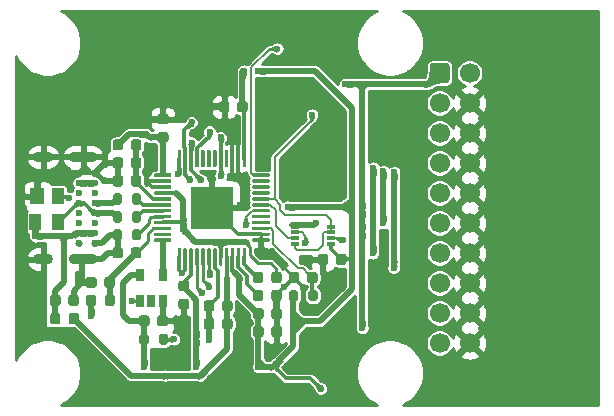
<source format=gbl>
G04 #@! TF.GenerationSoftware,KiCad,Pcbnew,(5.1.10-1-10_14)*
G04 #@! TF.CreationDate,2022-01-16T16:12:51+09:00*
G04 #@! TF.ProjectId,ft2232_jtag_tap,66743232-3332-45f6-9a74-61675f746170,rev?*
G04 #@! TF.SameCoordinates,Original*
G04 #@! TF.FileFunction,Copper,L2,Bot*
G04 #@! TF.FilePolarity,Positive*
%FSLAX46Y46*%
G04 Gerber Fmt 4.6, Leading zero omitted, Abs format (unit mm)*
G04 Created by KiCad (PCBNEW (5.1.10-1-10_14)) date 2022-01-16 16:12:51*
%MOMM*%
%LPD*%
G01*
G04 APERTURE LIST*
G04 #@! TA.AperFunction,SMDPad,CuDef*
%ADD10R,0.800000X0.300000*%
G04 #@! TD*
G04 #@! TA.AperFunction,SMDPad,CuDef*
%ADD11R,3.600000X3.600000*%
G04 #@! TD*
G04 #@! TA.AperFunction,ComponentPad*
%ADD12O,1.700000X0.900000*%
G04 #@! TD*
G04 #@! TA.AperFunction,ComponentPad*
%ADD13O,2.400000X0.900000*%
G04 #@! TD*
G04 #@! TA.AperFunction,ComponentPad*
%ADD14C,0.600000*%
G04 #@! TD*
G04 #@! TA.AperFunction,SMDPad,CuDef*
%ADD15R,0.650000X1.060000*%
G04 #@! TD*
G04 #@! TA.AperFunction,ComponentPad*
%ADD16C,1.700000*%
G04 #@! TD*
G04 #@! TA.AperFunction,SMDPad,CuDef*
%ADD17R,1.000000X1.400000*%
G04 #@! TD*
G04 #@! TA.AperFunction,SMDPad,CuDef*
%ADD18R,1.200000X1.400000*%
G04 #@! TD*
G04 #@! TA.AperFunction,ViaPad*
%ADD19C,0.600000*%
G04 #@! TD*
G04 #@! TA.AperFunction,Conductor*
%ADD20C,0.500000*%
G04 #@! TD*
G04 #@! TA.AperFunction,Conductor*
%ADD21C,0.300000*%
G04 #@! TD*
G04 #@! TA.AperFunction,Conductor*
%ADD22C,0.250000*%
G04 #@! TD*
G04 #@! TA.AperFunction,Conductor*
%ADD23C,0.200000*%
G04 #@! TD*
G04 #@! TA.AperFunction,Conductor*
%ADD24C,0.254000*%
G04 #@! TD*
G04 #@! TA.AperFunction,Conductor*
%ADD25C,0.100000*%
G04 #@! TD*
G04 #@! TA.AperFunction,Conductor*
%ADD26C,0.025400*%
G04 #@! TD*
G04 APERTURE END LIST*
D10*
X77032000Y-120078000D03*
X77032000Y-119578000D03*
X77032000Y-119078000D03*
X77032000Y-118578000D03*
X73932000Y-118578000D03*
X73932000Y-119078000D03*
X73932000Y-119578000D03*
X73932000Y-120078000D03*
G04 #@! TA.AperFunction,SMDPad,CuDef*
G36*
G01*
X77425000Y-121608000D02*
X77425000Y-121108000D01*
G75*
G02*
X77650000Y-120883000I225000J0D01*
G01*
X78100000Y-120883000D01*
G75*
G02*
X78325000Y-121108000I0J-225000D01*
G01*
X78325000Y-121608000D01*
G75*
G02*
X78100000Y-121833000I-225000J0D01*
G01*
X77650000Y-121833000D01*
G75*
G02*
X77425000Y-121608000I0J225000D01*
G01*
G37*
G04 #@! TD.AperFunction*
G04 #@! TA.AperFunction,SMDPad,CuDef*
G36*
G01*
X75875000Y-121608000D02*
X75875000Y-121108000D01*
G75*
G02*
X76100000Y-120883000I225000J0D01*
G01*
X76550000Y-120883000D01*
G75*
G02*
X76775000Y-121108000I0J-225000D01*
G01*
X76775000Y-121608000D01*
G75*
G02*
X76550000Y-121833000I-225000J0D01*
G01*
X76100000Y-121833000D01*
G75*
G02*
X75875000Y-121608000I0J225000D01*
G01*
G37*
G04 #@! TD.AperFunction*
G04 #@! TA.AperFunction,SMDPad,CuDef*
G36*
G01*
X68415000Y-108180000D02*
X68415000Y-108680000D01*
G75*
G02*
X68190000Y-108905000I-225000J0D01*
G01*
X67740000Y-108905000D01*
G75*
G02*
X67515000Y-108680000I0J225000D01*
G01*
X67515000Y-108180000D01*
G75*
G02*
X67740000Y-107955000I225000J0D01*
G01*
X68190000Y-107955000D01*
G75*
G02*
X68415000Y-108180000I0J-225000D01*
G01*
G37*
G04 #@! TD.AperFunction*
G04 #@! TA.AperFunction,SMDPad,CuDef*
G36*
G01*
X69965000Y-108180000D02*
X69965000Y-108680000D01*
G75*
G02*
X69740000Y-108905000I-225000J0D01*
G01*
X69290000Y-108905000D01*
G75*
G02*
X69065000Y-108680000I0J225000D01*
G01*
X69065000Y-108180000D01*
G75*
G02*
X69290000Y-107955000I225000J0D01*
G01*
X69740000Y-107955000D01*
G75*
G02*
X69965000Y-108180000I0J-225000D01*
G01*
G37*
G04 #@! TD.AperFunction*
D11*
X66920000Y-116980000D03*
G04 #@! TA.AperFunction,SMDPad,CuDef*
G36*
G01*
X64020000Y-121805000D02*
X64020000Y-120480000D01*
G75*
G02*
X64095000Y-120405000I75000J0D01*
G01*
X64245000Y-120405000D01*
G75*
G02*
X64320000Y-120480000I0J-75000D01*
G01*
X64320000Y-121805000D01*
G75*
G02*
X64245000Y-121880000I-75000J0D01*
G01*
X64095000Y-121880000D01*
G75*
G02*
X64020000Y-121805000I0J75000D01*
G01*
G37*
G04 #@! TD.AperFunction*
G04 #@! TA.AperFunction,SMDPad,CuDef*
G36*
G01*
X64520000Y-121805000D02*
X64520000Y-120480000D01*
G75*
G02*
X64595000Y-120405000I75000J0D01*
G01*
X64745000Y-120405000D01*
G75*
G02*
X64820000Y-120480000I0J-75000D01*
G01*
X64820000Y-121805000D01*
G75*
G02*
X64745000Y-121880000I-75000J0D01*
G01*
X64595000Y-121880000D01*
G75*
G02*
X64520000Y-121805000I0J75000D01*
G01*
G37*
G04 #@! TD.AperFunction*
G04 #@! TA.AperFunction,SMDPad,CuDef*
G36*
G01*
X65020000Y-121805000D02*
X65020000Y-120480000D01*
G75*
G02*
X65095000Y-120405000I75000J0D01*
G01*
X65245000Y-120405000D01*
G75*
G02*
X65320000Y-120480000I0J-75000D01*
G01*
X65320000Y-121805000D01*
G75*
G02*
X65245000Y-121880000I-75000J0D01*
G01*
X65095000Y-121880000D01*
G75*
G02*
X65020000Y-121805000I0J75000D01*
G01*
G37*
G04 #@! TD.AperFunction*
G04 #@! TA.AperFunction,SMDPad,CuDef*
G36*
G01*
X65520000Y-121805000D02*
X65520000Y-120480000D01*
G75*
G02*
X65595000Y-120405000I75000J0D01*
G01*
X65745000Y-120405000D01*
G75*
G02*
X65820000Y-120480000I0J-75000D01*
G01*
X65820000Y-121805000D01*
G75*
G02*
X65745000Y-121880000I-75000J0D01*
G01*
X65595000Y-121880000D01*
G75*
G02*
X65520000Y-121805000I0J75000D01*
G01*
G37*
G04 #@! TD.AperFunction*
G04 #@! TA.AperFunction,SMDPad,CuDef*
G36*
G01*
X66020000Y-121805000D02*
X66020000Y-120480000D01*
G75*
G02*
X66095000Y-120405000I75000J0D01*
G01*
X66245000Y-120405000D01*
G75*
G02*
X66320000Y-120480000I0J-75000D01*
G01*
X66320000Y-121805000D01*
G75*
G02*
X66245000Y-121880000I-75000J0D01*
G01*
X66095000Y-121880000D01*
G75*
G02*
X66020000Y-121805000I0J75000D01*
G01*
G37*
G04 #@! TD.AperFunction*
G04 #@! TA.AperFunction,SMDPad,CuDef*
G36*
G01*
X66520000Y-121805000D02*
X66520000Y-120480000D01*
G75*
G02*
X66595000Y-120405000I75000J0D01*
G01*
X66745000Y-120405000D01*
G75*
G02*
X66820000Y-120480000I0J-75000D01*
G01*
X66820000Y-121805000D01*
G75*
G02*
X66745000Y-121880000I-75000J0D01*
G01*
X66595000Y-121880000D01*
G75*
G02*
X66520000Y-121805000I0J75000D01*
G01*
G37*
G04 #@! TD.AperFunction*
G04 #@! TA.AperFunction,SMDPad,CuDef*
G36*
G01*
X67020000Y-121805000D02*
X67020000Y-120480000D01*
G75*
G02*
X67095000Y-120405000I75000J0D01*
G01*
X67245000Y-120405000D01*
G75*
G02*
X67320000Y-120480000I0J-75000D01*
G01*
X67320000Y-121805000D01*
G75*
G02*
X67245000Y-121880000I-75000J0D01*
G01*
X67095000Y-121880000D01*
G75*
G02*
X67020000Y-121805000I0J75000D01*
G01*
G37*
G04 #@! TD.AperFunction*
G04 #@! TA.AperFunction,SMDPad,CuDef*
G36*
G01*
X67520000Y-121805000D02*
X67520000Y-120480000D01*
G75*
G02*
X67595000Y-120405000I75000J0D01*
G01*
X67745000Y-120405000D01*
G75*
G02*
X67820000Y-120480000I0J-75000D01*
G01*
X67820000Y-121805000D01*
G75*
G02*
X67745000Y-121880000I-75000J0D01*
G01*
X67595000Y-121880000D01*
G75*
G02*
X67520000Y-121805000I0J75000D01*
G01*
G37*
G04 #@! TD.AperFunction*
G04 #@! TA.AperFunction,SMDPad,CuDef*
G36*
G01*
X68020000Y-121805000D02*
X68020000Y-120480000D01*
G75*
G02*
X68095000Y-120405000I75000J0D01*
G01*
X68245000Y-120405000D01*
G75*
G02*
X68320000Y-120480000I0J-75000D01*
G01*
X68320000Y-121805000D01*
G75*
G02*
X68245000Y-121880000I-75000J0D01*
G01*
X68095000Y-121880000D01*
G75*
G02*
X68020000Y-121805000I0J75000D01*
G01*
G37*
G04 #@! TD.AperFunction*
G04 #@! TA.AperFunction,SMDPad,CuDef*
G36*
G01*
X68520000Y-121805000D02*
X68520000Y-120480000D01*
G75*
G02*
X68595000Y-120405000I75000J0D01*
G01*
X68745000Y-120405000D01*
G75*
G02*
X68820000Y-120480000I0J-75000D01*
G01*
X68820000Y-121805000D01*
G75*
G02*
X68745000Y-121880000I-75000J0D01*
G01*
X68595000Y-121880000D01*
G75*
G02*
X68520000Y-121805000I0J75000D01*
G01*
G37*
G04 #@! TD.AperFunction*
G04 #@! TA.AperFunction,SMDPad,CuDef*
G36*
G01*
X69020000Y-121805000D02*
X69020000Y-120480000D01*
G75*
G02*
X69095000Y-120405000I75000J0D01*
G01*
X69245000Y-120405000D01*
G75*
G02*
X69320000Y-120480000I0J-75000D01*
G01*
X69320000Y-121805000D01*
G75*
G02*
X69245000Y-121880000I-75000J0D01*
G01*
X69095000Y-121880000D01*
G75*
G02*
X69020000Y-121805000I0J75000D01*
G01*
G37*
G04 #@! TD.AperFunction*
G04 #@! TA.AperFunction,SMDPad,CuDef*
G36*
G01*
X69520000Y-121805000D02*
X69520000Y-120480000D01*
G75*
G02*
X69595000Y-120405000I75000J0D01*
G01*
X69745000Y-120405000D01*
G75*
G02*
X69820000Y-120480000I0J-75000D01*
G01*
X69820000Y-121805000D01*
G75*
G02*
X69745000Y-121880000I-75000J0D01*
G01*
X69595000Y-121880000D01*
G75*
G02*
X69520000Y-121805000I0J75000D01*
G01*
G37*
G04 #@! TD.AperFunction*
G04 #@! TA.AperFunction,SMDPad,CuDef*
G36*
G01*
X70345000Y-119805000D02*
X70345000Y-119655000D01*
G75*
G02*
X70420000Y-119580000I75000J0D01*
G01*
X71745000Y-119580000D01*
G75*
G02*
X71820000Y-119655000I0J-75000D01*
G01*
X71820000Y-119805000D01*
G75*
G02*
X71745000Y-119880000I-75000J0D01*
G01*
X70420000Y-119880000D01*
G75*
G02*
X70345000Y-119805000I0J75000D01*
G01*
G37*
G04 #@! TD.AperFunction*
G04 #@! TA.AperFunction,SMDPad,CuDef*
G36*
G01*
X70345000Y-119305000D02*
X70345000Y-119155000D01*
G75*
G02*
X70420000Y-119080000I75000J0D01*
G01*
X71745000Y-119080000D01*
G75*
G02*
X71820000Y-119155000I0J-75000D01*
G01*
X71820000Y-119305000D01*
G75*
G02*
X71745000Y-119380000I-75000J0D01*
G01*
X70420000Y-119380000D01*
G75*
G02*
X70345000Y-119305000I0J75000D01*
G01*
G37*
G04 #@! TD.AperFunction*
G04 #@! TA.AperFunction,SMDPad,CuDef*
G36*
G01*
X70345000Y-118805000D02*
X70345000Y-118655000D01*
G75*
G02*
X70420000Y-118580000I75000J0D01*
G01*
X71745000Y-118580000D01*
G75*
G02*
X71820000Y-118655000I0J-75000D01*
G01*
X71820000Y-118805000D01*
G75*
G02*
X71745000Y-118880000I-75000J0D01*
G01*
X70420000Y-118880000D01*
G75*
G02*
X70345000Y-118805000I0J75000D01*
G01*
G37*
G04 #@! TD.AperFunction*
G04 #@! TA.AperFunction,SMDPad,CuDef*
G36*
G01*
X70345000Y-118305000D02*
X70345000Y-118155000D01*
G75*
G02*
X70420000Y-118080000I75000J0D01*
G01*
X71745000Y-118080000D01*
G75*
G02*
X71820000Y-118155000I0J-75000D01*
G01*
X71820000Y-118305000D01*
G75*
G02*
X71745000Y-118380000I-75000J0D01*
G01*
X70420000Y-118380000D01*
G75*
G02*
X70345000Y-118305000I0J75000D01*
G01*
G37*
G04 #@! TD.AperFunction*
G04 #@! TA.AperFunction,SMDPad,CuDef*
G36*
G01*
X70345000Y-117805000D02*
X70345000Y-117655000D01*
G75*
G02*
X70420000Y-117580000I75000J0D01*
G01*
X71745000Y-117580000D01*
G75*
G02*
X71820000Y-117655000I0J-75000D01*
G01*
X71820000Y-117805000D01*
G75*
G02*
X71745000Y-117880000I-75000J0D01*
G01*
X70420000Y-117880000D01*
G75*
G02*
X70345000Y-117805000I0J75000D01*
G01*
G37*
G04 #@! TD.AperFunction*
G04 #@! TA.AperFunction,SMDPad,CuDef*
G36*
G01*
X70345000Y-117305000D02*
X70345000Y-117155000D01*
G75*
G02*
X70420000Y-117080000I75000J0D01*
G01*
X71745000Y-117080000D01*
G75*
G02*
X71820000Y-117155000I0J-75000D01*
G01*
X71820000Y-117305000D01*
G75*
G02*
X71745000Y-117380000I-75000J0D01*
G01*
X70420000Y-117380000D01*
G75*
G02*
X70345000Y-117305000I0J75000D01*
G01*
G37*
G04 #@! TD.AperFunction*
G04 #@! TA.AperFunction,SMDPad,CuDef*
G36*
G01*
X70345000Y-116805000D02*
X70345000Y-116655000D01*
G75*
G02*
X70420000Y-116580000I75000J0D01*
G01*
X71745000Y-116580000D01*
G75*
G02*
X71820000Y-116655000I0J-75000D01*
G01*
X71820000Y-116805000D01*
G75*
G02*
X71745000Y-116880000I-75000J0D01*
G01*
X70420000Y-116880000D01*
G75*
G02*
X70345000Y-116805000I0J75000D01*
G01*
G37*
G04 #@! TD.AperFunction*
G04 #@! TA.AperFunction,SMDPad,CuDef*
G36*
G01*
X70345000Y-116305000D02*
X70345000Y-116155000D01*
G75*
G02*
X70420000Y-116080000I75000J0D01*
G01*
X71745000Y-116080000D01*
G75*
G02*
X71820000Y-116155000I0J-75000D01*
G01*
X71820000Y-116305000D01*
G75*
G02*
X71745000Y-116380000I-75000J0D01*
G01*
X70420000Y-116380000D01*
G75*
G02*
X70345000Y-116305000I0J75000D01*
G01*
G37*
G04 #@! TD.AperFunction*
G04 #@! TA.AperFunction,SMDPad,CuDef*
G36*
G01*
X70345000Y-115805000D02*
X70345000Y-115655000D01*
G75*
G02*
X70420000Y-115580000I75000J0D01*
G01*
X71745000Y-115580000D01*
G75*
G02*
X71820000Y-115655000I0J-75000D01*
G01*
X71820000Y-115805000D01*
G75*
G02*
X71745000Y-115880000I-75000J0D01*
G01*
X70420000Y-115880000D01*
G75*
G02*
X70345000Y-115805000I0J75000D01*
G01*
G37*
G04 #@! TD.AperFunction*
G04 #@! TA.AperFunction,SMDPad,CuDef*
G36*
G01*
X70345000Y-115305000D02*
X70345000Y-115155000D01*
G75*
G02*
X70420000Y-115080000I75000J0D01*
G01*
X71745000Y-115080000D01*
G75*
G02*
X71820000Y-115155000I0J-75000D01*
G01*
X71820000Y-115305000D01*
G75*
G02*
X71745000Y-115380000I-75000J0D01*
G01*
X70420000Y-115380000D01*
G75*
G02*
X70345000Y-115305000I0J75000D01*
G01*
G37*
G04 #@! TD.AperFunction*
G04 #@! TA.AperFunction,SMDPad,CuDef*
G36*
G01*
X70345000Y-114805000D02*
X70345000Y-114655000D01*
G75*
G02*
X70420000Y-114580000I75000J0D01*
G01*
X71745000Y-114580000D01*
G75*
G02*
X71820000Y-114655000I0J-75000D01*
G01*
X71820000Y-114805000D01*
G75*
G02*
X71745000Y-114880000I-75000J0D01*
G01*
X70420000Y-114880000D01*
G75*
G02*
X70345000Y-114805000I0J75000D01*
G01*
G37*
G04 #@! TD.AperFunction*
G04 #@! TA.AperFunction,SMDPad,CuDef*
G36*
G01*
X70345000Y-114305000D02*
X70345000Y-114155000D01*
G75*
G02*
X70420000Y-114080000I75000J0D01*
G01*
X71745000Y-114080000D01*
G75*
G02*
X71820000Y-114155000I0J-75000D01*
G01*
X71820000Y-114305000D01*
G75*
G02*
X71745000Y-114380000I-75000J0D01*
G01*
X70420000Y-114380000D01*
G75*
G02*
X70345000Y-114305000I0J75000D01*
G01*
G37*
G04 #@! TD.AperFunction*
G04 #@! TA.AperFunction,SMDPad,CuDef*
G36*
G01*
X69520000Y-113480000D02*
X69520000Y-112155000D01*
G75*
G02*
X69595000Y-112080000I75000J0D01*
G01*
X69745000Y-112080000D01*
G75*
G02*
X69820000Y-112155000I0J-75000D01*
G01*
X69820000Y-113480000D01*
G75*
G02*
X69745000Y-113555000I-75000J0D01*
G01*
X69595000Y-113555000D01*
G75*
G02*
X69520000Y-113480000I0J75000D01*
G01*
G37*
G04 #@! TD.AperFunction*
G04 #@! TA.AperFunction,SMDPad,CuDef*
G36*
G01*
X69020000Y-113480000D02*
X69020000Y-112155000D01*
G75*
G02*
X69095000Y-112080000I75000J0D01*
G01*
X69245000Y-112080000D01*
G75*
G02*
X69320000Y-112155000I0J-75000D01*
G01*
X69320000Y-113480000D01*
G75*
G02*
X69245000Y-113555000I-75000J0D01*
G01*
X69095000Y-113555000D01*
G75*
G02*
X69020000Y-113480000I0J75000D01*
G01*
G37*
G04 #@! TD.AperFunction*
G04 #@! TA.AperFunction,SMDPad,CuDef*
G36*
G01*
X68520000Y-113480000D02*
X68520000Y-112155000D01*
G75*
G02*
X68595000Y-112080000I75000J0D01*
G01*
X68745000Y-112080000D01*
G75*
G02*
X68820000Y-112155000I0J-75000D01*
G01*
X68820000Y-113480000D01*
G75*
G02*
X68745000Y-113555000I-75000J0D01*
G01*
X68595000Y-113555000D01*
G75*
G02*
X68520000Y-113480000I0J75000D01*
G01*
G37*
G04 #@! TD.AperFunction*
G04 #@! TA.AperFunction,SMDPad,CuDef*
G36*
G01*
X68020000Y-113480000D02*
X68020000Y-112155000D01*
G75*
G02*
X68095000Y-112080000I75000J0D01*
G01*
X68245000Y-112080000D01*
G75*
G02*
X68320000Y-112155000I0J-75000D01*
G01*
X68320000Y-113480000D01*
G75*
G02*
X68245000Y-113555000I-75000J0D01*
G01*
X68095000Y-113555000D01*
G75*
G02*
X68020000Y-113480000I0J75000D01*
G01*
G37*
G04 #@! TD.AperFunction*
G04 #@! TA.AperFunction,SMDPad,CuDef*
G36*
G01*
X67520000Y-113480000D02*
X67520000Y-112155000D01*
G75*
G02*
X67595000Y-112080000I75000J0D01*
G01*
X67745000Y-112080000D01*
G75*
G02*
X67820000Y-112155000I0J-75000D01*
G01*
X67820000Y-113480000D01*
G75*
G02*
X67745000Y-113555000I-75000J0D01*
G01*
X67595000Y-113555000D01*
G75*
G02*
X67520000Y-113480000I0J75000D01*
G01*
G37*
G04 #@! TD.AperFunction*
G04 #@! TA.AperFunction,SMDPad,CuDef*
G36*
G01*
X67020000Y-113480000D02*
X67020000Y-112155000D01*
G75*
G02*
X67095000Y-112080000I75000J0D01*
G01*
X67245000Y-112080000D01*
G75*
G02*
X67320000Y-112155000I0J-75000D01*
G01*
X67320000Y-113480000D01*
G75*
G02*
X67245000Y-113555000I-75000J0D01*
G01*
X67095000Y-113555000D01*
G75*
G02*
X67020000Y-113480000I0J75000D01*
G01*
G37*
G04 #@! TD.AperFunction*
G04 #@! TA.AperFunction,SMDPad,CuDef*
G36*
G01*
X66520000Y-113480000D02*
X66520000Y-112155000D01*
G75*
G02*
X66595000Y-112080000I75000J0D01*
G01*
X66745000Y-112080000D01*
G75*
G02*
X66820000Y-112155000I0J-75000D01*
G01*
X66820000Y-113480000D01*
G75*
G02*
X66745000Y-113555000I-75000J0D01*
G01*
X66595000Y-113555000D01*
G75*
G02*
X66520000Y-113480000I0J75000D01*
G01*
G37*
G04 #@! TD.AperFunction*
G04 #@! TA.AperFunction,SMDPad,CuDef*
G36*
G01*
X66020000Y-113480000D02*
X66020000Y-112155000D01*
G75*
G02*
X66095000Y-112080000I75000J0D01*
G01*
X66245000Y-112080000D01*
G75*
G02*
X66320000Y-112155000I0J-75000D01*
G01*
X66320000Y-113480000D01*
G75*
G02*
X66245000Y-113555000I-75000J0D01*
G01*
X66095000Y-113555000D01*
G75*
G02*
X66020000Y-113480000I0J75000D01*
G01*
G37*
G04 #@! TD.AperFunction*
G04 #@! TA.AperFunction,SMDPad,CuDef*
G36*
G01*
X65520000Y-113480000D02*
X65520000Y-112155000D01*
G75*
G02*
X65595000Y-112080000I75000J0D01*
G01*
X65745000Y-112080000D01*
G75*
G02*
X65820000Y-112155000I0J-75000D01*
G01*
X65820000Y-113480000D01*
G75*
G02*
X65745000Y-113555000I-75000J0D01*
G01*
X65595000Y-113555000D01*
G75*
G02*
X65520000Y-113480000I0J75000D01*
G01*
G37*
G04 #@! TD.AperFunction*
G04 #@! TA.AperFunction,SMDPad,CuDef*
G36*
G01*
X65020000Y-113480000D02*
X65020000Y-112155000D01*
G75*
G02*
X65095000Y-112080000I75000J0D01*
G01*
X65245000Y-112080000D01*
G75*
G02*
X65320000Y-112155000I0J-75000D01*
G01*
X65320000Y-113480000D01*
G75*
G02*
X65245000Y-113555000I-75000J0D01*
G01*
X65095000Y-113555000D01*
G75*
G02*
X65020000Y-113480000I0J75000D01*
G01*
G37*
G04 #@! TD.AperFunction*
G04 #@! TA.AperFunction,SMDPad,CuDef*
G36*
G01*
X64520000Y-113480000D02*
X64520000Y-112155000D01*
G75*
G02*
X64595000Y-112080000I75000J0D01*
G01*
X64745000Y-112080000D01*
G75*
G02*
X64820000Y-112155000I0J-75000D01*
G01*
X64820000Y-113480000D01*
G75*
G02*
X64745000Y-113555000I-75000J0D01*
G01*
X64595000Y-113555000D01*
G75*
G02*
X64520000Y-113480000I0J75000D01*
G01*
G37*
G04 #@! TD.AperFunction*
G04 #@! TA.AperFunction,SMDPad,CuDef*
G36*
G01*
X64020000Y-113480000D02*
X64020000Y-112155000D01*
G75*
G02*
X64095000Y-112080000I75000J0D01*
G01*
X64245000Y-112080000D01*
G75*
G02*
X64320000Y-112155000I0J-75000D01*
G01*
X64320000Y-113480000D01*
G75*
G02*
X64245000Y-113555000I-75000J0D01*
G01*
X64095000Y-113555000D01*
G75*
G02*
X64020000Y-113480000I0J75000D01*
G01*
G37*
G04 #@! TD.AperFunction*
G04 #@! TA.AperFunction,SMDPad,CuDef*
G36*
G01*
X62020000Y-114305000D02*
X62020000Y-114155000D01*
G75*
G02*
X62095000Y-114080000I75000J0D01*
G01*
X63420000Y-114080000D01*
G75*
G02*
X63495000Y-114155000I0J-75000D01*
G01*
X63495000Y-114305000D01*
G75*
G02*
X63420000Y-114380000I-75000J0D01*
G01*
X62095000Y-114380000D01*
G75*
G02*
X62020000Y-114305000I0J75000D01*
G01*
G37*
G04 #@! TD.AperFunction*
G04 #@! TA.AperFunction,SMDPad,CuDef*
G36*
G01*
X62020000Y-114805000D02*
X62020000Y-114655000D01*
G75*
G02*
X62095000Y-114580000I75000J0D01*
G01*
X63420000Y-114580000D01*
G75*
G02*
X63495000Y-114655000I0J-75000D01*
G01*
X63495000Y-114805000D01*
G75*
G02*
X63420000Y-114880000I-75000J0D01*
G01*
X62095000Y-114880000D01*
G75*
G02*
X62020000Y-114805000I0J75000D01*
G01*
G37*
G04 #@! TD.AperFunction*
G04 #@! TA.AperFunction,SMDPad,CuDef*
G36*
G01*
X62020000Y-115305000D02*
X62020000Y-115155000D01*
G75*
G02*
X62095000Y-115080000I75000J0D01*
G01*
X63420000Y-115080000D01*
G75*
G02*
X63495000Y-115155000I0J-75000D01*
G01*
X63495000Y-115305000D01*
G75*
G02*
X63420000Y-115380000I-75000J0D01*
G01*
X62095000Y-115380000D01*
G75*
G02*
X62020000Y-115305000I0J75000D01*
G01*
G37*
G04 #@! TD.AperFunction*
G04 #@! TA.AperFunction,SMDPad,CuDef*
G36*
G01*
X62020000Y-115805000D02*
X62020000Y-115655000D01*
G75*
G02*
X62095000Y-115580000I75000J0D01*
G01*
X63420000Y-115580000D01*
G75*
G02*
X63495000Y-115655000I0J-75000D01*
G01*
X63495000Y-115805000D01*
G75*
G02*
X63420000Y-115880000I-75000J0D01*
G01*
X62095000Y-115880000D01*
G75*
G02*
X62020000Y-115805000I0J75000D01*
G01*
G37*
G04 #@! TD.AperFunction*
G04 #@! TA.AperFunction,SMDPad,CuDef*
G36*
G01*
X62020000Y-116305000D02*
X62020000Y-116155000D01*
G75*
G02*
X62095000Y-116080000I75000J0D01*
G01*
X63420000Y-116080000D01*
G75*
G02*
X63495000Y-116155000I0J-75000D01*
G01*
X63495000Y-116305000D01*
G75*
G02*
X63420000Y-116380000I-75000J0D01*
G01*
X62095000Y-116380000D01*
G75*
G02*
X62020000Y-116305000I0J75000D01*
G01*
G37*
G04 #@! TD.AperFunction*
G04 #@! TA.AperFunction,SMDPad,CuDef*
G36*
G01*
X62020000Y-116805000D02*
X62020000Y-116655000D01*
G75*
G02*
X62095000Y-116580000I75000J0D01*
G01*
X63420000Y-116580000D01*
G75*
G02*
X63495000Y-116655000I0J-75000D01*
G01*
X63495000Y-116805000D01*
G75*
G02*
X63420000Y-116880000I-75000J0D01*
G01*
X62095000Y-116880000D01*
G75*
G02*
X62020000Y-116805000I0J75000D01*
G01*
G37*
G04 #@! TD.AperFunction*
G04 #@! TA.AperFunction,SMDPad,CuDef*
G36*
G01*
X62020000Y-117305000D02*
X62020000Y-117155000D01*
G75*
G02*
X62095000Y-117080000I75000J0D01*
G01*
X63420000Y-117080000D01*
G75*
G02*
X63495000Y-117155000I0J-75000D01*
G01*
X63495000Y-117305000D01*
G75*
G02*
X63420000Y-117380000I-75000J0D01*
G01*
X62095000Y-117380000D01*
G75*
G02*
X62020000Y-117305000I0J75000D01*
G01*
G37*
G04 #@! TD.AperFunction*
G04 #@! TA.AperFunction,SMDPad,CuDef*
G36*
G01*
X62020000Y-117805000D02*
X62020000Y-117655000D01*
G75*
G02*
X62095000Y-117580000I75000J0D01*
G01*
X63420000Y-117580000D01*
G75*
G02*
X63495000Y-117655000I0J-75000D01*
G01*
X63495000Y-117805000D01*
G75*
G02*
X63420000Y-117880000I-75000J0D01*
G01*
X62095000Y-117880000D01*
G75*
G02*
X62020000Y-117805000I0J75000D01*
G01*
G37*
G04 #@! TD.AperFunction*
G04 #@! TA.AperFunction,SMDPad,CuDef*
G36*
G01*
X62020000Y-118305000D02*
X62020000Y-118155000D01*
G75*
G02*
X62095000Y-118080000I75000J0D01*
G01*
X63420000Y-118080000D01*
G75*
G02*
X63495000Y-118155000I0J-75000D01*
G01*
X63495000Y-118305000D01*
G75*
G02*
X63420000Y-118380000I-75000J0D01*
G01*
X62095000Y-118380000D01*
G75*
G02*
X62020000Y-118305000I0J75000D01*
G01*
G37*
G04 #@! TD.AperFunction*
G04 #@! TA.AperFunction,SMDPad,CuDef*
G36*
G01*
X62020000Y-118805000D02*
X62020000Y-118655000D01*
G75*
G02*
X62095000Y-118580000I75000J0D01*
G01*
X63420000Y-118580000D01*
G75*
G02*
X63495000Y-118655000I0J-75000D01*
G01*
X63495000Y-118805000D01*
G75*
G02*
X63420000Y-118880000I-75000J0D01*
G01*
X62095000Y-118880000D01*
G75*
G02*
X62020000Y-118805000I0J75000D01*
G01*
G37*
G04 #@! TD.AperFunction*
G04 #@! TA.AperFunction,SMDPad,CuDef*
G36*
G01*
X62020000Y-119305000D02*
X62020000Y-119155000D01*
G75*
G02*
X62095000Y-119080000I75000J0D01*
G01*
X63420000Y-119080000D01*
G75*
G02*
X63495000Y-119155000I0J-75000D01*
G01*
X63495000Y-119305000D01*
G75*
G02*
X63420000Y-119380000I-75000J0D01*
G01*
X62095000Y-119380000D01*
G75*
G02*
X62020000Y-119305000I0J75000D01*
G01*
G37*
G04 #@! TD.AperFunction*
G04 #@! TA.AperFunction,SMDPad,CuDef*
G36*
G01*
X62020000Y-119805000D02*
X62020000Y-119655000D01*
G75*
G02*
X62095000Y-119580000I75000J0D01*
G01*
X63420000Y-119580000D01*
G75*
G02*
X63495000Y-119655000I0J-75000D01*
G01*
X63495000Y-119805000D01*
G75*
G02*
X63420000Y-119880000I-75000J0D01*
G01*
X62095000Y-119880000D01*
G75*
G02*
X62020000Y-119805000I0J75000D01*
G01*
G37*
G04 #@! TD.AperFunction*
D12*
X52640000Y-121325000D03*
X52640000Y-112675000D03*
D13*
X56020000Y-121325000D03*
X56020000Y-112675000D03*
D14*
X55650000Y-117425000D03*
X55650000Y-119975000D03*
X55650000Y-119125000D03*
X55650000Y-118275000D03*
X55650000Y-114025000D03*
X55650000Y-115725000D03*
X55650000Y-116575000D03*
X55650000Y-114875000D03*
X57000000Y-119975000D03*
X57000000Y-119125000D03*
X57000000Y-118275000D03*
X57000000Y-117425000D03*
X57000000Y-116575000D03*
X57000000Y-115725000D03*
X57000000Y-114875000D03*
X57000000Y-114025000D03*
D15*
X62760000Y-122680000D03*
X60860000Y-122680000D03*
X60860000Y-124880000D03*
X61810000Y-124880000D03*
X62760000Y-124880000D03*
G04 #@! TA.AperFunction,SMDPad,CuDef*
G36*
G01*
X59305000Y-119005000D02*
X59305000Y-119555000D01*
G75*
G02*
X59105000Y-119755000I-200000J0D01*
G01*
X58705000Y-119755000D01*
G75*
G02*
X58505000Y-119555000I0J200000D01*
G01*
X58505000Y-119005000D01*
G75*
G02*
X58705000Y-118805000I200000J0D01*
G01*
X59105000Y-118805000D01*
G75*
G02*
X59305000Y-119005000I0J-200000D01*
G01*
G37*
G04 #@! TD.AperFunction*
G04 #@! TA.AperFunction,SMDPad,CuDef*
G36*
G01*
X60955000Y-119005000D02*
X60955000Y-119555000D01*
G75*
G02*
X60755000Y-119755000I-200000J0D01*
G01*
X60355000Y-119755000D01*
G75*
G02*
X60155000Y-119555000I0J200000D01*
G01*
X60155000Y-119005000D01*
G75*
G02*
X60355000Y-118805000I200000J0D01*
G01*
X60755000Y-118805000D01*
G75*
G02*
X60955000Y-119005000I0J-200000D01*
G01*
G37*
G04 #@! TD.AperFunction*
G04 #@! TA.AperFunction,SMDPad,CuDef*
G36*
G01*
X74235000Y-124145000D02*
X74235000Y-124695000D01*
G75*
G02*
X74035000Y-124895000I-200000J0D01*
G01*
X73635000Y-124895000D01*
G75*
G02*
X73435000Y-124695000I0J200000D01*
G01*
X73435000Y-124145000D01*
G75*
G02*
X73635000Y-123945000I200000J0D01*
G01*
X74035000Y-123945000D01*
G75*
G02*
X74235000Y-124145000I0J-200000D01*
G01*
G37*
G04 #@! TD.AperFunction*
G04 #@! TA.AperFunction,SMDPad,CuDef*
G36*
G01*
X75885000Y-124145000D02*
X75885000Y-124695000D01*
G75*
G02*
X75685000Y-124895000I-200000J0D01*
G01*
X75285000Y-124895000D01*
G75*
G02*
X75085000Y-124695000I0J200000D01*
G01*
X75085000Y-124145000D01*
G75*
G02*
X75285000Y-123945000I200000J0D01*
G01*
X75685000Y-123945000D01*
G75*
G02*
X75885000Y-124145000I0J-200000D01*
G01*
G37*
G04 #@! TD.AperFunction*
G04 #@! TA.AperFunction,SMDPad,CuDef*
G36*
G01*
X59390000Y-111403750D02*
X59390000Y-111916250D01*
G75*
G02*
X59171250Y-112135000I-218750J0D01*
G01*
X58733750Y-112135000D01*
G75*
G02*
X58515000Y-111916250I0J218750D01*
G01*
X58515000Y-111403750D01*
G75*
G02*
X58733750Y-111185000I218750J0D01*
G01*
X59171250Y-111185000D01*
G75*
G02*
X59390000Y-111403750I0J-218750D01*
G01*
G37*
G04 #@! TD.AperFunction*
G04 #@! TA.AperFunction,SMDPad,CuDef*
G36*
G01*
X60965000Y-111403750D02*
X60965000Y-111916250D01*
G75*
G02*
X60746250Y-112135000I-218750J0D01*
G01*
X60308750Y-112135000D01*
G75*
G02*
X60090000Y-111916250I0J218750D01*
G01*
X60090000Y-111403750D01*
G75*
G02*
X60308750Y-111185000I218750J0D01*
G01*
X60746250Y-111185000D01*
G75*
G02*
X60965000Y-111403750I0J-218750D01*
G01*
G37*
G04 #@! TD.AperFunction*
G04 #@! TA.AperFunction,SMDPad,CuDef*
G36*
G01*
X61565000Y-127845000D02*
X61565000Y-128395000D01*
G75*
G02*
X61365000Y-128595000I-200000J0D01*
G01*
X60965000Y-128595000D01*
G75*
G02*
X60765000Y-128395000I0J200000D01*
G01*
X60765000Y-127845000D01*
G75*
G02*
X60965000Y-127645000I200000J0D01*
G01*
X61365000Y-127645000D01*
G75*
G02*
X61565000Y-127845000I0J-200000D01*
G01*
G37*
G04 #@! TD.AperFunction*
G04 #@! TA.AperFunction,SMDPad,CuDef*
G36*
G01*
X63215000Y-127845000D02*
X63215000Y-128395000D01*
G75*
G02*
X63015000Y-128595000I-200000J0D01*
G01*
X62615000Y-128595000D01*
G75*
G02*
X62415000Y-128395000I0J200000D01*
G01*
X62415000Y-127845000D01*
G75*
G02*
X62615000Y-127645000I200000J0D01*
G01*
X63015000Y-127645000D01*
G75*
G02*
X63215000Y-127845000I0J-200000D01*
G01*
G37*
G04 #@! TD.AperFunction*
G04 #@! TA.AperFunction,SMDPad,CuDef*
G36*
G01*
X59315000Y-115965000D02*
X59315000Y-116515000D01*
G75*
G02*
X59115000Y-116715000I-200000J0D01*
G01*
X58715000Y-116715000D01*
G75*
G02*
X58515000Y-116515000I0J200000D01*
G01*
X58515000Y-115965000D01*
G75*
G02*
X58715000Y-115765000I200000J0D01*
G01*
X59115000Y-115765000D01*
G75*
G02*
X59315000Y-115965000I0J-200000D01*
G01*
G37*
G04 #@! TD.AperFunction*
G04 #@! TA.AperFunction,SMDPad,CuDef*
G36*
G01*
X60965000Y-115965000D02*
X60965000Y-116515000D01*
G75*
G02*
X60765000Y-116715000I-200000J0D01*
G01*
X60365000Y-116715000D01*
G75*
G02*
X60165000Y-116515000I0J200000D01*
G01*
X60165000Y-115965000D01*
G75*
G02*
X60365000Y-115765000I200000J0D01*
G01*
X60765000Y-115765000D01*
G75*
G02*
X60965000Y-115965000I0J-200000D01*
G01*
G37*
G04 #@! TD.AperFunction*
G04 #@! TA.AperFunction,SMDPad,CuDef*
G36*
G01*
X59315000Y-117485000D02*
X59315000Y-118035000D01*
G75*
G02*
X59115000Y-118235000I-200000J0D01*
G01*
X58715000Y-118235000D01*
G75*
G02*
X58515000Y-118035000I0J200000D01*
G01*
X58515000Y-117485000D01*
G75*
G02*
X58715000Y-117285000I200000J0D01*
G01*
X59115000Y-117285000D01*
G75*
G02*
X59315000Y-117485000I0J-200000D01*
G01*
G37*
G04 #@! TD.AperFunction*
G04 #@! TA.AperFunction,SMDPad,CuDef*
G36*
G01*
X60965000Y-117485000D02*
X60965000Y-118035000D01*
G75*
G02*
X60765000Y-118235000I-200000J0D01*
G01*
X60365000Y-118235000D01*
G75*
G02*
X60165000Y-118035000I0J200000D01*
G01*
X60165000Y-117485000D01*
G75*
G02*
X60365000Y-117285000I200000J0D01*
G01*
X60765000Y-117285000D01*
G75*
G02*
X60965000Y-117485000I0J-200000D01*
G01*
G37*
G04 #@! TD.AperFunction*
G04 #@! TA.AperFunction,SMDPad,CuDef*
G36*
G01*
X57140000Y-124573750D02*
X57140000Y-125086250D01*
G75*
G02*
X56921250Y-125305000I-218750J0D01*
G01*
X56483750Y-125305000D01*
G75*
G02*
X56265000Y-125086250I0J218750D01*
G01*
X56265000Y-124573750D01*
G75*
G02*
X56483750Y-124355000I218750J0D01*
G01*
X56921250Y-124355000D01*
G75*
G02*
X57140000Y-124573750I0J-218750D01*
G01*
G37*
G04 #@! TD.AperFunction*
G04 #@! TA.AperFunction,SMDPad,CuDef*
G36*
G01*
X58715000Y-124573750D02*
X58715000Y-125086250D01*
G75*
G02*
X58496250Y-125305000I-218750J0D01*
G01*
X58058750Y-125305000D01*
G75*
G02*
X57840000Y-125086250I0J218750D01*
G01*
X57840000Y-124573750D01*
G75*
G02*
X58058750Y-124355000I218750J0D01*
G01*
X58496250Y-124355000D01*
G75*
G02*
X58715000Y-124573750I0J-218750D01*
G01*
G37*
G04 #@! TD.AperFunction*
G04 #@! TA.AperFunction,SMDPad,CuDef*
G36*
G01*
X54100000Y-126113750D02*
X54100000Y-126626250D01*
G75*
G02*
X53881250Y-126845000I-218750J0D01*
G01*
X53443750Y-126845000D01*
G75*
G02*
X53225000Y-126626250I0J218750D01*
G01*
X53225000Y-126113750D01*
G75*
G02*
X53443750Y-125895000I218750J0D01*
G01*
X53881250Y-125895000D01*
G75*
G02*
X54100000Y-126113750I0J-218750D01*
G01*
G37*
G04 #@! TD.AperFunction*
G04 #@! TA.AperFunction,SMDPad,CuDef*
G36*
G01*
X55675000Y-126113750D02*
X55675000Y-126626250D01*
G75*
G02*
X55456250Y-126845000I-218750J0D01*
G01*
X55018750Y-126845000D01*
G75*
G02*
X54800000Y-126626250I0J218750D01*
G01*
X54800000Y-126113750D01*
G75*
G02*
X55018750Y-125895000I218750J0D01*
G01*
X55456250Y-125895000D01*
G75*
G02*
X55675000Y-126113750I0J-218750D01*
G01*
G37*
G04 #@! TD.AperFunction*
D16*
X88740000Y-128440000D03*
X88740000Y-125900000D03*
X88740000Y-123360000D03*
X88740000Y-120820000D03*
X88740000Y-118280000D03*
X88740000Y-115740000D03*
X88740000Y-113200000D03*
X88740000Y-110660000D03*
X88740000Y-108120000D03*
X88740000Y-105580000D03*
X86200000Y-128440000D03*
X86200000Y-125900000D03*
X86200000Y-123360000D03*
X86200000Y-120820000D03*
X86200000Y-118280000D03*
X86200000Y-115740000D03*
X86200000Y-113200000D03*
X86200000Y-110660000D03*
X86200000Y-108120000D03*
G04 #@! TA.AperFunction,ComponentPad*
G36*
G01*
X85350000Y-106180000D02*
X85350000Y-104980000D01*
G75*
G02*
X85600000Y-104730000I250000J0D01*
G01*
X86800000Y-104730000D01*
G75*
G02*
X87050000Y-104980000I0J-250000D01*
G01*
X87050000Y-106180000D01*
G75*
G02*
X86800000Y-106430000I-250000J0D01*
G01*
X85600000Y-106430000D01*
G75*
G02*
X85350000Y-106180000I0J250000D01*
G01*
G37*
G04 #@! TD.AperFunction*
D17*
X51980000Y-118190000D03*
X53880000Y-118190000D03*
X53880000Y-115990000D03*
D18*
X52160000Y-115990000D03*
G04 #@! TA.AperFunction,SMDPad,CuDef*
G36*
G01*
X59415000Y-114460000D02*
X59415000Y-114960000D01*
G75*
G02*
X59190000Y-115185000I-225000J0D01*
G01*
X58740000Y-115185000D01*
G75*
G02*
X58515000Y-114960000I0J225000D01*
G01*
X58515000Y-114460000D01*
G75*
G02*
X58740000Y-114235000I225000J0D01*
G01*
X59190000Y-114235000D01*
G75*
G02*
X59415000Y-114460000I0J-225000D01*
G01*
G37*
G04 #@! TD.AperFunction*
G04 #@! TA.AperFunction,SMDPad,CuDef*
G36*
G01*
X60965000Y-114460000D02*
X60965000Y-114960000D01*
G75*
G02*
X60740000Y-115185000I-225000J0D01*
G01*
X60290000Y-115185000D01*
G75*
G02*
X60065000Y-114960000I0J225000D01*
G01*
X60065000Y-114460000D01*
G75*
G02*
X60290000Y-114235000I225000J0D01*
G01*
X60740000Y-114235000D01*
G75*
G02*
X60965000Y-114460000I0J-225000D01*
G01*
G37*
G04 #@! TD.AperFunction*
G04 #@! TA.AperFunction,SMDPad,CuDef*
G36*
G01*
X59415000Y-112930000D02*
X59415000Y-113430000D01*
G75*
G02*
X59190000Y-113655000I-225000J0D01*
G01*
X58740000Y-113655000D01*
G75*
G02*
X58515000Y-113430000I0J225000D01*
G01*
X58515000Y-112930000D01*
G75*
G02*
X58740000Y-112705000I225000J0D01*
G01*
X59190000Y-112705000D01*
G75*
G02*
X59415000Y-112930000I0J-225000D01*
G01*
G37*
G04 #@! TD.AperFunction*
G04 #@! TA.AperFunction,SMDPad,CuDef*
G36*
G01*
X60965000Y-112930000D02*
X60965000Y-113430000D01*
G75*
G02*
X60740000Y-113655000I-225000J0D01*
G01*
X60290000Y-113655000D01*
G75*
G02*
X60065000Y-113430000I0J225000D01*
G01*
X60065000Y-112930000D01*
G75*
G02*
X60290000Y-112705000I225000J0D01*
G01*
X60740000Y-112705000D01*
G75*
G02*
X60965000Y-112930000I0J-225000D01*
G01*
G37*
G04 #@! TD.AperFunction*
G04 #@! TA.AperFunction,SMDPad,CuDef*
G36*
G01*
X71945000Y-123140000D02*
X71945000Y-122640000D01*
G75*
G02*
X72170000Y-122415000I225000J0D01*
G01*
X72620000Y-122415000D01*
G75*
G02*
X72845000Y-122640000I0J-225000D01*
G01*
X72845000Y-123140000D01*
G75*
G02*
X72620000Y-123365000I-225000J0D01*
G01*
X72170000Y-123365000D01*
G75*
G02*
X71945000Y-123140000I0J225000D01*
G01*
G37*
G04 #@! TD.AperFunction*
G04 #@! TA.AperFunction,SMDPad,CuDef*
G36*
G01*
X70395000Y-123140000D02*
X70395000Y-122640000D01*
G75*
G02*
X70620000Y-122415000I225000J0D01*
G01*
X71070000Y-122415000D01*
G75*
G02*
X71295000Y-122640000I0J-225000D01*
G01*
X71295000Y-123140000D01*
G75*
G02*
X71070000Y-123365000I-225000J0D01*
G01*
X70620000Y-123365000D01*
G75*
G02*
X70395000Y-123140000I0J225000D01*
G01*
G37*
G04 #@! TD.AperFunction*
G04 #@! TA.AperFunction,SMDPad,CuDef*
G36*
G01*
X71959000Y-127716000D02*
X71959000Y-127216000D01*
G75*
G02*
X72184000Y-126991000I225000J0D01*
G01*
X72634000Y-126991000D01*
G75*
G02*
X72859000Y-127216000I0J-225000D01*
G01*
X72859000Y-127716000D01*
G75*
G02*
X72634000Y-127941000I-225000J0D01*
G01*
X72184000Y-127941000D01*
G75*
G02*
X71959000Y-127716000I0J225000D01*
G01*
G37*
G04 #@! TD.AperFunction*
G04 #@! TA.AperFunction,SMDPad,CuDef*
G36*
G01*
X70409000Y-127716000D02*
X70409000Y-127216000D01*
G75*
G02*
X70634000Y-126991000I225000J0D01*
G01*
X71084000Y-126991000D01*
G75*
G02*
X71309000Y-127216000I0J-225000D01*
G01*
X71309000Y-127716000D01*
G75*
G02*
X71084000Y-127941000I-225000J0D01*
G01*
X70634000Y-127941000D01*
G75*
G02*
X70409000Y-127716000I0J225000D01*
G01*
G37*
G04 #@! TD.AperFunction*
G04 #@! TA.AperFunction,SMDPad,CuDef*
G36*
G01*
X63030000Y-109925000D02*
X62530000Y-109925000D01*
G75*
G02*
X62305000Y-109700000I0J225000D01*
G01*
X62305000Y-109250000D01*
G75*
G02*
X62530000Y-109025000I225000J0D01*
G01*
X63030000Y-109025000D01*
G75*
G02*
X63255000Y-109250000I0J-225000D01*
G01*
X63255000Y-109700000D01*
G75*
G02*
X63030000Y-109925000I-225000J0D01*
G01*
G37*
G04 #@! TD.AperFunction*
G04 #@! TA.AperFunction,SMDPad,CuDef*
G36*
G01*
X63030000Y-111475000D02*
X62530000Y-111475000D01*
G75*
G02*
X62305000Y-111250000I0J225000D01*
G01*
X62305000Y-110800000D01*
G75*
G02*
X62530000Y-110575000I225000J0D01*
G01*
X63030000Y-110575000D01*
G75*
G02*
X63255000Y-110800000I0J-225000D01*
G01*
X63255000Y-111250000D01*
G75*
G02*
X63030000Y-111475000I-225000J0D01*
G01*
G37*
G04 #@! TD.AperFunction*
G04 #@! TA.AperFunction,SMDPad,CuDef*
G36*
G01*
X59405000Y-120550000D02*
X59405000Y-121050000D01*
G75*
G02*
X59180000Y-121275000I-225000J0D01*
G01*
X58730000Y-121275000D01*
G75*
G02*
X58505000Y-121050000I0J225000D01*
G01*
X58505000Y-120550000D01*
G75*
G02*
X58730000Y-120325000I225000J0D01*
G01*
X59180000Y-120325000D01*
G75*
G02*
X59405000Y-120550000I0J-225000D01*
G01*
G37*
G04 #@! TD.AperFunction*
G04 #@! TA.AperFunction,SMDPad,CuDef*
G36*
G01*
X60955000Y-120550000D02*
X60955000Y-121050000D01*
G75*
G02*
X60730000Y-121275000I-225000J0D01*
G01*
X60280000Y-121275000D01*
G75*
G02*
X60055000Y-121050000I0J225000D01*
G01*
X60055000Y-120550000D01*
G75*
G02*
X60280000Y-120325000I225000J0D01*
G01*
X60730000Y-120325000D01*
G75*
G02*
X60955000Y-120550000I0J-225000D01*
G01*
G37*
G04 #@! TD.AperFunction*
G04 #@! TA.AperFunction,SMDPad,CuDef*
G36*
G01*
X71959000Y-126196000D02*
X71959000Y-125696000D01*
G75*
G02*
X72184000Y-125471000I225000J0D01*
G01*
X72634000Y-125471000D01*
G75*
G02*
X72859000Y-125696000I0J-225000D01*
G01*
X72859000Y-126196000D01*
G75*
G02*
X72634000Y-126421000I-225000J0D01*
G01*
X72184000Y-126421000D01*
G75*
G02*
X71959000Y-126196000I0J225000D01*
G01*
G37*
G04 #@! TD.AperFunction*
G04 #@! TA.AperFunction,SMDPad,CuDef*
G36*
G01*
X70409000Y-126196000D02*
X70409000Y-125696000D01*
G75*
G02*
X70634000Y-125471000I225000J0D01*
G01*
X71084000Y-125471000D01*
G75*
G02*
X71309000Y-125696000I0J-225000D01*
G01*
X71309000Y-126196000D01*
G75*
G02*
X71084000Y-126421000I-225000J0D01*
G01*
X70634000Y-126421000D01*
G75*
G02*
X70409000Y-126196000I0J225000D01*
G01*
G37*
G04 #@! TD.AperFunction*
G04 #@! TA.AperFunction,SMDPad,CuDef*
G36*
G01*
X64300000Y-124695000D02*
X64800000Y-124695000D01*
G75*
G02*
X65025000Y-124920000I0J-225000D01*
G01*
X65025000Y-125370000D01*
G75*
G02*
X64800000Y-125595000I-225000J0D01*
G01*
X64300000Y-125595000D01*
G75*
G02*
X64075000Y-125370000I0J225000D01*
G01*
X64075000Y-124920000D01*
G75*
G02*
X64300000Y-124695000I225000J0D01*
G01*
G37*
G04 #@! TD.AperFunction*
G04 #@! TA.AperFunction,SMDPad,CuDef*
G36*
G01*
X64300000Y-123145000D02*
X64800000Y-123145000D01*
G75*
G02*
X65025000Y-123370000I0J-225000D01*
G01*
X65025000Y-123820000D01*
G75*
G02*
X64800000Y-124045000I-225000J0D01*
G01*
X64300000Y-124045000D01*
G75*
G02*
X64075000Y-123820000I0J225000D01*
G01*
X64075000Y-123370000D01*
G75*
G02*
X64300000Y-123145000I225000J0D01*
G01*
G37*
G04 #@! TD.AperFunction*
G04 #@! TA.AperFunction,SMDPad,CuDef*
G36*
G01*
X57165000Y-123060000D02*
X57165000Y-123560000D01*
G75*
G02*
X56940000Y-123785000I-225000J0D01*
G01*
X56490000Y-123785000D01*
G75*
G02*
X56265000Y-123560000I0J225000D01*
G01*
X56265000Y-123060000D01*
G75*
G02*
X56490000Y-122835000I225000J0D01*
G01*
X56940000Y-122835000D01*
G75*
G02*
X57165000Y-123060000I0J-225000D01*
G01*
G37*
G04 #@! TD.AperFunction*
G04 #@! TA.AperFunction,SMDPad,CuDef*
G36*
G01*
X58715000Y-123060000D02*
X58715000Y-123560000D01*
G75*
G02*
X58490000Y-123785000I-225000J0D01*
G01*
X58040000Y-123785000D01*
G75*
G02*
X57815000Y-123560000I0J225000D01*
G01*
X57815000Y-123060000D01*
G75*
G02*
X58040000Y-122835000I225000J0D01*
G01*
X58490000Y-122835000D01*
G75*
G02*
X58715000Y-123060000I0J-225000D01*
G01*
G37*
G04 #@! TD.AperFunction*
G04 #@! TA.AperFunction,SMDPad,CuDef*
G36*
G01*
X67125000Y-125050000D02*
X67125000Y-125550000D01*
G75*
G02*
X66900000Y-125775000I-225000J0D01*
G01*
X66450000Y-125775000D01*
G75*
G02*
X66225000Y-125550000I0J225000D01*
G01*
X66225000Y-125050000D01*
G75*
G02*
X66450000Y-124825000I225000J0D01*
G01*
X66900000Y-124825000D01*
G75*
G02*
X67125000Y-125050000I0J-225000D01*
G01*
G37*
G04 #@! TD.AperFunction*
G04 #@! TA.AperFunction,SMDPad,CuDef*
G36*
G01*
X68675000Y-125050000D02*
X68675000Y-125550000D01*
G75*
G02*
X68450000Y-125775000I-225000J0D01*
G01*
X68000000Y-125775000D01*
G75*
G02*
X67775000Y-125550000I0J225000D01*
G01*
X67775000Y-125050000D01*
G75*
G02*
X68000000Y-124825000I225000J0D01*
G01*
X68450000Y-124825000D01*
G75*
G02*
X68675000Y-125050000I0J-225000D01*
G01*
G37*
G04 #@! TD.AperFunction*
G04 #@! TA.AperFunction,SMDPad,CuDef*
G36*
G01*
X71945000Y-124660000D02*
X71945000Y-124160000D01*
G75*
G02*
X72170000Y-123935000I225000J0D01*
G01*
X72620000Y-123935000D01*
G75*
G02*
X72845000Y-124160000I0J-225000D01*
G01*
X72845000Y-124660000D01*
G75*
G02*
X72620000Y-124885000I-225000J0D01*
G01*
X72170000Y-124885000D01*
G75*
G02*
X71945000Y-124660000I0J225000D01*
G01*
G37*
G04 #@! TD.AperFunction*
G04 #@! TA.AperFunction,SMDPad,CuDef*
G36*
G01*
X70395000Y-124660000D02*
X70395000Y-124160000D01*
G75*
G02*
X70620000Y-123935000I225000J0D01*
G01*
X71070000Y-123935000D01*
G75*
G02*
X71295000Y-124160000I0J-225000D01*
G01*
X71295000Y-124660000D01*
G75*
G02*
X71070000Y-124885000I-225000J0D01*
G01*
X70620000Y-124885000D01*
G75*
G02*
X70395000Y-124660000I0J225000D01*
G01*
G37*
G04 #@! TD.AperFunction*
G04 #@! TA.AperFunction,SMDPad,CuDef*
G36*
G01*
X67135000Y-126570000D02*
X67135000Y-127070000D01*
G75*
G02*
X66910000Y-127295000I-225000J0D01*
G01*
X66460000Y-127295000D01*
G75*
G02*
X66235000Y-127070000I0J225000D01*
G01*
X66235000Y-126570000D01*
G75*
G02*
X66460000Y-126345000I225000J0D01*
G01*
X66910000Y-126345000D01*
G75*
G02*
X67135000Y-126570000I0J-225000D01*
G01*
G37*
G04 #@! TD.AperFunction*
G04 #@! TA.AperFunction,SMDPad,CuDef*
G36*
G01*
X68685000Y-126570000D02*
X68685000Y-127070000D01*
G75*
G02*
X68460000Y-127295000I-225000J0D01*
G01*
X68010000Y-127295000D01*
G75*
G02*
X67785000Y-127070000I0J225000D01*
G01*
X67785000Y-126570000D01*
G75*
G02*
X68010000Y-126345000I225000J0D01*
G01*
X68460000Y-126345000D01*
G75*
G02*
X68685000Y-126570000I0J-225000D01*
G01*
G37*
G04 #@! TD.AperFunction*
G04 #@! TA.AperFunction,SMDPad,CuDef*
G36*
G01*
X74335000Y-122640000D02*
X74335000Y-123140000D01*
G75*
G02*
X74110000Y-123365000I-225000J0D01*
G01*
X73660000Y-123365000D01*
G75*
G02*
X73435000Y-123140000I0J225000D01*
G01*
X73435000Y-122640000D01*
G75*
G02*
X73660000Y-122415000I225000J0D01*
G01*
X74110000Y-122415000D01*
G75*
G02*
X74335000Y-122640000I0J-225000D01*
G01*
G37*
G04 #@! TD.AperFunction*
G04 #@! TA.AperFunction,SMDPad,CuDef*
G36*
G01*
X75885000Y-122640000D02*
X75885000Y-123140000D01*
G75*
G02*
X75660000Y-123365000I-225000J0D01*
G01*
X75210000Y-123365000D01*
G75*
G02*
X74985000Y-123140000I0J225000D01*
G01*
X74985000Y-122640000D01*
G75*
G02*
X75210000Y-122415000I225000J0D01*
G01*
X75660000Y-122415000D01*
G75*
G02*
X75885000Y-122640000I0J-225000D01*
G01*
G37*
G04 #@! TD.AperFunction*
G04 #@! TA.AperFunction,SMDPad,CuDef*
G36*
G01*
X62295000Y-126810000D02*
X62295000Y-126310000D01*
G75*
G02*
X62520000Y-126085000I225000J0D01*
G01*
X62970000Y-126085000D01*
G75*
G02*
X63195000Y-126310000I0J-225000D01*
G01*
X63195000Y-126810000D01*
G75*
G02*
X62970000Y-127035000I-225000J0D01*
G01*
X62520000Y-127035000D01*
G75*
G02*
X62295000Y-126810000I0J225000D01*
G01*
G37*
G04 #@! TD.AperFunction*
G04 #@! TA.AperFunction,SMDPad,CuDef*
G36*
G01*
X60745000Y-126810000D02*
X60745000Y-126310000D01*
G75*
G02*
X60970000Y-126085000I225000J0D01*
G01*
X61420000Y-126085000D01*
G75*
G02*
X61645000Y-126310000I0J-225000D01*
G01*
X61645000Y-126810000D01*
G75*
G02*
X61420000Y-127035000I-225000J0D01*
G01*
X60970000Y-127035000D01*
G75*
G02*
X60745000Y-126810000I0J225000D01*
G01*
G37*
G04 #@! TD.AperFunction*
G04 #@! TA.AperFunction,SMDPad,CuDef*
G36*
G01*
X54765000Y-125080000D02*
X54765000Y-124580000D01*
G75*
G02*
X54990000Y-124355000I225000J0D01*
G01*
X55440000Y-124355000D01*
G75*
G02*
X55665000Y-124580000I0J-225000D01*
G01*
X55665000Y-125080000D01*
G75*
G02*
X55440000Y-125305000I-225000J0D01*
G01*
X54990000Y-125305000D01*
G75*
G02*
X54765000Y-125080000I0J225000D01*
G01*
G37*
G04 #@! TD.AperFunction*
G04 #@! TA.AperFunction,SMDPad,CuDef*
G36*
G01*
X53215000Y-125080000D02*
X53215000Y-124580000D01*
G75*
G02*
X53440000Y-124355000I225000J0D01*
G01*
X53890000Y-124355000D01*
G75*
G02*
X54115000Y-124580000I0J-225000D01*
G01*
X54115000Y-125080000D01*
G75*
G02*
X53890000Y-125305000I-225000J0D01*
G01*
X53440000Y-125305000D01*
G75*
G02*
X53215000Y-125080000I0J225000D01*
G01*
G37*
G04 #@! TD.AperFunction*
D19*
X68380000Y-117350000D03*
X68380000Y-115510000D03*
X66840000Y-118490000D03*
X64410000Y-122500000D03*
X64550000Y-126570000D03*
X72180000Y-121060000D03*
X71649996Y-129370004D03*
X73070000Y-123720000D03*
X74660000Y-123690000D03*
X68960000Y-114510000D03*
X61519091Y-114910909D03*
X66690000Y-128210002D03*
X73720000Y-106500000D03*
X73760000Y-110050000D03*
X73608000Y-114752016D03*
X66820000Y-114330000D03*
X81450000Y-119210000D03*
X59000000Y-101000000D03*
X63000000Y-101000000D03*
X67000000Y-101000000D03*
X71000000Y-101000000D03*
X75000000Y-101000000D03*
X79000000Y-101000000D03*
X87000000Y-101000000D03*
X91000000Y-101000000D03*
X95000000Y-101000000D03*
X99000000Y-101000000D03*
X59000000Y-105000000D03*
X91000000Y-105000000D03*
X95000000Y-105000000D03*
X99000000Y-105000000D03*
X51000000Y-109000000D03*
X55000000Y-109000000D03*
X59000000Y-109000000D03*
X66710000Y-108400000D03*
X91000000Y-109000000D03*
X95000000Y-109000000D03*
X99000000Y-109000000D03*
X51000000Y-113000000D03*
X91000000Y-113000000D03*
X95000000Y-113000000D03*
X99000000Y-113000000D03*
X51000000Y-117000000D03*
X66840000Y-116990000D03*
X91000000Y-117000000D03*
X95000000Y-117000000D03*
X99000000Y-117000000D03*
X51000000Y-121000000D03*
X91000000Y-121000000D03*
X95000000Y-121000000D03*
X99000000Y-121000000D03*
X51000000Y-125000000D03*
X91000000Y-125000000D03*
X95000000Y-125000000D03*
X99000000Y-125000000D03*
X79000000Y-129000000D03*
X91000000Y-129000000D03*
X95000000Y-129000000D03*
X99000000Y-129000000D03*
X59000000Y-133000000D03*
X63000000Y-133000000D03*
X67000000Y-133000000D03*
X71720000Y-132980000D03*
X75000000Y-133000000D03*
X79000000Y-133000000D03*
X87000000Y-133000000D03*
X91000000Y-133000000D03*
X95000000Y-133000000D03*
X99000000Y-133000000D03*
X73580000Y-112330000D03*
X77590000Y-114870000D03*
X69280000Y-116770000D03*
X66710000Y-106170000D03*
X66700001Y-104639999D03*
X63050001Y-104639999D03*
X63100000Y-107280000D03*
X64140000Y-106190000D03*
X62180000Y-108180000D03*
X64280000Y-109400000D03*
X65660000Y-110680000D03*
X61720000Y-111800000D03*
X61960000Y-129370000D03*
X64820000Y-129370000D03*
X69480000Y-129370000D03*
X80480000Y-123700000D03*
X81440000Y-120060000D03*
X80540000Y-108470000D03*
X82380000Y-111810000D03*
X55390000Y-101010000D03*
X50980000Y-105380000D03*
X50990000Y-128590000D03*
X55500000Y-133020000D03*
X84400000Y-133030000D03*
X84540000Y-101000000D03*
X83200000Y-109400000D03*
X83220000Y-114490000D03*
X83180000Y-117060000D03*
X83220000Y-119580000D03*
X83210000Y-122090000D03*
X83210000Y-124330000D03*
X81280000Y-125160000D03*
X78860000Y-125290000D03*
X78520000Y-126970000D03*
X74600000Y-121300000D03*
X75757500Y-118257500D03*
X72415000Y-111385000D03*
X74600000Y-109300000D03*
X75200000Y-108100000D03*
X72415000Y-107985000D03*
X72415000Y-109155000D03*
X75300000Y-110800000D03*
X77900000Y-108800000D03*
X83200000Y-107400000D03*
X83700000Y-105600000D03*
X80100000Y-105500000D03*
X56700000Y-126170000D03*
X61170001Y-130450000D03*
X65600000Y-130450000D03*
X70870000Y-130450010D03*
X72330000Y-130200000D03*
X76150000Y-132300000D03*
X61325010Y-110734990D03*
X69630000Y-105390000D03*
X65600000Y-128030000D03*
X70865020Y-105390000D03*
X73327325Y-116899990D03*
X65939999Y-131200001D03*
X62970001Y-131200001D03*
X64490000Y-118820000D03*
X69780000Y-118430000D03*
X66010000Y-114650000D03*
X65210000Y-111470000D03*
X67670000Y-114270000D03*
X67670000Y-111025000D03*
X64020000Y-114128625D03*
X66725110Y-110535108D03*
X65040000Y-114600000D03*
X65220000Y-109750000D03*
X72460000Y-103520000D03*
X66129998Y-124230000D03*
X66795010Y-122650000D03*
X66715688Y-123654300D03*
X60180010Y-124870000D03*
X63720000Y-128120000D03*
X79655003Y-127170007D03*
X79655003Y-118954997D03*
X78220000Y-106500000D03*
X79660000Y-117150000D03*
X81449998Y-118280000D03*
X81430000Y-113880000D03*
X54860000Y-116160000D03*
X75400000Y-109100000D03*
X82320000Y-122070000D03*
X82350001Y-113970001D03*
X80570000Y-113600000D03*
X80550000Y-120829986D03*
X51980000Y-119400000D03*
X74832012Y-120000000D03*
X78000000Y-119750000D03*
D20*
X62760000Y-126545000D02*
X62745000Y-126560000D01*
X62760000Y-124880000D02*
X62760000Y-126545000D01*
X58965000Y-113180000D02*
X58965000Y-114710000D01*
X57845000Y-113180000D02*
X57000000Y-114025000D01*
X58965000Y-113180000D02*
X57845000Y-113180000D01*
D21*
X64670000Y-122240000D02*
X64410000Y-122500000D01*
X64670000Y-121142500D02*
X64670000Y-122240000D01*
X64170000Y-122260000D02*
X64410000Y-122500000D01*
X64170000Y-121142500D02*
X64170000Y-122260000D01*
D20*
X52160000Y-114790000D02*
X52925000Y-114025000D01*
X52160000Y-115990000D02*
X52160000Y-114790000D01*
D21*
X67445011Y-124529989D02*
X66675000Y-125300000D01*
X67445011Y-122337999D02*
X67445011Y-124529989D01*
X67170000Y-122062988D02*
X67445011Y-122337999D01*
X67170000Y-121142500D02*
X67170000Y-122062988D01*
D20*
X64540000Y-126560000D02*
X64550000Y-126570000D01*
X62745000Y-126560000D02*
X64540000Y-126560000D01*
X64550000Y-125145000D02*
X64550000Y-126570000D01*
X66675000Y-126810000D02*
X66685000Y-126820000D01*
X66675000Y-125300000D02*
X66675000Y-126810000D01*
X55920000Y-123300000D02*
X55920000Y-121425000D01*
X55920000Y-121425000D02*
X56020000Y-121325000D01*
X56715000Y-123310000D02*
X55930000Y-123310000D01*
X55215000Y-124025000D02*
X55930000Y-123310000D01*
X55215000Y-124830000D02*
X55215000Y-124025000D01*
X72395000Y-125932000D02*
X72409000Y-125946000D01*
X72395000Y-124410000D02*
X72395000Y-125932000D01*
X72409000Y-125946000D02*
X72409000Y-127466000D01*
D22*
X71082500Y-119230000D02*
X71082500Y-119730000D01*
X73885000Y-122890000D02*
X72180000Y-121185000D01*
X72180000Y-121185000D02*
X72180000Y-121060000D01*
X71910000Y-121060000D02*
X72180000Y-121060000D01*
X71082500Y-120232500D02*
X71910000Y-121060000D01*
X71082500Y-119730000D02*
X71082500Y-120232500D01*
D20*
X72409000Y-128611000D02*
X71649996Y-129370004D01*
X72409000Y-127466000D02*
X72409000Y-128611000D01*
D21*
X72395000Y-124395000D02*
X73070000Y-123720000D01*
X72395000Y-124410000D02*
X72395000Y-124395000D01*
X73885000Y-122915000D02*
X74660000Y-123690000D01*
X73885000Y-122890000D02*
X73885000Y-122915000D01*
X73885000Y-122905000D02*
X73070000Y-123720000D01*
X73885000Y-122890000D02*
X73885000Y-122905000D01*
X69170000Y-114300000D02*
X68960000Y-114510000D01*
X69170000Y-112817500D02*
X69170000Y-114300000D01*
X68670000Y-114220000D02*
X68960000Y-114510000D01*
X68670000Y-112817500D02*
X68670000Y-114220000D01*
X61838182Y-115230000D02*
X61519091Y-114910909D01*
X62757500Y-115230000D02*
X61838182Y-115230000D01*
X61700000Y-114730000D02*
X61519091Y-114910909D01*
X62757500Y-114730000D02*
X61700000Y-114730000D01*
D20*
X57845000Y-111346728D02*
X57845000Y-113180000D01*
X59716728Y-109475000D02*
X57845000Y-111346728D01*
X62780000Y-109475000D02*
X59716728Y-109475000D01*
X66685000Y-126820000D02*
X66685000Y-128205002D01*
X66685000Y-128205002D02*
X66690000Y-128210002D01*
D21*
X69170000Y-119230000D02*
X66920000Y-116980000D01*
X71082500Y-119230000D02*
X69170000Y-119230000D01*
X56020000Y-113655000D02*
X55650000Y-114025000D01*
X56020000Y-112675000D02*
X56020000Y-113655000D01*
X56155000Y-113790000D02*
X56020000Y-113655000D01*
X55650000Y-114025000D02*
X56155000Y-114025000D01*
X56155000Y-114025000D02*
X56155000Y-113790000D01*
X56155000Y-114025000D02*
X57000000Y-114025000D01*
X56725000Y-114025000D02*
X57000000Y-114025000D01*
X56020000Y-113320000D02*
X56725000Y-114025000D01*
X56020000Y-112675000D02*
X56020000Y-113320000D01*
X56155000Y-113790000D02*
X56280000Y-113790000D01*
D20*
X58955000Y-119330000D02*
X58905000Y-119280000D01*
X58955000Y-120800000D02*
X58955000Y-119330000D01*
X58300000Y-119280000D02*
X58905000Y-119280000D01*
X57605000Y-119975000D02*
X58300000Y-119280000D01*
X57000000Y-119975000D02*
X57605000Y-119975000D01*
X62780000Y-108520000D02*
X62780000Y-109475000D01*
X63130000Y-108170000D02*
X62780000Y-108520000D01*
X67965000Y-108430000D02*
X67935000Y-108400000D01*
X66520000Y-108170000D02*
X63130000Y-108170000D01*
X66750000Y-108400000D02*
X66520000Y-108170000D01*
X67935000Y-108400000D02*
X66750000Y-108400000D01*
X57595000Y-121325000D02*
X58140000Y-120780000D01*
X56020000Y-121325000D02*
X57595000Y-121325000D01*
X58160000Y-120800000D02*
X58140000Y-120780000D01*
X58955000Y-120800000D02*
X58160000Y-120800000D01*
X52925000Y-114025000D02*
X55650000Y-114025000D01*
X55650000Y-114025000D02*
X55205000Y-114025000D01*
X55205000Y-114025000D02*
X54880000Y-114350000D01*
D21*
X67940000Y-109530000D02*
X68670000Y-110260000D01*
X67940000Y-108420000D02*
X67940000Y-109530000D01*
X67970000Y-108390000D02*
X67940000Y-108420000D01*
X68670000Y-110260000D02*
X68670000Y-112817500D01*
X69170000Y-111530000D02*
X68660000Y-111020000D01*
X69170000Y-112817500D02*
X69170000Y-111530000D01*
D23*
X74658000Y-121358000D02*
X74600000Y-121300000D01*
X76325000Y-121358000D02*
X74658000Y-121358000D01*
D20*
X75537001Y-118477999D02*
X73700000Y-118477999D01*
X75757500Y-118257500D02*
X75537001Y-118477999D01*
X59890000Y-126560000D02*
X61195000Y-126560000D01*
X59430000Y-126100000D02*
X59890000Y-126560000D01*
X59430000Y-123350000D02*
X59430000Y-126100000D01*
X60860000Y-122680000D02*
X60100000Y-122680000D01*
X60100000Y-122680000D02*
X59430000Y-123350000D01*
X61195000Y-128090000D02*
X61165000Y-128120000D01*
X61195000Y-126560000D02*
X61195000Y-128090000D01*
X59877510Y-110734990D02*
X58952500Y-111660000D01*
D21*
X64550000Y-123293230D02*
X64550000Y-123595000D01*
X65170000Y-122673230D02*
X64550000Y-123293230D01*
X65170000Y-121142500D02*
X65170000Y-122673230D01*
D20*
X70859000Y-125946000D02*
X69260724Y-124347724D01*
X69260724Y-123139276D02*
X69269990Y-123130010D01*
X69260724Y-124347724D02*
X69260724Y-123139276D01*
X69269990Y-123130010D02*
X69269990Y-122968532D01*
X69269990Y-122968532D02*
X68765729Y-122464271D01*
D21*
X68670000Y-122368542D02*
X68765729Y-122464271D01*
X68670000Y-121142500D02*
X68670000Y-122368542D01*
D20*
X70859000Y-125946000D02*
X70859000Y-127466000D01*
X56700000Y-124832500D02*
X56702500Y-124830000D01*
X56700000Y-126170000D02*
X56700000Y-124832500D01*
X61165000Y-130444999D02*
X61170001Y-130450000D01*
X61165000Y-128120000D02*
X61165000Y-130444999D01*
X64550000Y-123715390D02*
X65600000Y-124765390D01*
X64550000Y-123595000D02*
X64550000Y-123715390D01*
D21*
X69670000Y-110985000D02*
X69660000Y-110975000D01*
X69670000Y-112817500D02*
X69670000Y-110985000D01*
D20*
X70859000Y-130439010D02*
X70870000Y-130450010D01*
X70859000Y-127466000D02*
X70859000Y-130439010D01*
X61325010Y-110734990D02*
X59877510Y-110734990D01*
X62755000Y-111000000D02*
X61590000Y-111000000D01*
X61325010Y-110735010D02*
X61325010Y-110734990D01*
X61590000Y-111000000D02*
X61325010Y-110735010D01*
X62780000Y-111025000D02*
X62755000Y-111000000D01*
X70870000Y-130450010D02*
X72079990Y-130450010D01*
X72079990Y-130450010D02*
X72330000Y-130200000D01*
D21*
X72330000Y-130585000D02*
X72330000Y-130200000D01*
X73165000Y-131420000D02*
X72330000Y-130585000D01*
X75270000Y-131420000D02*
X73165000Y-131420000D01*
X76150000Y-132300000D02*
X75270000Y-131420000D01*
X69670000Y-108585000D02*
X69670000Y-110985000D01*
X69515000Y-108430000D02*
X69670000Y-108585000D01*
D20*
X69515000Y-105505000D02*
X69630000Y-105390000D01*
X69515000Y-108430000D02*
X69515000Y-105505000D01*
X65600000Y-128030000D02*
X65600000Y-130450000D01*
X65600000Y-124765390D02*
X65600000Y-128030000D01*
X62780000Y-114107490D02*
X62757500Y-114129990D01*
X62780000Y-111025000D02*
X62780000Y-114107490D01*
X75640000Y-105390000D02*
X70865020Y-105390000D01*
X78800000Y-108550000D02*
X75640000Y-105390000D01*
X78800000Y-117500000D02*
X78800000Y-108550000D01*
X78800000Y-116899990D02*
X73327325Y-116899990D01*
D21*
X77032000Y-120515000D02*
X77875000Y-121358000D01*
X77032000Y-120078000D02*
X77032000Y-120515000D01*
X78742000Y-121358000D02*
X78800000Y-121300000D01*
X77875000Y-121358000D02*
X78742000Y-121358000D01*
D20*
X78800000Y-121300000D02*
X78800000Y-116899990D01*
X72629999Y-129900001D02*
X72330000Y-130200000D01*
X73800000Y-128730000D02*
X72629999Y-129900001D01*
X73800000Y-127504610D02*
X73800000Y-128730000D01*
X73835000Y-127469610D02*
X73800000Y-127504610D01*
X73882695Y-126597305D02*
X73835000Y-126645000D01*
X78800000Y-123902305D02*
X76105000Y-126597305D01*
X78800000Y-121300000D02*
X78800000Y-123902305D01*
X73835000Y-126645000D02*
X73835000Y-127469610D01*
X74527305Y-126597305D02*
X73835000Y-125905000D01*
X74727305Y-126597305D02*
X74527305Y-126597305D01*
X73835000Y-125905000D02*
X73835000Y-126645000D01*
X73835000Y-124420000D02*
X73835000Y-125905000D01*
X76105000Y-126597305D02*
X74727305Y-126597305D01*
X74727305Y-126597305D02*
X73882695Y-126597305D01*
X74707305Y-126597305D02*
X73835000Y-127469610D01*
X74727305Y-126597305D02*
X74707305Y-126597305D01*
X68235000Y-125310000D02*
X68225000Y-125300000D01*
X68235000Y-126820000D02*
X68235000Y-125310000D01*
D21*
X68165720Y-122215738D02*
X68165720Y-122885720D01*
X68170000Y-122211458D02*
X68165720Y-122215738D01*
X68170000Y-121142500D02*
X68170000Y-122211458D01*
X68165720Y-122885720D02*
X68320000Y-123040000D01*
D20*
X68225000Y-125300000D02*
X68225000Y-122945000D01*
X68235000Y-126820000D02*
X68235000Y-128905000D01*
X68235000Y-128905000D02*
X65939999Y-131200001D01*
X60067501Y-131200001D02*
X55237500Y-126370000D01*
X61730001Y-131200001D02*
X60067501Y-131200001D01*
X62970001Y-131200001D02*
X61730001Y-131200001D01*
X65939999Y-131200001D02*
X62970001Y-131200001D01*
D21*
X69870000Y-123435000D02*
X70845000Y-124410000D01*
X69170000Y-122020000D02*
X69870000Y-122720000D01*
X69870000Y-122720000D02*
X69870000Y-123435000D01*
X69170000Y-121142500D02*
X69170000Y-122020000D01*
X67670000Y-121142500D02*
X67670000Y-121160000D01*
D20*
X64490000Y-116300000D02*
X63920000Y-115730000D01*
D21*
X64380000Y-118230000D02*
X64490000Y-118120000D01*
X62757500Y-118230000D02*
X64380000Y-118230000D01*
D20*
X64490000Y-118120000D02*
X64490000Y-116300000D01*
X64490000Y-118820000D02*
X64490000Y-118120000D01*
D21*
X62757500Y-115730000D02*
X63920000Y-115730000D01*
D22*
X71900000Y-121680000D02*
X72395000Y-122175000D01*
X70810000Y-121680000D02*
X71900000Y-121680000D01*
X72395000Y-122175000D02*
X72395000Y-122890000D01*
X70145010Y-121015010D02*
X70810000Y-121680000D01*
X70145010Y-120314308D02*
X70145010Y-121015010D01*
X69910692Y-120079990D02*
X70145010Y-120314308D01*
X69894990Y-120079990D02*
X69910692Y-120079990D01*
X69894990Y-119954990D02*
X69894990Y-120079990D01*
D20*
X69790000Y-119850000D02*
X69894990Y-119954990D01*
X64490000Y-118820000D02*
X65520000Y-119850000D01*
D21*
X67670000Y-119890000D02*
X67630000Y-119850000D01*
X67670000Y-121142500D02*
X67670000Y-119890000D01*
D20*
X67630000Y-119850000D02*
X69790000Y-119850000D01*
X65520000Y-119850000D02*
X67630000Y-119850000D01*
X58277500Y-123322500D02*
X58265000Y-123310000D01*
X58277500Y-124830000D02*
X58277500Y-123322500D01*
X58265000Y-123040000D02*
X60505000Y-120800000D01*
X58265000Y-123310000D02*
X58265000Y-123040000D01*
D22*
X61500000Y-119805000D02*
X60505000Y-120800000D01*
X61500000Y-119184298D02*
X61500000Y-119805000D01*
X61954298Y-118730000D02*
X61500000Y-119184298D01*
X62757500Y-118730000D02*
X61954298Y-118730000D01*
D21*
X70780000Y-122890000D02*
X70845000Y-122890000D01*
X69670000Y-121780000D02*
X70780000Y-122890000D01*
X69670000Y-121142500D02*
X69670000Y-121780000D01*
D20*
X60527500Y-113167500D02*
X60515000Y-113180000D01*
X60527500Y-111660000D02*
X60527500Y-113167500D01*
X60515000Y-113180000D02*
X60515000Y-114710000D01*
D22*
X60515000Y-114790702D02*
X60515000Y-114710000D01*
X61954298Y-116230000D02*
X60515000Y-114790702D01*
X62757500Y-116230000D02*
X61954298Y-116230000D01*
D21*
X61095000Y-117230000D02*
X60565000Y-117760000D01*
X62757500Y-117230000D02*
X61095000Y-117230000D01*
X61055000Y-116730000D02*
X60565000Y-116240000D01*
X62757500Y-116730000D02*
X61055000Y-116730000D01*
D23*
X69780000Y-117764654D02*
X69780000Y-118430000D01*
X70314654Y-117230000D02*
X69780000Y-117764654D01*
X71082500Y-117230000D02*
X70314654Y-117230000D01*
D21*
X65170000Y-113810000D02*
X66010000Y-114650000D01*
X65170000Y-112817500D02*
X65170000Y-113810000D01*
X65170000Y-111510000D02*
X65210000Y-111470000D01*
X65170000Y-112817500D02*
X65170000Y-111510000D01*
X67670000Y-114270000D02*
X67670000Y-112817500D01*
X67670000Y-111025000D02*
X67670000Y-112817500D01*
X64170000Y-113978625D02*
X64020000Y-114128625D01*
X64170000Y-112817500D02*
X64170000Y-113978625D01*
X65670000Y-112817500D02*
X65670000Y-111962002D01*
X66725110Y-110906892D02*
X66725110Y-110535108D01*
X65670000Y-111962002D02*
X66725110Y-110906892D01*
X64670000Y-114230000D02*
X65040000Y-114600000D01*
X64670000Y-112817500D02*
X64670000Y-114230000D01*
X64560000Y-111802002D02*
X64560000Y-110410000D01*
X64670000Y-111912002D02*
X64560000Y-111802002D01*
X64560000Y-110410000D02*
X65220000Y-109750000D01*
X64670000Y-112817500D02*
X64670000Y-111912002D01*
D23*
X70265010Y-114005010D02*
X70490000Y-114230000D01*
X70265010Y-105096988D02*
X70265010Y-114005010D01*
X70490000Y-114230000D02*
X71082500Y-114230000D01*
X71841998Y-103520000D02*
X70265010Y-105096988D01*
X72460000Y-103520000D02*
X71841998Y-103520000D01*
D22*
X65670000Y-121142500D02*
X65670000Y-123770002D01*
X65670000Y-123770002D02*
X66129998Y-124230000D01*
X66670000Y-121142500D02*
X66670000Y-122524990D01*
X66670000Y-122524990D02*
X66795010Y-122650000D01*
X66170000Y-123108612D02*
X66715688Y-123654300D01*
X66170000Y-121142500D02*
X66170000Y-123108612D01*
X60190010Y-124880000D02*
X60180010Y-124870000D01*
X60860000Y-124880000D02*
X60190010Y-124880000D01*
X62815000Y-128120000D02*
X63720000Y-128120000D01*
D20*
X79655003Y-118954997D02*
X79655003Y-127170007D01*
X78230000Y-106490000D02*
X78220000Y-106500000D01*
X85290000Y-106490000D02*
X78230000Y-106490000D01*
X86200000Y-105580000D02*
X85290000Y-106490000D01*
X79655003Y-118954997D02*
X79655003Y-117154997D01*
X79655003Y-117154997D02*
X79660000Y-117150000D01*
X79660000Y-106500000D02*
X79660000Y-117150000D01*
X78220000Y-106500000D02*
X79660000Y-106500000D01*
X81449998Y-118280000D02*
X81449998Y-113899998D01*
X81449998Y-113899998D02*
X81430000Y-113880000D01*
X58580000Y-117425000D02*
X58915000Y-117760000D01*
X57000000Y-117425000D02*
X58580000Y-117425000D01*
D22*
X53880000Y-118190000D02*
X55495000Y-116575000D01*
X55495000Y-116575000D02*
X55650000Y-116575000D01*
D21*
X56924264Y-117425000D02*
X57000000Y-117425000D01*
X56074264Y-116575000D02*
X56924264Y-117425000D01*
X55650000Y-116575000D02*
X56074264Y-116575000D01*
D20*
X58580000Y-116575000D02*
X57000000Y-116575000D01*
X58915000Y-116240000D02*
X58580000Y-116575000D01*
D22*
X53890000Y-116000000D02*
X53880000Y-115990000D01*
X54700000Y-116000000D02*
X53890000Y-116000000D01*
X54860000Y-116160000D02*
X54700000Y-116000000D01*
D23*
X72327314Y-118563316D02*
X73341998Y-119578000D01*
X73341998Y-119578000D02*
X73932000Y-119578000D01*
X72327314Y-117206968D02*
X72327314Y-118563316D01*
X71850346Y-116730000D02*
X72327314Y-117206968D01*
X71082500Y-116730000D02*
X71850346Y-116730000D01*
X77032000Y-118578000D02*
X77032000Y-119078000D01*
X76600000Y-117600000D02*
X77032000Y-118032000D01*
X73139333Y-117600000D02*
X76600000Y-117600000D01*
X72727324Y-117187991D02*
X73139333Y-117600000D01*
X71082500Y-116230000D02*
X72230000Y-116230000D01*
X72230000Y-116230000D02*
X72727324Y-116727324D01*
X77032000Y-118032000D02*
X77032000Y-118578000D01*
X72727324Y-116727324D02*
X72727324Y-117187991D01*
X76432000Y-119078000D02*
X77032000Y-119078000D01*
X76331999Y-119178001D02*
X76432000Y-119078000D01*
X74104001Y-120600001D02*
X75899999Y-120600001D01*
X73932000Y-120078000D02*
X73932000Y-120428000D01*
X76331999Y-120168001D02*
X76331999Y-119178001D01*
X75899999Y-120600001D02*
X76331999Y-120168001D01*
X73932000Y-120428000D02*
X74104001Y-120600001D01*
X72230000Y-112694264D02*
X72230000Y-116230000D01*
X75400000Y-109524264D02*
X72230000Y-112694264D01*
X75400000Y-109100000D02*
X75400000Y-109524264D01*
D22*
X61800000Y-117730000D02*
X62757500Y-117730000D01*
X61560000Y-117970000D02*
X61800000Y-117730000D01*
X61560000Y-118275000D02*
X61560000Y-117970000D01*
X60555000Y-119280000D02*
X61560000Y-118275000D01*
D20*
X82320000Y-122070000D02*
X82320000Y-114000002D01*
X82320000Y-114000002D02*
X82350001Y-113970001D01*
X80570000Y-120809986D02*
X80550000Y-120829986D01*
X80570000Y-113600000D02*
X80570000Y-120809986D01*
X62760000Y-119832510D02*
X62757500Y-119830010D01*
X62760000Y-122680000D02*
X62760000Y-119832510D01*
X55650000Y-119125000D02*
X57000000Y-119125000D01*
X55650000Y-114875000D02*
X57000000Y-114875000D01*
X53665000Y-126367500D02*
X53662500Y-126370000D01*
X53665000Y-124830000D02*
X53665000Y-126367500D01*
X53670000Y-124825000D02*
X53665000Y-124830000D01*
X55114998Y-119400000D02*
X55104998Y-119390000D01*
X54369990Y-123310010D02*
X53670000Y-124010000D01*
X54410000Y-119390000D02*
X54369990Y-119430010D01*
X54369990Y-119430010D02*
X54369990Y-123310010D01*
X55104998Y-119390000D02*
X54410000Y-119390000D01*
X53670000Y-124010000D02*
X53670000Y-124825000D01*
X55389998Y-119125000D02*
X55650000Y-119125000D01*
X55114998Y-119400000D02*
X55389998Y-119125000D01*
X51980000Y-119400000D02*
X51980000Y-118190000D01*
X51980000Y-119400000D02*
X55114998Y-119400000D01*
D21*
X75435000Y-124370000D02*
X75485000Y-124420000D01*
X75435000Y-122890000D02*
X75435000Y-124370000D01*
D23*
X72120010Y-120020010D02*
X74214990Y-122114990D01*
X71082500Y-118730000D02*
X71928298Y-118730000D01*
X71928298Y-118730000D02*
X72120010Y-118921712D01*
X75100000Y-122600000D02*
X75110000Y-122600000D01*
X72120010Y-118921712D02*
X72120010Y-120020010D01*
X74214990Y-122114990D02*
X74614990Y-122114990D01*
X74614990Y-122114990D02*
X75100000Y-122600000D01*
X75110000Y-122600000D02*
X75400000Y-122890000D01*
X73932000Y-119078000D02*
X74532000Y-119078000D01*
X74532000Y-119078000D02*
X74832012Y-119378012D01*
X74832012Y-119378012D02*
X74832012Y-120000000D01*
X77828000Y-119578000D02*
X78000000Y-119750000D01*
X77032000Y-119578000D02*
X77828000Y-119578000D01*
D24*
X80637229Y-100450435D02*
X80166019Y-100765288D01*
X79765288Y-101166019D01*
X79450435Y-101637229D01*
X79233561Y-102160810D01*
X79123000Y-102716640D01*
X79123000Y-103283360D01*
X79233561Y-103839190D01*
X79450435Y-104362771D01*
X79765288Y-104833981D01*
X80166019Y-105234712D01*
X80637229Y-105549565D01*
X81160810Y-105766439D01*
X81716640Y-105877000D01*
X82283360Y-105877000D01*
X82839190Y-105766439D01*
X83362771Y-105549565D01*
X83833981Y-105234712D01*
X84234712Y-104833981D01*
X84549565Y-104362771D01*
X84766439Y-103839190D01*
X84877000Y-103283360D01*
X84877000Y-102716640D01*
X84766439Y-102160810D01*
X84549565Y-101637229D01*
X84234712Y-101166019D01*
X83833981Y-100765288D01*
X83362771Y-100450435D01*
X83125128Y-100352000D01*
X99648001Y-100352000D01*
X99648000Y-133648000D01*
X83125128Y-133648000D01*
X83362771Y-133549565D01*
X83833981Y-133234712D01*
X84234712Y-132833981D01*
X84549565Y-132362771D01*
X84766439Y-131839190D01*
X84877000Y-131283360D01*
X84877000Y-130716640D01*
X84766439Y-130160810D01*
X84549565Y-129637229D01*
X84234712Y-129166019D01*
X83833981Y-128765288D01*
X83362771Y-128450435D01*
X83057713Y-128324076D01*
X85023000Y-128324076D01*
X85023000Y-128555924D01*
X85068231Y-128783318D01*
X85156956Y-128997519D01*
X85285764Y-129190294D01*
X85449706Y-129354236D01*
X85642481Y-129483044D01*
X85856682Y-129571769D01*
X86084076Y-129617000D01*
X86315924Y-129617000D01*
X86543318Y-129571769D01*
X86757519Y-129483044D01*
X86779439Y-129468397D01*
X87891208Y-129468397D01*
X87968843Y-129717472D01*
X88232883Y-129843371D01*
X88516411Y-129915339D01*
X88808531Y-129930611D01*
X89098019Y-129888599D01*
X89373747Y-129790919D01*
X89511157Y-129717472D01*
X89588792Y-129468397D01*
X88740000Y-128619605D01*
X87891208Y-129468397D01*
X86779439Y-129468397D01*
X86950294Y-129354236D01*
X87114236Y-129190294D01*
X87243044Y-128997519D01*
X87307203Y-128842625D01*
X87389081Y-129073747D01*
X87462528Y-129211157D01*
X87711603Y-129288792D01*
X88560395Y-128440000D01*
X88919605Y-128440000D01*
X89768397Y-129288792D01*
X90017472Y-129211157D01*
X90143371Y-128947117D01*
X90215339Y-128663589D01*
X90230611Y-128371469D01*
X90188599Y-128081981D01*
X90090919Y-127806253D01*
X90017472Y-127668843D01*
X89768397Y-127591208D01*
X88919605Y-128440000D01*
X88560395Y-128440000D01*
X87711603Y-127591208D01*
X87462528Y-127668843D01*
X87336629Y-127932883D01*
X87309003Y-128041720D01*
X87243044Y-127882481D01*
X87114236Y-127689706D01*
X86950294Y-127525764D01*
X86757519Y-127396956D01*
X86543318Y-127308231D01*
X86315924Y-127263000D01*
X86084076Y-127263000D01*
X85856682Y-127308231D01*
X85642481Y-127396956D01*
X85449706Y-127525764D01*
X85285764Y-127689706D01*
X85156956Y-127882481D01*
X85068231Y-128096682D01*
X85023000Y-128324076D01*
X83057713Y-128324076D01*
X82839190Y-128233561D01*
X82283360Y-128123000D01*
X81716640Y-128123000D01*
X81160810Y-128233561D01*
X80637229Y-128450435D01*
X80166019Y-128765288D01*
X79765288Y-129166019D01*
X79450435Y-129637229D01*
X79233561Y-130160810D01*
X79123000Y-130716640D01*
X79123000Y-131283360D01*
X79233561Y-131839190D01*
X79450435Y-132362771D01*
X79765288Y-132833981D01*
X80166019Y-133234712D01*
X80637229Y-133549565D01*
X80874872Y-133648000D01*
X54125128Y-133648000D01*
X54362771Y-133549565D01*
X54833981Y-133234712D01*
X55234712Y-132833981D01*
X55549565Y-132362771D01*
X55766439Y-131839190D01*
X55877000Y-131283360D01*
X55877000Y-130716640D01*
X55766439Y-130160810D01*
X55549565Y-129637229D01*
X55234712Y-129166019D01*
X54833981Y-128765288D01*
X54362771Y-128450435D01*
X53839190Y-128233561D01*
X53283360Y-128123000D01*
X52716640Y-128123000D01*
X52160810Y-128233561D01*
X51637229Y-128450435D01*
X51166019Y-128765288D01*
X50765288Y-129166019D01*
X50450435Y-129637229D01*
X50352000Y-129874872D01*
X50352000Y-121619001D01*
X51195592Y-121619001D01*
X51267298Y-121822197D01*
X51382986Y-122002408D01*
X51531609Y-122156587D01*
X51707455Y-122278809D01*
X51903767Y-122364376D01*
X52113000Y-122410000D01*
X52513000Y-122410000D01*
X52513000Y-121452000D01*
X51322498Y-121452000D01*
X51195592Y-121619001D01*
X50352000Y-121619001D01*
X50352000Y-121030999D01*
X51195592Y-121030999D01*
X51322498Y-121198000D01*
X52513000Y-121198000D01*
X52513000Y-120240000D01*
X52113000Y-120240000D01*
X51903767Y-120285624D01*
X51707455Y-120371191D01*
X51531609Y-120493413D01*
X51382986Y-120647592D01*
X51267298Y-120827803D01*
X51195592Y-121030999D01*
X50352000Y-121030999D01*
X50352000Y-116690000D01*
X50921928Y-116690000D01*
X50934188Y-116814482D01*
X50970498Y-116934180D01*
X51029463Y-117044494D01*
X51108815Y-117141185D01*
X51205506Y-117220537D01*
X51258423Y-117248822D01*
X51247657Y-117257657D01*
X51206794Y-117307450D01*
X51176430Y-117364257D01*
X51157732Y-117425897D01*
X51151418Y-117490000D01*
X51151418Y-118890000D01*
X51157732Y-118954103D01*
X51176430Y-119015743D01*
X51206794Y-119072550D01*
X51247657Y-119122343D01*
X51297450Y-119163206D01*
X51354257Y-119193570D01*
X51383208Y-119202352D01*
X51377095Y-119217111D01*
X51353000Y-119338246D01*
X51353000Y-119461754D01*
X51377095Y-119582889D01*
X51424360Y-119696996D01*
X51492977Y-119799689D01*
X51580311Y-119887023D01*
X51683004Y-119955640D01*
X51797111Y-120002905D01*
X51918246Y-120027000D01*
X52041754Y-120027000D01*
X52162889Y-120002905D01*
X52225429Y-119977000D01*
X52773000Y-119977000D01*
X52773000Y-120240000D01*
X52767000Y-120240000D01*
X52767000Y-121198000D01*
X52787000Y-121198000D01*
X52787000Y-121452000D01*
X52767000Y-121452000D01*
X52767000Y-122410000D01*
X52783000Y-122410000D01*
X52783000Y-127040000D01*
X52785388Y-127064511D01*
X52792564Y-127088351D01*
X52804253Y-127110333D01*
X52820007Y-127129611D01*
X52839218Y-127145446D01*
X52861150Y-127157229D01*
X52884959Y-127164507D01*
X52909730Y-127167000D01*
X53387238Y-127168016D01*
X53443750Y-127173582D01*
X53881250Y-127173582D01*
X53926121Y-127169163D01*
X54997013Y-127171441D01*
X55018750Y-127173582D01*
X55225081Y-127173582D01*
X59639462Y-131587963D01*
X59657527Y-131609975D01*
X59745386Y-131682080D01*
X59845625Y-131735658D01*
X59890283Y-131749205D01*
X59954389Y-131768652D01*
X60010006Y-131774129D01*
X60039165Y-131777001D01*
X60039170Y-131777001D01*
X60067501Y-131779791D01*
X60095832Y-131777001D01*
X62724572Y-131777001D01*
X62787112Y-131802906D01*
X62908247Y-131827001D01*
X63031755Y-131827001D01*
X63152890Y-131802906D01*
X63215430Y-131777001D01*
X65694570Y-131777001D01*
X65757110Y-131802906D01*
X65878245Y-131827001D01*
X66001753Y-131827001D01*
X66122888Y-131802906D01*
X66236995Y-131755641D01*
X66339688Y-131687024D01*
X66427022Y-131599690D01*
X66495639Y-131496997D01*
X66521544Y-131434457D01*
X68622962Y-129333039D01*
X68644974Y-129314974D01*
X68717079Y-129227115D01*
X68768952Y-129130066D01*
X68770657Y-129126877D01*
X68803651Y-129018112D01*
X68814791Y-128905000D01*
X68812000Y-128876661D01*
X68812000Y-127493811D01*
X68851442Y-127461442D01*
X68920287Y-127377554D01*
X68971443Y-127281847D01*
X69002945Y-127177998D01*
X69013582Y-127070000D01*
X69013582Y-126570000D01*
X69002945Y-126462002D01*
X68971443Y-126358153D01*
X68920287Y-126262446D01*
X68851442Y-126178558D01*
X68812000Y-126146189D01*
X68812000Y-125965604D01*
X68841442Y-125941442D01*
X68910287Y-125857554D01*
X68961443Y-125761847D01*
X68992945Y-125657998D01*
X69003582Y-125550000D01*
X69003582Y-125050000D01*
X68992945Y-124942002D01*
X68972891Y-124875892D01*
X70080418Y-125983419D01*
X70080418Y-126196000D01*
X70091055Y-126303998D01*
X70122557Y-126407847D01*
X70173713Y-126503554D01*
X70242558Y-126587442D01*
X70282000Y-126619812D01*
X70282001Y-126792188D01*
X70242558Y-126824558D01*
X70173713Y-126908446D01*
X70122557Y-127004153D01*
X70091055Y-127108002D01*
X70080418Y-127216000D01*
X70080418Y-127716000D01*
X70091055Y-127823998D01*
X70122557Y-127927847D01*
X70173713Y-128023554D01*
X70242558Y-128107442D01*
X70282000Y-128139811D01*
X70282001Y-130231135D01*
X70267095Y-130267121D01*
X70243000Y-130388256D01*
X70243000Y-130511764D01*
X70267095Y-130632899D01*
X70283000Y-130671297D01*
X70283000Y-130700000D01*
X70289283Y-130763795D01*
X70307891Y-130825137D01*
X70338109Y-130881671D01*
X70378776Y-130931224D01*
X70428329Y-130971891D01*
X70484863Y-131002109D01*
X70546205Y-131020717D01*
X70610000Y-131027000D01*
X70624547Y-131027000D01*
X70687111Y-131052915D01*
X70808246Y-131077010D01*
X70931754Y-131077010D01*
X71052889Y-131052915D01*
X71115429Y-131027010D01*
X72051659Y-131027010D01*
X72079990Y-131029800D01*
X72098407Y-131027986D01*
X72811147Y-131740727D01*
X72826079Y-131758921D01*
X72844270Y-131773850D01*
X72844272Y-131773852D01*
X72847461Y-131776469D01*
X72898711Y-131818529D01*
X72981577Y-131862822D01*
X73044216Y-131881823D01*
X73071491Y-131890097D01*
X73080338Y-131890968D01*
X73141577Y-131897000D01*
X73141584Y-131897000D01*
X73164999Y-131899306D01*
X73188414Y-131897000D01*
X75072421Y-131897000D01*
X75393549Y-132218129D01*
X75432503Y-132258436D01*
X75459328Y-132288701D01*
X75477294Y-132311431D01*
X75488908Y-132328396D01*
X75497212Y-132342744D01*
X75505035Y-132358884D01*
X75514209Y-132381140D01*
X75525680Y-132412498D01*
X75539975Y-132454021D01*
X75543255Y-132463585D01*
X75547095Y-132482889D01*
X75594360Y-132596996D01*
X75662977Y-132699689D01*
X75750311Y-132787023D01*
X75853004Y-132855640D01*
X75967111Y-132902905D01*
X76088246Y-132927000D01*
X76211754Y-132927000D01*
X76332889Y-132902905D01*
X76446996Y-132855640D01*
X76549689Y-132787023D01*
X76637023Y-132699689D01*
X76705640Y-132596996D01*
X76752905Y-132482889D01*
X76777000Y-132361754D01*
X76777000Y-132238246D01*
X76752905Y-132117111D01*
X76705640Y-132003004D01*
X76637023Y-131900311D01*
X76549689Y-131812977D01*
X76446996Y-131744360D01*
X76332889Y-131697095D01*
X76313585Y-131693255D01*
X76304021Y-131689975D01*
X76262498Y-131675680D01*
X76231140Y-131664209D01*
X76208884Y-131655035D01*
X76192744Y-131647212D01*
X76178396Y-131638908D01*
X76161431Y-131627294D01*
X76138701Y-131609328D01*
X76108436Y-131582503D01*
X76068129Y-131543549D01*
X75623855Y-131099276D01*
X75608921Y-131081079D01*
X75536289Y-131021471D01*
X75453423Y-130977178D01*
X75363508Y-130949903D01*
X75293423Y-130943000D01*
X75293415Y-130943000D01*
X75270000Y-130940694D01*
X75246585Y-130943000D01*
X73362580Y-130943000D01*
X72894701Y-130475121D01*
X72911546Y-130434455D01*
X73017958Y-130328042D01*
X73017963Y-130328038D01*
X74187962Y-129158039D01*
X74209974Y-129139974D01*
X74282079Y-129052115D01*
X74335657Y-128951876D01*
X74368650Y-128843112D01*
X74377000Y-128758336D01*
X74377000Y-128758330D01*
X74379790Y-128730001D01*
X74377000Y-128701672D01*
X74377000Y-127743611D01*
X74946306Y-127174305D01*
X76076669Y-127174305D01*
X76105000Y-127177095D01*
X76133331Y-127174305D01*
X76133336Y-127174305D01*
X76163045Y-127171379D01*
X76218111Y-127165956D01*
X76268741Y-127150597D01*
X76326876Y-127132962D01*
X76427115Y-127079384D01*
X76514974Y-127007279D01*
X76533039Y-126985267D01*
X79078004Y-124440302D01*
X79078004Y-126924576D01*
X79052098Y-126987118D01*
X79028003Y-127108253D01*
X79028003Y-127231761D01*
X79052098Y-127352896D01*
X79099363Y-127467003D01*
X79167980Y-127569696D01*
X79255314Y-127657030D01*
X79358007Y-127725647D01*
X79472114Y-127772912D01*
X79593249Y-127797007D01*
X79716757Y-127797007D01*
X79837892Y-127772912D01*
X79951999Y-127725647D01*
X80054692Y-127657030D01*
X80142026Y-127569696D01*
X80210643Y-127467003D01*
X80257908Y-127352896D01*
X80282003Y-127231761D01*
X80282003Y-127108253D01*
X80257908Y-126987118D01*
X80232003Y-126924578D01*
X80232003Y-125784076D01*
X85023000Y-125784076D01*
X85023000Y-126015924D01*
X85068231Y-126243318D01*
X85156956Y-126457519D01*
X85285764Y-126650294D01*
X85449706Y-126814236D01*
X85642481Y-126943044D01*
X85856682Y-127031769D01*
X86084076Y-127077000D01*
X86315924Y-127077000D01*
X86543318Y-127031769D01*
X86757519Y-126943044D01*
X86779439Y-126928397D01*
X87891208Y-126928397D01*
X87966514Y-127170000D01*
X87891208Y-127411603D01*
X88740000Y-128260395D01*
X89588792Y-127411603D01*
X89513486Y-127170000D01*
X89588792Y-126928397D01*
X88740000Y-126079605D01*
X87891208Y-126928397D01*
X86779439Y-126928397D01*
X86950294Y-126814236D01*
X87114236Y-126650294D01*
X87243044Y-126457519D01*
X87307203Y-126302625D01*
X87389081Y-126533747D01*
X87462528Y-126671157D01*
X87711603Y-126748792D01*
X88560395Y-125900000D01*
X88919605Y-125900000D01*
X89768397Y-126748792D01*
X90017472Y-126671157D01*
X90143371Y-126407117D01*
X90215339Y-126123589D01*
X90230611Y-125831469D01*
X90188599Y-125541981D01*
X90090919Y-125266253D01*
X90017472Y-125128843D01*
X89768397Y-125051208D01*
X88919605Y-125900000D01*
X88560395Y-125900000D01*
X87711603Y-125051208D01*
X87462528Y-125128843D01*
X87336629Y-125392883D01*
X87309003Y-125501720D01*
X87243044Y-125342481D01*
X87114236Y-125149706D01*
X86950294Y-124985764D01*
X86757519Y-124856956D01*
X86543318Y-124768231D01*
X86315924Y-124723000D01*
X86084076Y-124723000D01*
X85856682Y-124768231D01*
X85642481Y-124856956D01*
X85449706Y-124985764D01*
X85285764Y-125149706D01*
X85156956Y-125342481D01*
X85068231Y-125556682D01*
X85023000Y-125784076D01*
X80232003Y-125784076D01*
X80232003Y-123244076D01*
X85023000Y-123244076D01*
X85023000Y-123475924D01*
X85068231Y-123703318D01*
X85156956Y-123917519D01*
X85285764Y-124110294D01*
X85449706Y-124274236D01*
X85642481Y-124403044D01*
X85856682Y-124491769D01*
X86084076Y-124537000D01*
X86315924Y-124537000D01*
X86543318Y-124491769D01*
X86757519Y-124403044D01*
X86779439Y-124388397D01*
X87891208Y-124388397D01*
X87966514Y-124630000D01*
X87891208Y-124871603D01*
X88740000Y-125720395D01*
X89588792Y-124871603D01*
X89513486Y-124630000D01*
X89588792Y-124388397D01*
X88740000Y-123539605D01*
X87891208Y-124388397D01*
X86779439Y-124388397D01*
X86950294Y-124274236D01*
X87114236Y-124110294D01*
X87243044Y-123917519D01*
X87307203Y-123762625D01*
X87389081Y-123993747D01*
X87462528Y-124131157D01*
X87711603Y-124208792D01*
X88560395Y-123360000D01*
X88919605Y-123360000D01*
X89768397Y-124208792D01*
X90017472Y-124131157D01*
X90143371Y-123867117D01*
X90215339Y-123583589D01*
X90230611Y-123291469D01*
X90188599Y-123001981D01*
X90090919Y-122726253D01*
X90017472Y-122588843D01*
X89768397Y-122511208D01*
X88919605Y-123360000D01*
X88560395Y-123360000D01*
X87711603Y-122511208D01*
X87462528Y-122588843D01*
X87336629Y-122852883D01*
X87309003Y-122961720D01*
X87243044Y-122802481D01*
X87114236Y-122609706D01*
X86950294Y-122445764D01*
X86757519Y-122316956D01*
X86543318Y-122228231D01*
X86315924Y-122183000D01*
X86084076Y-122183000D01*
X85856682Y-122228231D01*
X85642481Y-122316956D01*
X85449706Y-122445764D01*
X85285764Y-122609706D01*
X85156956Y-122802481D01*
X85068231Y-123016682D01*
X85023000Y-123244076D01*
X80232003Y-123244076D01*
X80232003Y-121371594D01*
X80253004Y-121385626D01*
X80367111Y-121432891D01*
X80488246Y-121456986D01*
X80611754Y-121456986D01*
X80732889Y-121432891D01*
X80846996Y-121385626D01*
X80949689Y-121317009D01*
X81037023Y-121229675D01*
X81105640Y-121126982D01*
X81152905Y-121012875D01*
X81177000Y-120891740D01*
X81177000Y-120768232D01*
X81152905Y-120647097D01*
X81147000Y-120632841D01*
X81147000Y-118831630D01*
X81153002Y-118835640D01*
X81267109Y-118882905D01*
X81388244Y-118907000D01*
X81511752Y-118907000D01*
X81632887Y-118882905D01*
X81743000Y-118837294D01*
X81743000Y-121824571D01*
X81717095Y-121887111D01*
X81693000Y-122008246D01*
X81693000Y-122131754D01*
X81717095Y-122252889D01*
X81764360Y-122366996D01*
X81832977Y-122469689D01*
X81920311Y-122557023D01*
X82023004Y-122625640D01*
X82137111Y-122672905D01*
X82258246Y-122697000D01*
X82381754Y-122697000D01*
X82502889Y-122672905D01*
X82616996Y-122625640D01*
X82719689Y-122557023D01*
X82807023Y-122469689D01*
X82875640Y-122366996D01*
X82922905Y-122252889D01*
X82947000Y-122131754D01*
X82947000Y-122008246D01*
X82922905Y-121887111D01*
X82897000Y-121824571D01*
X82897000Y-120704076D01*
X85023000Y-120704076D01*
X85023000Y-120935924D01*
X85068231Y-121163318D01*
X85156956Y-121377519D01*
X85285764Y-121570294D01*
X85449706Y-121734236D01*
X85642481Y-121863044D01*
X85856682Y-121951769D01*
X86084076Y-121997000D01*
X86315924Y-121997000D01*
X86543318Y-121951769D01*
X86757519Y-121863044D01*
X86779439Y-121848397D01*
X87891208Y-121848397D01*
X87966514Y-122090000D01*
X87891208Y-122331603D01*
X88740000Y-123180395D01*
X89588792Y-122331603D01*
X89513486Y-122090000D01*
X89588792Y-121848397D01*
X88740000Y-120999605D01*
X87891208Y-121848397D01*
X86779439Y-121848397D01*
X86950294Y-121734236D01*
X87114236Y-121570294D01*
X87243044Y-121377519D01*
X87307203Y-121222625D01*
X87389081Y-121453747D01*
X87462528Y-121591157D01*
X87711603Y-121668792D01*
X88560395Y-120820000D01*
X88919605Y-120820000D01*
X89768397Y-121668792D01*
X90017472Y-121591157D01*
X90143371Y-121327117D01*
X90215339Y-121043589D01*
X90230611Y-120751469D01*
X90188599Y-120461981D01*
X90090919Y-120186253D01*
X90017472Y-120048843D01*
X89768397Y-119971208D01*
X88919605Y-120820000D01*
X88560395Y-120820000D01*
X87711603Y-119971208D01*
X87462528Y-120048843D01*
X87336629Y-120312883D01*
X87309003Y-120421720D01*
X87243044Y-120262481D01*
X87114236Y-120069706D01*
X86950294Y-119905764D01*
X86757519Y-119776956D01*
X86543318Y-119688231D01*
X86315924Y-119643000D01*
X86084076Y-119643000D01*
X85856682Y-119688231D01*
X85642481Y-119776956D01*
X85449706Y-119905764D01*
X85285764Y-120069706D01*
X85156956Y-120262481D01*
X85068231Y-120476682D01*
X85023000Y-120704076D01*
X82897000Y-120704076D01*
X82897000Y-118164076D01*
X85023000Y-118164076D01*
X85023000Y-118395924D01*
X85068231Y-118623318D01*
X85156956Y-118837519D01*
X85285764Y-119030294D01*
X85449706Y-119194236D01*
X85642481Y-119323044D01*
X85856682Y-119411769D01*
X86084076Y-119457000D01*
X86315924Y-119457000D01*
X86543318Y-119411769D01*
X86757519Y-119323044D01*
X86779439Y-119308397D01*
X87891208Y-119308397D01*
X87966514Y-119550000D01*
X87891208Y-119791603D01*
X88740000Y-120640395D01*
X89588792Y-119791603D01*
X89513486Y-119550000D01*
X89588792Y-119308397D01*
X88740000Y-118459605D01*
X87891208Y-119308397D01*
X86779439Y-119308397D01*
X86950294Y-119194236D01*
X87114236Y-119030294D01*
X87243044Y-118837519D01*
X87307203Y-118682625D01*
X87389081Y-118913747D01*
X87462528Y-119051157D01*
X87711603Y-119128792D01*
X88560395Y-118280000D01*
X88919605Y-118280000D01*
X89768397Y-119128792D01*
X90017472Y-119051157D01*
X90143371Y-118787117D01*
X90215339Y-118503589D01*
X90230611Y-118211469D01*
X90188599Y-117921981D01*
X90090919Y-117646253D01*
X90017472Y-117508843D01*
X89768397Y-117431208D01*
X88919605Y-118280000D01*
X88560395Y-118280000D01*
X87711603Y-117431208D01*
X87462528Y-117508843D01*
X87336629Y-117772883D01*
X87309003Y-117881720D01*
X87243044Y-117722481D01*
X87114236Y-117529706D01*
X86950294Y-117365764D01*
X86757519Y-117236956D01*
X86543318Y-117148231D01*
X86315924Y-117103000D01*
X86084076Y-117103000D01*
X85856682Y-117148231D01*
X85642481Y-117236956D01*
X85449706Y-117365764D01*
X85285764Y-117529706D01*
X85156956Y-117722481D01*
X85068231Y-117936682D01*
X85023000Y-118164076D01*
X82897000Y-118164076D01*
X82897000Y-115624076D01*
X85023000Y-115624076D01*
X85023000Y-115855924D01*
X85068231Y-116083318D01*
X85156956Y-116297519D01*
X85285764Y-116490294D01*
X85449706Y-116654236D01*
X85642481Y-116783044D01*
X85856682Y-116871769D01*
X86084076Y-116917000D01*
X86315924Y-116917000D01*
X86543318Y-116871769D01*
X86757519Y-116783044D01*
X86779439Y-116768397D01*
X87891208Y-116768397D01*
X87966514Y-117010000D01*
X87891208Y-117251603D01*
X88740000Y-118100395D01*
X89588792Y-117251603D01*
X89513486Y-117010000D01*
X89588792Y-116768397D01*
X88740000Y-115919605D01*
X87891208Y-116768397D01*
X86779439Y-116768397D01*
X86950294Y-116654236D01*
X87114236Y-116490294D01*
X87243044Y-116297519D01*
X87307203Y-116142625D01*
X87389081Y-116373747D01*
X87462528Y-116511157D01*
X87711603Y-116588792D01*
X88560395Y-115740000D01*
X88919605Y-115740000D01*
X89768397Y-116588792D01*
X90017472Y-116511157D01*
X90143371Y-116247117D01*
X90215339Y-115963589D01*
X90230611Y-115671469D01*
X90188599Y-115381981D01*
X90090919Y-115106253D01*
X90017472Y-114968843D01*
X89768397Y-114891208D01*
X88919605Y-115740000D01*
X88560395Y-115740000D01*
X87711603Y-114891208D01*
X87462528Y-114968843D01*
X87336629Y-115232883D01*
X87309003Y-115341720D01*
X87243044Y-115182481D01*
X87114236Y-114989706D01*
X86950294Y-114825764D01*
X86757519Y-114696956D01*
X86543318Y-114608231D01*
X86315924Y-114563000D01*
X86084076Y-114563000D01*
X85856682Y-114608231D01*
X85642481Y-114696956D01*
X85449706Y-114825764D01*
X85285764Y-114989706D01*
X85156956Y-115182481D01*
X85068231Y-115396682D01*
X85023000Y-115624076D01*
X82897000Y-115624076D01*
X82897000Y-114312258D01*
X82897110Y-114308115D01*
X82898805Y-114281036D01*
X82899350Y-114276412D01*
X82905641Y-114266997D01*
X82952906Y-114152890D01*
X82977001Y-114031755D01*
X82977001Y-113908247D01*
X82952906Y-113787112D01*
X82905641Y-113673005D01*
X82837024Y-113570312D01*
X82749690Y-113482978D01*
X82646997Y-113414361D01*
X82532890Y-113367096D01*
X82411755Y-113343001D01*
X82288247Y-113343001D01*
X82167112Y-113367096D01*
X82053005Y-113414361D01*
X81950312Y-113482978D01*
X81931425Y-113501865D01*
X81917023Y-113480311D01*
X81829689Y-113392977D01*
X81726996Y-113324360D01*
X81612889Y-113277095D01*
X81491754Y-113253000D01*
X81368246Y-113253000D01*
X81247111Y-113277095D01*
X81134269Y-113323836D01*
X81125640Y-113303004D01*
X81057023Y-113200311D01*
X80969689Y-113112977D01*
X80926436Y-113084076D01*
X85023000Y-113084076D01*
X85023000Y-113315924D01*
X85068231Y-113543318D01*
X85156956Y-113757519D01*
X85285764Y-113950294D01*
X85449706Y-114114236D01*
X85642481Y-114243044D01*
X85856682Y-114331769D01*
X86084076Y-114377000D01*
X86315924Y-114377000D01*
X86543318Y-114331769D01*
X86757519Y-114243044D01*
X86779439Y-114228397D01*
X87891208Y-114228397D01*
X87966514Y-114470000D01*
X87891208Y-114711603D01*
X88740000Y-115560395D01*
X89588792Y-114711603D01*
X89513486Y-114470000D01*
X89588792Y-114228397D01*
X88740000Y-113379605D01*
X87891208Y-114228397D01*
X86779439Y-114228397D01*
X86950294Y-114114236D01*
X87114236Y-113950294D01*
X87243044Y-113757519D01*
X87307203Y-113602625D01*
X87389081Y-113833747D01*
X87462528Y-113971157D01*
X87711603Y-114048792D01*
X88560395Y-113200000D01*
X88919605Y-113200000D01*
X89768397Y-114048792D01*
X90017472Y-113971157D01*
X90143371Y-113707117D01*
X90215339Y-113423589D01*
X90230611Y-113131469D01*
X90188599Y-112841981D01*
X90090919Y-112566253D01*
X90017472Y-112428843D01*
X89768397Y-112351208D01*
X88919605Y-113200000D01*
X88560395Y-113200000D01*
X87711603Y-112351208D01*
X87462528Y-112428843D01*
X87336629Y-112692883D01*
X87309003Y-112801720D01*
X87243044Y-112642481D01*
X87114236Y-112449706D01*
X86950294Y-112285764D01*
X86757519Y-112156956D01*
X86543318Y-112068231D01*
X86315924Y-112023000D01*
X86084076Y-112023000D01*
X85856682Y-112068231D01*
X85642481Y-112156956D01*
X85449706Y-112285764D01*
X85285764Y-112449706D01*
X85156956Y-112642481D01*
X85068231Y-112856682D01*
X85023000Y-113084076D01*
X80926436Y-113084076D01*
X80866996Y-113044360D01*
X80752889Y-112997095D01*
X80631754Y-112973000D01*
X80508246Y-112973000D01*
X80387111Y-112997095D01*
X80273004Y-113044360D01*
X80237000Y-113068417D01*
X80237000Y-110544076D01*
X85023000Y-110544076D01*
X85023000Y-110775924D01*
X85068231Y-111003318D01*
X85156956Y-111217519D01*
X85285764Y-111410294D01*
X85449706Y-111574236D01*
X85642481Y-111703044D01*
X85856682Y-111791769D01*
X86084076Y-111837000D01*
X86315924Y-111837000D01*
X86543318Y-111791769D01*
X86757519Y-111703044D01*
X86779439Y-111688397D01*
X87891208Y-111688397D01*
X87966514Y-111930000D01*
X87891208Y-112171603D01*
X88740000Y-113020395D01*
X89588792Y-112171603D01*
X89513486Y-111930000D01*
X89588792Y-111688397D01*
X88740000Y-110839605D01*
X87891208Y-111688397D01*
X86779439Y-111688397D01*
X86950294Y-111574236D01*
X87114236Y-111410294D01*
X87243044Y-111217519D01*
X87307203Y-111062625D01*
X87389081Y-111293747D01*
X87462528Y-111431157D01*
X87711603Y-111508792D01*
X88560395Y-110660000D01*
X88919605Y-110660000D01*
X89768397Y-111508792D01*
X90017472Y-111431157D01*
X90143371Y-111167117D01*
X90215339Y-110883589D01*
X90230611Y-110591469D01*
X90188599Y-110301981D01*
X90090919Y-110026253D01*
X90017472Y-109888843D01*
X89768397Y-109811208D01*
X88919605Y-110660000D01*
X88560395Y-110660000D01*
X87711603Y-109811208D01*
X87462528Y-109888843D01*
X87336629Y-110152883D01*
X87309003Y-110261720D01*
X87243044Y-110102481D01*
X87114236Y-109909706D01*
X86950294Y-109745764D01*
X86757519Y-109616956D01*
X86543318Y-109528231D01*
X86315924Y-109483000D01*
X86084076Y-109483000D01*
X85856682Y-109528231D01*
X85642481Y-109616956D01*
X85449706Y-109745764D01*
X85285764Y-109909706D01*
X85156956Y-110102481D01*
X85068231Y-110316682D01*
X85023000Y-110544076D01*
X80237000Y-110544076D01*
X80237000Y-108004076D01*
X85023000Y-108004076D01*
X85023000Y-108235924D01*
X85068231Y-108463318D01*
X85156956Y-108677519D01*
X85285764Y-108870294D01*
X85449706Y-109034236D01*
X85642481Y-109163044D01*
X85856682Y-109251769D01*
X86084076Y-109297000D01*
X86315924Y-109297000D01*
X86543318Y-109251769D01*
X86757519Y-109163044D01*
X86779439Y-109148397D01*
X87891208Y-109148397D01*
X87966514Y-109390000D01*
X87891208Y-109631603D01*
X88740000Y-110480395D01*
X89588792Y-109631603D01*
X89513486Y-109390000D01*
X89588792Y-109148397D01*
X88740000Y-108299605D01*
X87891208Y-109148397D01*
X86779439Y-109148397D01*
X86950294Y-109034236D01*
X87114236Y-108870294D01*
X87243044Y-108677519D01*
X87307203Y-108522625D01*
X87389081Y-108753747D01*
X87462528Y-108891157D01*
X87711603Y-108968792D01*
X88560395Y-108120000D01*
X88919605Y-108120000D01*
X89768397Y-108968792D01*
X90017472Y-108891157D01*
X90143371Y-108627117D01*
X90215339Y-108343589D01*
X90230611Y-108051469D01*
X90188599Y-107761981D01*
X90090919Y-107486253D01*
X90017472Y-107348843D01*
X89768397Y-107271208D01*
X88919605Y-108120000D01*
X88560395Y-108120000D01*
X87711603Y-107271208D01*
X87462528Y-107348843D01*
X87336629Y-107612883D01*
X87309003Y-107721720D01*
X87243044Y-107562481D01*
X87114236Y-107369706D01*
X86950294Y-107205764D01*
X86757519Y-107076956D01*
X86543318Y-106988231D01*
X86315924Y-106943000D01*
X86084076Y-106943000D01*
X85856682Y-106988231D01*
X85642481Y-107076956D01*
X85449706Y-107205764D01*
X85285764Y-107369706D01*
X85156956Y-107562481D01*
X85068231Y-107776682D01*
X85023000Y-108004076D01*
X80237000Y-108004076D01*
X80237000Y-107129953D01*
X80285514Y-107067000D01*
X85261669Y-107067000D01*
X85290000Y-107069790D01*
X85318331Y-107067000D01*
X85318336Y-107067000D01*
X85348045Y-107064074D01*
X85403111Y-107058651D01*
X85447770Y-107045103D01*
X85511876Y-107025657D01*
X85612115Y-106972079D01*
X85699974Y-106899974D01*
X85716590Y-106879728D01*
X85804096Y-106840922D01*
X85891451Y-106806638D01*
X85977916Y-106781248D01*
X86076473Y-106764162D01*
X86179597Y-106758582D01*
X86800000Y-106758582D01*
X86912876Y-106747465D01*
X87021414Y-106714540D01*
X87121443Y-106661073D01*
X87209119Y-106589119D01*
X87281073Y-106501443D01*
X87334540Y-106401414D01*
X87367465Y-106292876D01*
X87378582Y-106180000D01*
X87378582Y-105464076D01*
X87563000Y-105464076D01*
X87563000Y-105695924D01*
X87608231Y-105923318D01*
X87696956Y-106137519D01*
X87825764Y-106330294D01*
X87989706Y-106494236D01*
X88182481Y-106623044D01*
X88337375Y-106687203D01*
X88106253Y-106769081D01*
X87968843Y-106842528D01*
X87891208Y-107091603D01*
X88740000Y-107940395D01*
X89588792Y-107091603D01*
X89511157Y-106842528D01*
X89247117Y-106716629D01*
X89138280Y-106689003D01*
X89297519Y-106623044D01*
X89490294Y-106494236D01*
X89654236Y-106330294D01*
X89783044Y-106137519D01*
X89871769Y-105923318D01*
X89917000Y-105695924D01*
X89917000Y-105464076D01*
X89871769Y-105236682D01*
X89783044Y-105022481D01*
X89654236Y-104829706D01*
X89490294Y-104665764D01*
X89297519Y-104536956D01*
X89083318Y-104448231D01*
X88855924Y-104403000D01*
X88624076Y-104403000D01*
X88396682Y-104448231D01*
X88182481Y-104536956D01*
X87989706Y-104665764D01*
X87825764Y-104829706D01*
X87696956Y-105022481D01*
X87608231Y-105236682D01*
X87563000Y-105464076D01*
X87378582Y-105464076D01*
X87378582Y-104980000D01*
X87367465Y-104867124D01*
X87334540Y-104758586D01*
X87281073Y-104658557D01*
X87209119Y-104570881D01*
X87121443Y-104498927D01*
X87021414Y-104445460D01*
X86912876Y-104412535D01*
X86800000Y-104401418D01*
X85600000Y-104401418D01*
X85487124Y-104412535D01*
X85378586Y-104445460D01*
X85278557Y-104498927D01*
X85190881Y-104570881D01*
X85118927Y-104658557D01*
X85065460Y-104758586D01*
X85032535Y-104867124D01*
X85021418Y-104980000D01*
X85021418Y-105470004D01*
X85014592Y-105508044D01*
X85012200Y-105523486D01*
X84995240Y-105653452D01*
X84980242Y-105767725D01*
X84964280Y-105851812D01*
X84949194Y-105897706D01*
X84946584Y-105902040D01*
X84939598Y-105904796D01*
X84860107Y-105913000D01*
X78441287Y-105913000D01*
X78402889Y-105897095D01*
X78281754Y-105873000D01*
X78158246Y-105873000D01*
X78037111Y-105897095D01*
X77923004Y-105944360D01*
X77820311Y-106012977D01*
X77732977Y-106100311D01*
X77664360Y-106203004D01*
X77617095Y-106317111D01*
X77593000Y-106438246D01*
X77593000Y-106526999D01*
X76068039Y-105002038D01*
X76049974Y-104980026D01*
X75962115Y-104907921D01*
X75861876Y-104854343D01*
X75797770Y-104834897D01*
X75753111Y-104821349D01*
X75693748Y-104815503D01*
X75668336Y-104813000D01*
X75668331Y-104813000D01*
X75640000Y-104810210D01*
X75611669Y-104813000D01*
X71152866Y-104813000D01*
X71992379Y-103973488D01*
X71992528Y-103973571D01*
X72022768Y-103992034D01*
X72061664Y-104015972D01*
X72069234Y-104020491D01*
X72113651Y-104046202D01*
X72127108Y-104053576D01*
X72139883Y-104060191D01*
X72163004Y-104075640D01*
X72277111Y-104122905D01*
X72398246Y-104147000D01*
X72521754Y-104147000D01*
X72642889Y-104122905D01*
X72756996Y-104075640D01*
X72859689Y-104007023D01*
X72947023Y-103919689D01*
X73015640Y-103816996D01*
X73062905Y-103702889D01*
X73087000Y-103581754D01*
X73087000Y-103458246D01*
X73062905Y-103337111D01*
X73015640Y-103223004D01*
X72947023Y-103120311D01*
X72859689Y-103032977D01*
X72756996Y-102964360D01*
X72642889Y-102917095D01*
X72521754Y-102893000D01*
X72398246Y-102893000D01*
X72277111Y-102917095D01*
X72163004Y-102964360D01*
X72139884Y-102979808D01*
X72127113Y-102986421D01*
X72113651Y-102993797D01*
X72069234Y-103019508D01*
X72061664Y-103024027D01*
X72022768Y-103047965D01*
X71992528Y-103066428D01*
X71973519Y-103076986D01*
X71962602Y-103081984D01*
X71953731Y-103084992D01*
X71939229Y-103088197D01*
X71912498Y-103091348D01*
X71864397Y-103093000D01*
X71862965Y-103093000D01*
X71841998Y-103090935D01*
X71821031Y-103093000D01*
X71821020Y-103093000D01*
X71758291Y-103099178D01*
X71677802Y-103123595D01*
X71660536Y-103132824D01*
X71603621Y-103163244D01*
X71554897Y-103203232D01*
X71554893Y-103203236D01*
X71538603Y-103216605D01*
X71525234Y-103232895D01*
X69977910Y-104780220D01*
X69961615Y-104793593D01*
X69948243Y-104809887D01*
X69948242Y-104809888D01*
X69927747Y-104834862D01*
X69926996Y-104834360D01*
X69812889Y-104787095D01*
X69691754Y-104763000D01*
X69568246Y-104763000D01*
X69447111Y-104787095D01*
X69333004Y-104834360D01*
X69230311Y-104902977D01*
X69142977Y-104990311D01*
X69074360Y-105093004D01*
X69041418Y-105172533D01*
X69032922Y-105182885D01*
X68992833Y-105257887D01*
X68979344Y-105283124D01*
X68946349Y-105391889D01*
X68935210Y-105505000D01*
X68938001Y-105533341D01*
X68938000Y-107591322D01*
X68866185Y-107503815D01*
X68769494Y-107424463D01*
X68659180Y-107365498D01*
X68539482Y-107329188D01*
X68415000Y-107316928D01*
X68250750Y-107320000D01*
X68092000Y-107478750D01*
X68092000Y-108303000D01*
X68112000Y-108303000D01*
X68112000Y-108557000D01*
X68092000Y-108557000D01*
X68092000Y-109381250D01*
X68250750Y-109540000D01*
X68415000Y-109543072D01*
X68539482Y-109530812D01*
X68659180Y-109494502D01*
X68769494Y-109435537D01*
X68866185Y-109356185D01*
X68945537Y-109259494D01*
X69003298Y-109151433D01*
X69078153Y-109191443D01*
X69182002Y-109222945D01*
X69193000Y-109224028D01*
X69193001Y-110871280D01*
X69189903Y-110881493D01*
X69180694Y-110975000D01*
X69189903Y-111068507D01*
X69193001Y-111078720D01*
X69193001Y-111563796D01*
X69182436Y-111554856D01*
X69073021Y-111494239D01*
X69020779Y-111477529D01*
X68988250Y-111445000D01*
X68920000Y-111452439D01*
X68851750Y-111445000D01*
X68819221Y-111477529D01*
X68766979Y-111494239D01*
X68657564Y-111554856D01*
X68625358Y-111582108D01*
X68488250Y-111445000D01*
X68386117Y-111456132D01*
X68266979Y-111494239D01*
X68157564Y-111554856D01*
X68147934Y-111563004D01*
X68147956Y-111561735D01*
X68150390Y-111521364D01*
X68153756Y-111492596D01*
X68157540Y-111472392D01*
X68161819Y-111456355D01*
X68167699Y-111439413D01*
X68176939Y-111417213D01*
X68191006Y-111386920D01*
X68210430Y-111347097D01*
X68210429Y-111347097D01*
X68214697Y-111338373D01*
X68225640Y-111321996D01*
X68272905Y-111207889D01*
X68297000Y-111086754D01*
X68297000Y-110963246D01*
X68272905Y-110842111D01*
X68225640Y-110728004D01*
X68157023Y-110625311D01*
X68069689Y-110537977D01*
X67966996Y-110469360D01*
X67852889Y-110422095D01*
X67731754Y-110398000D01*
X67608246Y-110398000D01*
X67487111Y-110422095D01*
X67373004Y-110469360D01*
X67352110Y-110483321D01*
X67352110Y-110473354D01*
X67328015Y-110352219D01*
X67280750Y-110238112D01*
X67212133Y-110135419D01*
X67124799Y-110048085D01*
X67022106Y-109979468D01*
X66907999Y-109932203D01*
X66786864Y-109908108D01*
X66663356Y-109908108D01*
X66542221Y-109932203D01*
X66428114Y-109979468D01*
X66325421Y-110048085D01*
X66238087Y-110135419D01*
X66169470Y-110238112D01*
X66122205Y-110352219D01*
X66098110Y-110473354D01*
X66098110Y-110596862D01*
X66122205Y-110717997D01*
X66156538Y-110800884D01*
X65771140Y-111186282D01*
X65765640Y-111173004D01*
X65697023Y-111070311D01*
X65609689Y-110982977D01*
X65506996Y-110914360D01*
X65392889Y-110867095D01*
X65271754Y-110843000D01*
X65148246Y-110843000D01*
X65037000Y-110865128D01*
X65037000Y-110607579D01*
X65138099Y-110506480D01*
X65178448Y-110467485D01*
X65208701Y-110440671D01*
X65231431Y-110422705D01*
X65248396Y-110411091D01*
X65262744Y-110402787D01*
X65278884Y-110394964D01*
X65301140Y-110385790D01*
X65332498Y-110374319D01*
X65374016Y-110360025D01*
X65374016Y-110360026D01*
X65383581Y-110356746D01*
X65402889Y-110352905D01*
X65516996Y-110305640D01*
X65619689Y-110237023D01*
X65707023Y-110149689D01*
X65775640Y-110046996D01*
X65822905Y-109932889D01*
X65847000Y-109811754D01*
X65847000Y-109688246D01*
X65822905Y-109567111D01*
X65775640Y-109453004D01*
X65707023Y-109350311D01*
X65619689Y-109262977D01*
X65516996Y-109194360D01*
X65402889Y-109147095D01*
X65281754Y-109123000D01*
X65158246Y-109123000D01*
X65037111Y-109147095D01*
X64923004Y-109194360D01*
X64820311Y-109262977D01*
X64732977Y-109350311D01*
X64664360Y-109453004D01*
X64617095Y-109567111D01*
X64613255Y-109586415D01*
X64609976Y-109595976D01*
X64607558Y-109603000D01*
X63732250Y-109603000D01*
X63731250Y-109602000D01*
X62907000Y-109602000D01*
X62907000Y-109622000D01*
X62653000Y-109622000D01*
X62653000Y-109602000D01*
X61828750Y-109602000D01*
X61670000Y-109760750D01*
X61666928Y-109925000D01*
X61679188Y-110049482D01*
X61715498Y-110169180D01*
X61774463Y-110279494D01*
X61853815Y-110376185D01*
X61910859Y-110423000D01*
X61870631Y-110423000D01*
X61812033Y-110335301D01*
X61724699Y-110247967D01*
X61622006Y-110179350D01*
X61507899Y-110132085D01*
X61386764Y-110107990D01*
X61263256Y-110107990D01*
X61142121Y-110132085D01*
X61079581Y-110157990D01*
X59905849Y-110157990D01*
X59877510Y-110155199D01*
X59764398Y-110166339D01*
X59709869Y-110182881D01*
X59655634Y-110199333D01*
X59555395Y-110252911D01*
X59467536Y-110325016D01*
X59449471Y-110347028D01*
X58940081Y-110856418D01*
X58733750Y-110856418D01*
X58626971Y-110866935D01*
X58524295Y-110898081D01*
X58429669Y-110948660D01*
X58346728Y-111016728D01*
X58278660Y-111099669D01*
X58228081Y-111194295D01*
X58196935Y-111296971D01*
X58186418Y-111403750D01*
X58186418Y-111916250D01*
X58196935Y-112023029D01*
X58228081Y-112125705D01*
X58233335Y-112135534D01*
X58160506Y-112174463D01*
X58063815Y-112253815D01*
X57984463Y-112350506D01*
X57925498Y-112460820D01*
X57889188Y-112580518D01*
X57876928Y-112705000D01*
X57880000Y-112894250D01*
X58038750Y-113053000D01*
X58838000Y-113053000D01*
X58838000Y-113033000D01*
X59092000Y-113033000D01*
X59092000Y-113053000D01*
X59112000Y-113053000D01*
X59112000Y-113307000D01*
X59092000Y-113307000D01*
X59092000Y-114583000D01*
X59112000Y-114583000D01*
X59112000Y-114803000D01*
X57624962Y-114803000D01*
X57602905Y-114692111D01*
X57555640Y-114578004D01*
X57487023Y-114475311D01*
X57399689Y-114387977D01*
X57296996Y-114319360D01*
X57182889Y-114272095D01*
X57061754Y-114248000D01*
X57043395Y-114248000D01*
X57000000Y-114204605D01*
X56985858Y-114218748D01*
X56806253Y-114039143D01*
X56820395Y-114025000D01*
X57179605Y-114025000D01*
X57634541Y-114479936D01*
X57703227Y-114476200D01*
X58026593Y-114570843D01*
X58038750Y-114583000D01*
X58072092Y-114583000D01*
X58100000Y-114587000D01*
X58124776Y-114584560D01*
X58129919Y-114583000D01*
X58838000Y-114583000D01*
X58838000Y-113307000D01*
X58129808Y-113307000D01*
X58124191Y-113305325D01*
X58099403Y-113303001D01*
X58074638Y-113305558D01*
X58069964Y-113307000D01*
X58038750Y-113307000D01*
X58004538Y-113341212D01*
X57663189Y-113571622D01*
X57634541Y-113570064D01*
X57179605Y-114025000D01*
X56820395Y-114025000D01*
X56806253Y-114010858D01*
X56985858Y-113831253D01*
X57000000Y-113845395D01*
X57150170Y-113695225D01*
X57302545Y-113628809D01*
X57478391Y-113506587D01*
X57627014Y-113352408D01*
X57742702Y-113172197D01*
X57814408Y-112969001D01*
X57687502Y-112802000D01*
X56147000Y-112802000D01*
X56147000Y-113348392D01*
X56104936Y-113390456D01*
X56094425Y-113197237D01*
X55924397Y-113126438D01*
X55893000Y-113120132D01*
X55893000Y-112802000D01*
X54352498Y-112802000D01*
X54225592Y-112969001D01*
X54297298Y-113172197D01*
X54412986Y-113352408D01*
X54561609Y-113506587D01*
X54737455Y-113628809D01*
X54792214Y-113652677D01*
X54751438Y-113750603D01*
X54715172Y-113931176D01*
X54714829Y-114115355D01*
X54750426Y-114296061D01*
X54820592Y-114466351D01*
X54822237Y-114469425D01*
X55015459Y-114479936D01*
X55470395Y-114025000D01*
X55456253Y-114010858D01*
X55635858Y-113831253D01*
X55650000Y-113845395D01*
X55664143Y-113831253D01*
X55843748Y-114010858D01*
X55829605Y-114025000D01*
X55843748Y-114039143D01*
X55664143Y-114218748D01*
X55650000Y-114204605D01*
X55606605Y-114248000D01*
X55588246Y-114248000D01*
X55467111Y-114272095D01*
X55353004Y-114319360D01*
X55250311Y-114387977D01*
X55162977Y-114475311D01*
X55094360Y-114578004D01*
X55047095Y-114692111D01*
X55023000Y-114813246D01*
X55023000Y-114936754D01*
X55047095Y-115057889D01*
X55094360Y-115171996D01*
X55162977Y-115274689D01*
X55188288Y-115300000D01*
X55162977Y-115325311D01*
X55094360Y-115428004D01*
X55047095Y-115542111D01*
X55044021Y-115557564D01*
X55042889Y-115557095D01*
X54921754Y-115533000D01*
X54798246Y-115533000D01*
X54796192Y-115533409D01*
X54793357Y-115533427D01*
X54788825Y-115533488D01*
X54732868Y-115534628D01*
X54728532Y-115534745D01*
X54708582Y-115535416D01*
X54708582Y-115290000D01*
X54702268Y-115225897D01*
X54683570Y-115164257D01*
X54653206Y-115107450D01*
X54612343Y-115057657D01*
X54562550Y-115016794D01*
X54505743Y-114986430D01*
X54444103Y-114967732D01*
X54380000Y-114961418D01*
X53380000Y-114961418D01*
X53315897Y-114967732D01*
X53308897Y-114969855D01*
X53290537Y-114935506D01*
X53211185Y-114838815D01*
X53114494Y-114759463D01*
X53004180Y-114700498D01*
X52884482Y-114664188D01*
X52760000Y-114651928D01*
X52445750Y-114655000D01*
X52287000Y-114813750D01*
X52287000Y-115863000D01*
X52307000Y-115863000D01*
X52307000Y-116117000D01*
X52287000Y-116117000D01*
X52287000Y-116137000D01*
X52033000Y-116137000D01*
X52033000Y-116117000D01*
X51083750Y-116117000D01*
X50925000Y-116275750D01*
X50921928Y-116690000D01*
X50352000Y-116690000D01*
X50352000Y-115290000D01*
X50921928Y-115290000D01*
X50925000Y-115704250D01*
X51083750Y-115863000D01*
X52033000Y-115863000D01*
X52033000Y-114813750D01*
X51874250Y-114655000D01*
X51560000Y-114651928D01*
X51435518Y-114664188D01*
X51315820Y-114700498D01*
X51205506Y-114759463D01*
X51108815Y-114838815D01*
X51029463Y-114935506D01*
X50970498Y-115045820D01*
X50934188Y-115165518D01*
X50921928Y-115290000D01*
X50352000Y-115290000D01*
X50352000Y-112969001D01*
X51195592Y-112969001D01*
X51267298Y-113172197D01*
X51382986Y-113352408D01*
X51531609Y-113506587D01*
X51707455Y-113628809D01*
X51903767Y-113714376D01*
X52113000Y-113760000D01*
X52513000Y-113760000D01*
X52513000Y-112802000D01*
X52767000Y-112802000D01*
X52767000Y-113760000D01*
X53167000Y-113760000D01*
X53376233Y-113714376D01*
X53572545Y-113628809D01*
X53748391Y-113506587D01*
X53897014Y-113352408D01*
X54012702Y-113172197D01*
X54084408Y-112969001D01*
X53957502Y-112802000D01*
X52767000Y-112802000D01*
X52513000Y-112802000D01*
X51322498Y-112802000D01*
X51195592Y-112969001D01*
X50352000Y-112969001D01*
X50352000Y-112380999D01*
X51195592Y-112380999D01*
X51322498Y-112548000D01*
X52513000Y-112548000D01*
X52513000Y-111590000D01*
X52767000Y-111590000D01*
X52767000Y-112548000D01*
X53957502Y-112548000D01*
X54084408Y-112380999D01*
X54225592Y-112380999D01*
X54352498Y-112548000D01*
X55893000Y-112548000D01*
X55893000Y-111590000D01*
X56147000Y-111590000D01*
X56147000Y-112548000D01*
X57687502Y-112548000D01*
X57814408Y-112380999D01*
X57742702Y-112177803D01*
X57627014Y-111997592D01*
X57478391Y-111843413D01*
X57302545Y-111721191D01*
X57106233Y-111635624D01*
X56897000Y-111590000D01*
X56147000Y-111590000D01*
X55893000Y-111590000D01*
X55143000Y-111590000D01*
X54933767Y-111635624D01*
X54737455Y-111721191D01*
X54561609Y-111843413D01*
X54412986Y-111997592D01*
X54297298Y-112177803D01*
X54225592Y-112380999D01*
X54084408Y-112380999D01*
X54012702Y-112177803D01*
X53897014Y-111997592D01*
X53748391Y-111843413D01*
X53572545Y-111721191D01*
X53376233Y-111635624D01*
X53167000Y-111590000D01*
X52767000Y-111590000D01*
X52513000Y-111590000D01*
X52113000Y-111590000D01*
X51903767Y-111635624D01*
X51707455Y-111721191D01*
X51531609Y-111843413D01*
X51382986Y-111997592D01*
X51267298Y-112177803D01*
X51195592Y-112380999D01*
X50352000Y-112380999D01*
X50352000Y-109025000D01*
X61666928Y-109025000D01*
X61670000Y-109189250D01*
X61828750Y-109348000D01*
X62653000Y-109348000D01*
X62653000Y-108548750D01*
X62907000Y-108548750D01*
X62907000Y-109348000D01*
X63731250Y-109348000D01*
X63890000Y-109189250D01*
X63893072Y-109025000D01*
X63881254Y-108905000D01*
X66876928Y-108905000D01*
X66889188Y-109029482D01*
X66925498Y-109149180D01*
X66984463Y-109259494D01*
X67063815Y-109356185D01*
X67160506Y-109435537D01*
X67270820Y-109494502D01*
X67390518Y-109530812D01*
X67515000Y-109543072D01*
X67679250Y-109540000D01*
X67838000Y-109381250D01*
X67838000Y-108557000D01*
X67038750Y-108557000D01*
X66880000Y-108715750D01*
X66876928Y-108905000D01*
X63881254Y-108905000D01*
X63880812Y-108900518D01*
X63844502Y-108780820D01*
X63785537Y-108670506D01*
X63706185Y-108573815D01*
X63609494Y-108494463D01*
X63499180Y-108435498D01*
X63379482Y-108399188D01*
X63255000Y-108386928D01*
X63065750Y-108390000D01*
X62907000Y-108548750D01*
X62653000Y-108548750D01*
X62494250Y-108390000D01*
X62305000Y-108386928D01*
X62180518Y-108399188D01*
X62060820Y-108435498D01*
X61950506Y-108494463D01*
X61853815Y-108573815D01*
X61774463Y-108670506D01*
X61715498Y-108780820D01*
X61679188Y-108900518D01*
X61666928Y-109025000D01*
X50352000Y-109025000D01*
X50352000Y-107955000D01*
X66876928Y-107955000D01*
X66880000Y-108144250D01*
X67038750Y-108303000D01*
X67838000Y-108303000D01*
X67838000Y-107478750D01*
X67679250Y-107320000D01*
X67515000Y-107316928D01*
X67390518Y-107329188D01*
X67270820Y-107365498D01*
X67160506Y-107424463D01*
X67063815Y-107503815D01*
X66984463Y-107600506D01*
X66925498Y-107710820D01*
X66889188Y-107830518D01*
X66876928Y-107955000D01*
X50352000Y-107955000D01*
X50352000Y-104125128D01*
X50450435Y-104362771D01*
X50765288Y-104833981D01*
X51166019Y-105234712D01*
X51637229Y-105549565D01*
X52160810Y-105766439D01*
X52716640Y-105877000D01*
X53283360Y-105877000D01*
X53839190Y-105766439D01*
X54362771Y-105549565D01*
X54833981Y-105234712D01*
X55234712Y-104833981D01*
X55549565Y-104362771D01*
X55766439Y-103839190D01*
X55877000Y-103283360D01*
X55877000Y-102716640D01*
X55766439Y-102160810D01*
X55549565Y-101637229D01*
X55234712Y-101166019D01*
X54833981Y-100765288D01*
X54362771Y-100450435D01*
X54125128Y-100352000D01*
X80874872Y-100352000D01*
X80637229Y-100450435D01*
G04 #@! TA.AperFunction,Conductor*
D25*
G36*
X80637229Y-100450435D02*
G01*
X80166019Y-100765288D01*
X79765288Y-101166019D01*
X79450435Y-101637229D01*
X79233561Y-102160810D01*
X79123000Y-102716640D01*
X79123000Y-103283360D01*
X79233561Y-103839190D01*
X79450435Y-104362771D01*
X79765288Y-104833981D01*
X80166019Y-105234712D01*
X80637229Y-105549565D01*
X81160810Y-105766439D01*
X81716640Y-105877000D01*
X82283360Y-105877000D01*
X82839190Y-105766439D01*
X83362771Y-105549565D01*
X83833981Y-105234712D01*
X84234712Y-104833981D01*
X84549565Y-104362771D01*
X84766439Y-103839190D01*
X84877000Y-103283360D01*
X84877000Y-102716640D01*
X84766439Y-102160810D01*
X84549565Y-101637229D01*
X84234712Y-101166019D01*
X83833981Y-100765288D01*
X83362771Y-100450435D01*
X83125128Y-100352000D01*
X99648001Y-100352000D01*
X99648000Y-133648000D01*
X83125128Y-133648000D01*
X83362771Y-133549565D01*
X83833981Y-133234712D01*
X84234712Y-132833981D01*
X84549565Y-132362771D01*
X84766439Y-131839190D01*
X84877000Y-131283360D01*
X84877000Y-130716640D01*
X84766439Y-130160810D01*
X84549565Y-129637229D01*
X84234712Y-129166019D01*
X83833981Y-128765288D01*
X83362771Y-128450435D01*
X83057713Y-128324076D01*
X85023000Y-128324076D01*
X85023000Y-128555924D01*
X85068231Y-128783318D01*
X85156956Y-128997519D01*
X85285764Y-129190294D01*
X85449706Y-129354236D01*
X85642481Y-129483044D01*
X85856682Y-129571769D01*
X86084076Y-129617000D01*
X86315924Y-129617000D01*
X86543318Y-129571769D01*
X86757519Y-129483044D01*
X86779439Y-129468397D01*
X87891208Y-129468397D01*
X87968843Y-129717472D01*
X88232883Y-129843371D01*
X88516411Y-129915339D01*
X88808531Y-129930611D01*
X89098019Y-129888599D01*
X89373747Y-129790919D01*
X89511157Y-129717472D01*
X89588792Y-129468397D01*
X88740000Y-128619605D01*
X87891208Y-129468397D01*
X86779439Y-129468397D01*
X86950294Y-129354236D01*
X87114236Y-129190294D01*
X87243044Y-128997519D01*
X87307203Y-128842625D01*
X87389081Y-129073747D01*
X87462528Y-129211157D01*
X87711603Y-129288792D01*
X88560395Y-128440000D01*
X88919605Y-128440000D01*
X89768397Y-129288792D01*
X90017472Y-129211157D01*
X90143371Y-128947117D01*
X90215339Y-128663589D01*
X90230611Y-128371469D01*
X90188599Y-128081981D01*
X90090919Y-127806253D01*
X90017472Y-127668843D01*
X89768397Y-127591208D01*
X88919605Y-128440000D01*
X88560395Y-128440000D01*
X87711603Y-127591208D01*
X87462528Y-127668843D01*
X87336629Y-127932883D01*
X87309003Y-128041720D01*
X87243044Y-127882481D01*
X87114236Y-127689706D01*
X86950294Y-127525764D01*
X86757519Y-127396956D01*
X86543318Y-127308231D01*
X86315924Y-127263000D01*
X86084076Y-127263000D01*
X85856682Y-127308231D01*
X85642481Y-127396956D01*
X85449706Y-127525764D01*
X85285764Y-127689706D01*
X85156956Y-127882481D01*
X85068231Y-128096682D01*
X85023000Y-128324076D01*
X83057713Y-128324076D01*
X82839190Y-128233561D01*
X82283360Y-128123000D01*
X81716640Y-128123000D01*
X81160810Y-128233561D01*
X80637229Y-128450435D01*
X80166019Y-128765288D01*
X79765288Y-129166019D01*
X79450435Y-129637229D01*
X79233561Y-130160810D01*
X79123000Y-130716640D01*
X79123000Y-131283360D01*
X79233561Y-131839190D01*
X79450435Y-132362771D01*
X79765288Y-132833981D01*
X80166019Y-133234712D01*
X80637229Y-133549565D01*
X80874872Y-133648000D01*
X54125128Y-133648000D01*
X54362771Y-133549565D01*
X54833981Y-133234712D01*
X55234712Y-132833981D01*
X55549565Y-132362771D01*
X55766439Y-131839190D01*
X55877000Y-131283360D01*
X55877000Y-130716640D01*
X55766439Y-130160810D01*
X55549565Y-129637229D01*
X55234712Y-129166019D01*
X54833981Y-128765288D01*
X54362771Y-128450435D01*
X53839190Y-128233561D01*
X53283360Y-128123000D01*
X52716640Y-128123000D01*
X52160810Y-128233561D01*
X51637229Y-128450435D01*
X51166019Y-128765288D01*
X50765288Y-129166019D01*
X50450435Y-129637229D01*
X50352000Y-129874872D01*
X50352000Y-121619001D01*
X51195592Y-121619001D01*
X51267298Y-121822197D01*
X51382986Y-122002408D01*
X51531609Y-122156587D01*
X51707455Y-122278809D01*
X51903767Y-122364376D01*
X52113000Y-122410000D01*
X52513000Y-122410000D01*
X52513000Y-121452000D01*
X51322498Y-121452000D01*
X51195592Y-121619001D01*
X50352000Y-121619001D01*
X50352000Y-121030999D01*
X51195592Y-121030999D01*
X51322498Y-121198000D01*
X52513000Y-121198000D01*
X52513000Y-120240000D01*
X52113000Y-120240000D01*
X51903767Y-120285624D01*
X51707455Y-120371191D01*
X51531609Y-120493413D01*
X51382986Y-120647592D01*
X51267298Y-120827803D01*
X51195592Y-121030999D01*
X50352000Y-121030999D01*
X50352000Y-116690000D01*
X50921928Y-116690000D01*
X50934188Y-116814482D01*
X50970498Y-116934180D01*
X51029463Y-117044494D01*
X51108815Y-117141185D01*
X51205506Y-117220537D01*
X51258423Y-117248822D01*
X51247657Y-117257657D01*
X51206794Y-117307450D01*
X51176430Y-117364257D01*
X51157732Y-117425897D01*
X51151418Y-117490000D01*
X51151418Y-118890000D01*
X51157732Y-118954103D01*
X51176430Y-119015743D01*
X51206794Y-119072550D01*
X51247657Y-119122343D01*
X51297450Y-119163206D01*
X51354257Y-119193570D01*
X51383208Y-119202352D01*
X51377095Y-119217111D01*
X51353000Y-119338246D01*
X51353000Y-119461754D01*
X51377095Y-119582889D01*
X51424360Y-119696996D01*
X51492977Y-119799689D01*
X51580311Y-119887023D01*
X51683004Y-119955640D01*
X51797111Y-120002905D01*
X51918246Y-120027000D01*
X52041754Y-120027000D01*
X52162889Y-120002905D01*
X52225429Y-119977000D01*
X52773000Y-119977000D01*
X52773000Y-120240000D01*
X52767000Y-120240000D01*
X52767000Y-121198000D01*
X52787000Y-121198000D01*
X52787000Y-121452000D01*
X52767000Y-121452000D01*
X52767000Y-122410000D01*
X52783000Y-122410000D01*
X52783000Y-127040000D01*
X52785388Y-127064511D01*
X52792564Y-127088351D01*
X52804253Y-127110333D01*
X52820007Y-127129611D01*
X52839218Y-127145446D01*
X52861150Y-127157229D01*
X52884959Y-127164507D01*
X52909730Y-127167000D01*
X53387238Y-127168016D01*
X53443750Y-127173582D01*
X53881250Y-127173582D01*
X53926121Y-127169163D01*
X54997013Y-127171441D01*
X55018750Y-127173582D01*
X55225081Y-127173582D01*
X59639462Y-131587963D01*
X59657527Y-131609975D01*
X59745386Y-131682080D01*
X59845625Y-131735658D01*
X59890283Y-131749205D01*
X59954389Y-131768652D01*
X60010006Y-131774129D01*
X60039165Y-131777001D01*
X60039170Y-131777001D01*
X60067501Y-131779791D01*
X60095832Y-131777001D01*
X62724572Y-131777001D01*
X62787112Y-131802906D01*
X62908247Y-131827001D01*
X63031755Y-131827001D01*
X63152890Y-131802906D01*
X63215430Y-131777001D01*
X65694570Y-131777001D01*
X65757110Y-131802906D01*
X65878245Y-131827001D01*
X66001753Y-131827001D01*
X66122888Y-131802906D01*
X66236995Y-131755641D01*
X66339688Y-131687024D01*
X66427022Y-131599690D01*
X66495639Y-131496997D01*
X66521544Y-131434457D01*
X68622962Y-129333039D01*
X68644974Y-129314974D01*
X68717079Y-129227115D01*
X68768952Y-129130066D01*
X68770657Y-129126877D01*
X68803651Y-129018112D01*
X68814791Y-128905000D01*
X68812000Y-128876661D01*
X68812000Y-127493811D01*
X68851442Y-127461442D01*
X68920287Y-127377554D01*
X68971443Y-127281847D01*
X69002945Y-127177998D01*
X69013582Y-127070000D01*
X69013582Y-126570000D01*
X69002945Y-126462002D01*
X68971443Y-126358153D01*
X68920287Y-126262446D01*
X68851442Y-126178558D01*
X68812000Y-126146189D01*
X68812000Y-125965604D01*
X68841442Y-125941442D01*
X68910287Y-125857554D01*
X68961443Y-125761847D01*
X68992945Y-125657998D01*
X69003582Y-125550000D01*
X69003582Y-125050000D01*
X68992945Y-124942002D01*
X68972891Y-124875892D01*
X70080418Y-125983419D01*
X70080418Y-126196000D01*
X70091055Y-126303998D01*
X70122557Y-126407847D01*
X70173713Y-126503554D01*
X70242558Y-126587442D01*
X70282000Y-126619812D01*
X70282001Y-126792188D01*
X70242558Y-126824558D01*
X70173713Y-126908446D01*
X70122557Y-127004153D01*
X70091055Y-127108002D01*
X70080418Y-127216000D01*
X70080418Y-127716000D01*
X70091055Y-127823998D01*
X70122557Y-127927847D01*
X70173713Y-128023554D01*
X70242558Y-128107442D01*
X70282000Y-128139811D01*
X70282001Y-130231135D01*
X70267095Y-130267121D01*
X70243000Y-130388256D01*
X70243000Y-130511764D01*
X70267095Y-130632899D01*
X70283000Y-130671297D01*
X70283000Y-130700000D01*
X70289283Y-130763795D01*
X70307891Y-130825137D01*
X70338109Y-130881671D01*
X70378776Y-130931224D01*
X70428329Y-130971891D01*
X70484863Y-131002109D01*
X70546205Y-131020717D01*
X70610000Y-131027000D01*
X70624547Y-131027000D01*
X70687111Y-131052915D01*
X70808246Y-131077010D01*
X70931754Y-131077010D01*
X71052889Y-131052915D01*
X71115429Y-131027010D01*
X72051659Y-131027010D01*
X72079990Y-131029800D01*
X72098407Y-131027986D01*
X72811147Y-131740727D01*
X72826079Y-131758921D01*
X72844270Y-131773850D01*
X72844272Y-131773852D01*
X72847461Y-131776469D01*
X72898711Y-131818529D01*
X72981577Y-131862822D01*
X73044216Y-131881823D01*
X73071491Y-131890097D01*
X73080338Y-131890968D01*
X73141577Y-131897000D01*
X73141584Y-131897000D01*
X73164999Y-131899306D01*
X73188414Y-131897000D01*
X75072421Y-131897000D01*
X75393549Y-132218129D01*
X75432503Y-132258436D01*
X75459328Y-132288701D01*
X75477294Y-132311431D01*
X75488908Y-132328396D01*
X75497212Y-132342744D01*
X75505035Y-132358884D01*
X75514209Y-132381140D01*
X75525680Y-132412498D01*
X75539975Y-132454021D01*
X75543255Y-132463585D01*
X75547095Y-132482889D01*
X75594360Y-132596996D01*
X75662977Y-132699689D01*
X75750311Y-132787023D01*
X75853004Y-132855640D01*
X75967111Y-132902905D01*
X76088246Y-132927000D01*
X76211754Y-132927000D01*
X76332889Y-132902905D01*
X76446996Y-132855640D01*
X76549689Y-132787023D01*
X76637023Y-132699689D01*
X76705640Y-132596996D01*
X76752905Y-132482889D01*
X76777000Y-132361754D01*
X76777000Y-132238246D01*
X76752905Y-132117111D01*
X76705640Y-132003004D01*
X76637023Y-131900311D01*
X76549689Y-131812977D01*
X76446996Y-131744360D01*
X76332889Y-131697095D01*
X76313585Y-131693255D01*
X76304021Y-131689975D01*
X76262498Y-131675680D01*
X76231140Y-131664209D01*
X76208884Y-131655035D01*
X76192744Y-131647212D01*
X76178396Y-131638908D01*
X76161431Y-131627294D01*
X76138701Y-131609328D01*
X76108436Y-131582503D01*
X76068129Y-131543549D01*
X75623855Y-131099276D01*
X75608921Y-131081079D01*
X75536289Y-131021471D01*
X75453423Y-130977178D01*
X75363508Y-130949903D01*
X75293423Y-130943000D01*
X75293415Y-130943000D01*
X75270000Y-130940694D01*
X75246585Y-130943000D01*
X73362580Y-130943000D01*
X72894701Y-130475121D01*
X72911546Y-130434455D01*
X73017958Y-130328042D01*
X73017963Y-130328038D01*
X74187962Y-129158039D01*
X74209974Y-129139974D01*
X74282079Y-129052115D01*
X74335657Y-128951876D01*
X74368650Y-128843112D01*
X74377000Y-128758336D01*
X74377000Y-128758330D01*
X74379790Y-128730001D01*
X74377000Y-128701672D01*
X74377000Y-127743611D01*
X74946306Y-127174305D01*
X76076669Y-127174305D01*
X76105000Y-127177095D01*
X76133331Y-127174305D01*
X76133336Y-127174305D01*
X76163045Y-127171379D01*
X76218111Y-127165956D01*
X76268741Y-127150597D01*
X76326876Y-127132962D01*
X76427115Y-127079384D01*
X76514974Y-127007279D01*
X76533039Y-126985267D01*
X79078004Y-124440302D01*
X79078004Y-126924576D01*
X79052098Y-126987118D01*
X79028003Y-127108253D01*
X79028003Y-127231761D01*
X79052098Y-127352896D01*
X79099363Y-127467003D01*
X79167980Y-127569696D01*
X79255314Y-127657030D01*
X79358007Y-127725647D01*
X79472114Y-127772912D01*
X79593249Y-127797007D01*
X79716757Y-127797007D01*
X79837892Y-127772912D01*
X79951999Y-127725647D01*
X80054692Y-127657030D01*
X80142026Y-127569696D01*
X80210643Y-127467003D01*
X80257908Y-127352896D01*
X80282003Y-127231761D01*
X80282003Y-127108253D01*
X80257908Y-126987118D01*
X80232003Y-126924578D01*
X80232003Y-125784076D01*
X85023000Y-125784076D01*
X85023000Y-126015924D01*
X85068231Y-126243318D01*
X85156956Y-126457519D01*
X85285764Y-126650294D01*
X85449706Y-126814236D01*
X85642481Y-126943044D01*
X85856682Y-127031769D01*
X86084076Y-127077000D01*
X86315924Y-127077000D01*
X86543318Y-127031769D01*
X86757519Y-126943044D01*
X86779439Y-126928397D01*
X87891208Y-126928397D01*
X87966514Y-127170000D01*
X87891208Y-127411603D01*
X88740000Y-128260395D01*
X89588792Y-127411603D01*
X89513486Y-127170000D01*
X89588792Y-126928397D01*
X88740000Y-126079605D01*
X87891208Y-126928397D01*
X86779439Y-126928397D01*
X86950294Y-126814236D01*
X87114236Y-126650294D01*
X87243044Y-126457519D01*
X87307203Y-126302625D01*
X87389081Y-126533747D01*
X87462528Y-126671157D01*
X87711603Y-126748792D01*
X88560395Y-125900000D01*
X88919605Y-125900000D01*
X89768397Y-126748792D01*
X90017472Y-126671157D01*
X90143371Y-126407117D01*
X90215339Y-126123589D01*
X90230611Y-125831469D01*
X90188599Y-125541981D01*
X90090919Y-125266253D01*
X90017472Y-125128843D01*
X89768397Y-125051208D01*
X88919605Y-125900000D01*
X88560395Y-125900000D01*
X87711603Y-125051208D01*
X87462528Y-125128843D01*
X87336629Y-125392883D01*
X87309003Y-125501720D01*
X87243044Y-125342481D01*
X87114236Y-125149706D01*
X86950294Y-124985764D01*
X86757519Y-124856956D01*
X86543318Y-124768231D01*
X86315924Y-124723000D01*
X86084076Y-124723000D01*
X85856682Y-124768231D01*
X85642481Y-124856956D01*
X85449706Y-124985764D01*
X85285764Y-125149706D01*
X85156956Y-125342481D01*
X85068231Y-125556682D01*
X85023000Y-125784076D01*
X80232003Y-125784076D01*
X80232003Y-123244076D01*
X85023000Y-123244076D01*
X85023000Y-123475924D01*
X85068231Y-123703318D01*
X85156956Y-123917519D01*
X85285764Y-124110294D01*
X85449706Y-124274236D01*
X85642481Y-124403044D01*
X85856682Y-124491769D01*
X86084076Y-124537000D01*
X86315924Y-124537000D01*
X86543318Y-124491769D01*
X86757519Y-124403044D01*
X86779439Y-124388397D01*
X87891208Y-124388397D01*
X87966514Y-124630000D01*
X87891208Y-124871603D01*
X88740000Y-125720395D01*
X89588792Y-124871603D01*
X89513486Y-124630000D01*
X89588792Y-124388397D01*
X88740000Y-123539605D01*
X87891208Y-124388397D01*
X86779439Y-124388397D01*
X86950294Y-124274236D01*
X87114236Y-124110294D01*
X87243044Y-123917519D01*
X87307203Y-123762625D01*
X87389081Y-123993747D01*
X87462528Y-124131157D01*
X87711603Y-124208792D01*
X88560395Y-123360000D01*
X88919605Y-123360000D01*
X89768397Y-124208792D01*
X90017472Y-124131157D01*
X90143371Y-123867117D01*
X90215339Y-123583589D01*
X90230611Y-123291469D01*
X90188599Y-123001981D01*
X90090919Y-122726253D01*
X90017472Y-122588843D01*
X89768397Y-122511208D01*
X88919605Y-123360000D01*
X88560395Y-123360000D01*
X87711603Y-122511208D01*
X87462528Y-122588843D01*
X87336629Y-122852883D01*
X87309003Y-122961720D01*
X87243044Y-122802481D01*
X87114236Y-122609706D01*
X86950294Y-122445764D01*
X86757519Y-122316956D01*
X86543318Y-122228231D01*
X86315924Y-122183000D01*
X86084076Y-122183000D01*
X85856682Y-122228231D01*
X85642481Y-122316956D01*
X85449706Y-122445764D01*
X85285764Y-122609706D01*
X85156956Y-122802481D01*
X85068231Y-123016682D01*
X85023000Y-123244076D01*
X80232003Y-123244076D01*
X80232003Y-121371594D01*
X80253004Y-121385626D01*
X80367111Y-121432891D01*
X80488246Y-121456986D01*
X80611754Y-121456986D01*
X80732889Y-121432891D01*
X80846996Y-121385626D01*
X80949689Y-121317009D01*
X81037023Y-121229675D01*
X81105640Y-121126982D01*
X81152905Y-121012875D01*
X81177000Y-120891740D01*
X81177000Y-120768232D01*
X81152905Y-120647097D01*
X81147000Y-120632841D01*
X81147000Y-118831630D01*
X81153002Y-118835640D01*
X81267109Y-118882905D01*
X81388244Y-118907000D01*
X81511752Y-118907000D01*
X81632887Y-118882905D01*
X81743000Y-118837294D01*
X81743000Y-121824571D01*
X81717095Y-121887111D01*
X81693000Y-122008246D01*
X81693000Y-122131754D01*
X81717095Y-122252889D01*
X81764360Y-122366996D01*
X81832977Y-122469689D01*
X81920311Y-122557023D01*
X82023004Y-122625640D01*
X82137111Y-122672905D01*
X82258246Y-122697000D01*
X82381754Y-122697000D01*
X82502889Y-122672905D01*
X82616996Y-122625640D01*
X82719689Y-122557023D01*
X82807023Y-122469689D01*
X82875640Y-122366996D01*
X82922905Y-122252889D01*
X82947000Y-122131754D01*
X82947000Y-122008246D01*
X82922905Y-121887111D01*
X82897000Y-121824571D01*
X82897000Y-120704076D01*
X85023000Y-120704076D01*
X85023000Y-120935924D01*
X85068231Y-121163318D01*
X85156956Y-121377519D01*
X85285764Y-121570294D01*
X85449706Y-121734236D01*
X85642481Y-121863044D01*
X85856682Y-121951769D01*
X86084076Y-121997000D01*
X86315924Y-121997000D01*
X86543318Y-121951769D01*
X86757519Y-121863044D01*
X86779439Y-121848397D01*
X87891208Y-121848397D01*
X87966514Y-122090000D01*
X87891208Y-122331603D01*
X88740000Y-123180395D01*
X89588792Y-122331603D01*
X89513486Y-122090000D01*
X89588792Y-121848397D01*
X88740000Y-120999605D01*
X87891208Y-121848397D01*
X86779439Y-121848397D01*
X86950294Y-121734236D01*
X87114236Y-121570294D01*
X87243044Y-121377519D01*
X87307203Y-121222625D01*
X87389081Y-121453747D01*
X87462528Y-121591157D01*
X87711603Y-121668792D01*
X88560395Y-120820000D01*
X88919605Y-120820000D01*
X89768397Y-121668792D01*
X90017472Y-121591157D01*
X90143371Y-121327117D01*
X90215339Y-121043589D01*
X90230611Y-120751469D01*
X90188599Y-120461981D01*
X90090919Y-120186253D01*
X90017472Y-120048843D01*
X89768397Y-119971208D01*
X88919605Y-120820000D01*
X88560395Y-120820000D01*
X87711603Y-119971208D01*
X87462528Y-120048843D01*
X87336629Y-120312883D01*
X87309003Y-120421720D01*
X87243044Y-120262481D01*
X87114236Y-120069706D01*
X86950294Y-119905764D01*
X86757519Y-119776956D01*
X86543318Y-119688231D01*
X86315924Y-119643000D01*
X86084076Y-119643000D01*
X85856682Y-119688231D01*
X85642481Y-119776956D01*
X85449706Y-119905764D01*
X85285764Y-120069706D01*
X85156956Y-120262481D01*
X85068231Y-120476682D01*
X85023000Y-120704076D01*
X82897000Y-120704076D01*
X82897000Y-118164076D01*
X85023000Y-118164076D01*
X85023000Y-118395924D01*
X85068231Y-118623318D01*
X85156956Y-118837519D01*
X85285764Y-119030294D01*
X85449706Y-119194236D01*
X85642481Y-119323044D01*
X85856682Y-119411769D01*
X86084076Y-119457000D01*
X86315924Y-119457000D01*
X86543318Y-119411769D01*
X86757519Y-119323044D01*
X86779439Y-119308397D01*
X87891208Y-119308397D01*
X87966514Y-119550000D01*
X87891208Y-119791603D01*
X88740000Y-120640395D01*
X89588792Y-119791603D01*
X89513486Y-119550000D01*
X89588792Y-119308397D01*
X88740000Y-118459605D01*
X87891208Y-119308397D01*
X86779439Y-119308397D01*
X86950294Y-119194236D01*
X87114236Y-119030294D01*
X87243044Y-118837519D01*
X87307203Y-118682625D01*
X87389081Y-118913747D01*
X87462528Y-119051157D01*
X87711603Y-119128792D01*
X88560395Y-118280000D01*
X88919605Y-118280000D01*
X89768397Y-119128792D01*
X90017472Y-119051157D01*
X90143371Y-118787117D01*
X90215339Y-118503589D01*
X90230611Y-118211469D01*
X90188599Y-117921981D01*
X90090919Y-117646253D01*
X90017472Y-117508843D01*
X89768397Y-117431208D01*
X88919605Y-118280000D01*
X88560395Y-118280000D01*
X87711603Y-117431208D01*
X87462528Y-117508843D01*
X87336629Y-117772883D01*
X87309003Y-117881720D01*
X87243044Y-117722481D01*
X87114236Y-117529706D01*
X86950294Y-117365764D01*
X86757519Y-117236956D01*
X86543318Y-117148231D01*
X86315924Y-117103000D01*
X86084076Y-117103000D01*
X85856682Y-117148231D01*
X85642481Y-117236956D01*
X85449706Y-117365764D01*
X85285764Y-117529706D01*
X85156956Y-117722481D01*
X85068231Y-117936682D01*
X85023000Y-118164076D01*
X82897000Y-118164076D01*
X82897000Y-115624076D01*
X85023000Y-115624076D01*
X85023000Y-115855924D01*
X85068231Y-116083318D01*
X85156956Y-116297519D01*
X85285764Y-116490294D01*
X85449706Y-116654236D01*
X85642481Y-116783044D01*
X85856682Y-116871769D01*
X86084076Y-116917000D01*
X86315924Y-116917000D01*
X86543318Y-116871769D01*
X86757519Y-116783044D01*
X86779439Y-116768397D01*
X87891208Y-116768397D01*
X87966514Y-117010000D01*
X87891208Y-117251603D01*
X88740000Y-118100395D01*
X89588792Y-117251603D01*
X89513486Y-117010000D01*
X89588792Y-116768397D01*
X88740000Y-115919605D01*
X87891208Y-116768397D01*
X86779439Y-116768397D01*
X86950294Y-116654236D01*
X87114236Y-116490294D01*
X87243044Y-116297519D01*
X87307203Y-116142625D01*
X87389081Y-116373747D01*
X87462528Y-116511157D01*
X87711603Y-116588792D01*
X88560395Y-115740000D01*
X88919605Y-115740000D01*
X89768397Y-116588792D01*
X90017472Y-116511157D01*
X90143371Y-116247117D01*
X90215339Y-115963589D01*
X90230611Y-115671469D01*
X90188599Y-115381981D01*
X90090919Y-115106253D01*
X90017472Y-114968843D01*
X89768397Y-114891208D01*
X88919605Y-115740000D01*
X88560395Y-115740000D01*
X87711603Y-114891208D01*
X87462528Y-114968843D01*
X87336629Y-115232883D01*
X87309003Y-115341720D01*
X87243044Y-115182481D01*
X87114236Y-114989706D01*
X86950294Y-114825764D01*
X86757519Y-114696956D01*
X86543318Y-114608231D01*
X86315924Y-114563000D01*
X86084076Y-114563000D01*
X85856682Y-114608231D01*
X85642481Y-114696956D01*
X85449706Y-114825764D01*
X85285764Y-114989706D01*
X85156956Y-115182481D01*
X85068231Y-115396682D01*
X85023000Y-115624076D01*
X82897000Y-115624076D01*
X82897000Y-114312258D01*
X82897110Y-114308115D01*
X82898805Y-114281036D01*
X82899350Y-114276412D01*
X82905641Y-114266997D01*
X82952906Y-114152890D01*
X82977001Y-114031755D01*
X82977001Y-113908247D01*
X82952906Y-113787112D01*
X82905641Y-113673005D01*
X82837024Y-113570312D01*
X82749690Y-113482978D01*
X82646997Y-113414361D01*
X82532890Y-113367096D01*
X82411755Y-113343001D01*
X82288247Y-113343001D01*
X82167112Y-113367096D01*
X82053005Y-113414361D01*
X81950312Y-113482978D01*
X81931425Y-113501865D01*
X81917023Y-113480311D01*
X81829689Y-113392977D01*
X81726996Y-113324360D01*
X81612889Y-113277095D01*
X81491754Y-113253000D01*
X81368246Y-113253000D01*
X81247111Y-113277095D01*
X81134269Y-113323836D01*
X81125640Y-113303004D01*
X81057023Y-113200311D01*
X80969689Y-113112977D01*
X80926436Y-113084076D01*
X85023000Y-113084076D01*
X85023000Y-113315924D01*
X85068231Y-113543318D01*
X85156956Y-113757519D01*
X85285764Y-113950294D01*
X85449706Y-114114236D01*
X85642481Y-114243044D01*
X85856682Y-114331769D01*
X86084076Y-114377000D01*
X86315924Y-114377000D01*
X86543318Y-114331769D01*
X86757519Y-114243044D01*
X86779439Y-114228397D01*
X87891208Y-114228397D01*
X87966514Y-114470000D01*
X87891208Y-114711603D01*
X88740000Y-115560395D01*
X89588792Y-114711603D01*
X89513486Y-114470000D01*
X89588792Y-114228397D01*
X88740000Y-113379605D01*
X87891208Y-114228397D01*
X86779439Y-114228397D01*
X86950294Y-114114236D01*
X87114236Y-113950294D01*
X87243044Y-113757519D01*
X87307203Y-113602625D01*
X87389081Y-113833747D01*
X87462528Y-113971157D01*
X87711603Y-114048792D01*
X88560395Y-113200000D01*
X88919605Y-113200000D01*
X89768397Y-114048792D01*
X90017472Y-113971157D01*
X90143371Y-113707117D01*
X90215339Y-113423589D01*
X90230611Y-113131469D01*
X90188599Y-112841981D01*
X90090919Y-112566253D01*
X90017472Y-112428843D01*
X89768397Y-112351208D01*
X88919605Y-113200000D01*
X88560395Y-113200000D01*
X87711603Y-112351208D01*
X87462528Y-112428843D01*
X87336629Y-112692883D01*
X87309003Y-112801720D01*
X87243044Y-112642481D01*
X87114236Y-112449706D01*
X86950294Y-112285764D01*
X86757519Y-112156956D01*
X86543318Y-112068231D01*
X86315924Y-112023000D01*
X86084076Y-112023000D01*
X85856682Y-112068231D01*
X85642481Y-112156956D01*
X85449706Y-112285764D01*
X85285764Y-112449706D01*
X85156956Y-112642481D01*
X85068231Y-112856682D01*
X85023000Y-113084076D01*
X80926436Y-113084076D01*
X80866996Y-113044360D01*
X80752889Y-112997095D01*
X80631754Y-112973000D01*
X80508246Y-112973000D01*
X80387111Y-112997095D01*
X80273004Y-113044360D01*
X80237000Y-113068417D01*
X80237000Y-110544076D01*
X85023000Y-110544076D01*
X85023000Y-110775924D01*
X85068231Y-111003318D01*
X85156956Y-111217519D01*
X85285764Y-111410294D01*
X85449706Y-111574236D01*
X85642481Y-111703044D01*
X85856682Y-111791769D01*
X86084076Y-111837000D01*
X86315924Y-111837000D01*
X86543318Y-111791769D01*
X86757519Y-111703044D01*
X86779439Y-111688397D01*
X87891208Y-111688397D01*
X87966514Y-111930000D01*
X87891208Y-112171603D01*
X88740000Y-113020395D01*
X89588792Y-112171603D01*
X89513486Y-111930000D01*
X89588792Y-111688397D01*
X88740000Y-110839605D01*
X87891208Y-111688397D01*
X86779439Y-111688397D01*
X86950294Y-111574236D01*
X87114236Y-111410294D01*
X87243044Y-111217519D01*
X87307203Y-111062625D01*
X87389081Y-111293747D01*
X87462528Y-111431157D01*
X87711603Y-111508792D01*
X88560395Y-110660000D01*
X88919605Y-110660000D01*
X89768397Y-111508792D01*
X90017472Y-111431157D01*
X90143371Y-111167117D01*
X90215339Y-110883589D01*
X90230611Y-110591469D01*
X90188599Y-110301981D01*
X90090919Y-110026253D01*
X90017472Y-109888843D01*
X89768397Y-109811208D01*
X88919605Y-110660000D01*
X88560395Y-110660000D01*
X87711603Y-109811208D01*
X87462528Y-109888843D01*
X87336629Y-110152883D01*
X87309003Y-110261720D01*
X87243044Y-110102481D01*
X87114236Y-109909706D01*
X86950294Y-109745764D01*
X86757519Y-109616956D01*
X86543318Y-109528231D01*
X86315924Y-109483000D01*
X86084076Y-109483000D01*
X85856682Y-109528231D01*
X85642481Y-109616956D01*
X85449706Y-109745764D01*
X85285764Y-109909706D01*
X85156956Y-110102481D01*
X85068231Y-110316682D01*
X85023000Y-110544076D01*
X80237000Y-110544076D01*
X80237000Y-108004076D01*
X85023000Y-108004076D01*
X85023000Y-108235924D01*
X85068231Y-108463318D01*
X85156956Y-108677519D01*
X85285764Y-108870294D01*
X85449706Y-109034236D01*
X85642481Y-109163044D01*
X85856682Y-109251769D01*
X86084076Y-109297000D01*
X86315924Y-109297000D01*
X86543318Y-109251769D01*
X86757519Y-109163044D01*
X86779439Y-109148397D01*
X87891208Y-109148397D01*
X87966514Y-109390000D01*
X87891208Y-109631603D01*
X88740000Y-110480395D01*
X89588792Y-109631603D01*
X89513486Y-109390000D01*
X89588792Y-109148397D01*
X88740000Y-108299605D01*
X87891208Y-109148397D01*
X86779439Y-109148397D01*
X86950294Y-109034236D01*
X87114236Y-108870294D01*
X87243044Y-108677519D01*
X87307203Y-108522625D01*
X87389081Y-108753747D01*
X87462528Y-108891157D01*
X87711603Y-108968792D01*
X88560395Y-108120000D01*
X88919605Y-108120000D01*
X89768397Y-108968792D01*
X90017472Y-108891157D01*
X90143371Y-108627117D01*
X90215339Y-108343589D01*
X90230611Y-108051469D01*
X90188599Y-107761981D01*
X90090919Y-107486253D01*
X90017472Y-107348843D01*
X89768397Y-107271208D01*
X88919605Y-108120000D01*
X88560395Y-108120000D01*
X87711603Y-107271208D01*
X87462528Y-107348843D01*
X87336629Y-107612883D01*
X87309003Y-107721720D01*
X87243044Y-107562481D01*
X87114236Y-107369706D01*
X86950294Y-107205764D01*
X86757519Y-107076956D01*
X86543318Y-106988231D01*
X86315924Y-106943000D01*
X86084076Y-106943000D01*
X85856682Y-106988231D01*
X85642481Y-107076956D01*
X85449706Y-107205764D01*
X85285764Y-107369706D01*
X85156956Y-107562481D01*
X85068231Y-107776682D01*
X85023000Y-108004076D01*
X80237000Y-108004076D01*
X80237000Y-107129953D01*
X80285514Y-107067000D01*
X85261669Y-107067000D01*
X85290000Y-107069790D01*
X85318331Y-107067000D01*
X85318336Y-107067000D01*
X85348045Y-107064074D01*
X85403111Y-107058651D01*
X85447770Y-107045103D01*
X85511876Y-107025657D01*
X85612115Y-106972079D01*
X85699974Y-106899974D01*
X85716590Y-106879728D01*
X85804096Y-106840922D01*
X85891451Y-106806638D01*
X85977916Y-106781248D01*
X86076473Y-106764162D01*
X86179597Y-106758582D01*
X86800000Y-106758582D01*
X86912876Y-106747465D01*
X87021414Y-106714540D01*
X87121443Y-106661073D01*
X87209119Y-106589119D01*
X87281073Y-106501443D01*
X87334540Y-106401414D01*
X87367465Y-106292876D01*
X87378582Y-106180000D01*
X87378582Y-105464076D01*
X87563000Y-105464076D01*
X87563000Y-105695924D01*
X87608231Y-105923318D01*
X87696956Y-106137519D01*
X87825764Y-106330294D01*
X87989706Y-106494236D01*
X88182481Y-106623044D01*
X88337375Y-106687203D01*
X88106253Y-106769081D01*
X87968843Y-106842528D01*
X87891208Y-107091603D01*
X88740000Y-107940395D01*
X89588792Y-107091603D01*
X89511157Y-106842528D01*
X89247117Y-106716629D01*
X89138280Y-106689003D01*
X89297519Y-106623044D01*
X89490294Y-106494236D01*
X89654236Y-106330294D01*
X89783044Y-106137519D01*
X89871769Y-105923318D01*
X89917000Y-105695924D01*
X89917000Y-105464076D01*
X89871769Y-105236682D01*
X89783044Y-105022481D01*
X89654236Y-104829706D01*
X89490294Y-104665764D01*
X89297519Y-104536956D01*
X89083318Y-104448231D01*
X88855924Y-104403000D01*
X88624076Y-104403000D01*
X88396682Y-104448231D01*
X88182481Y-104536956D01*
X87989706Y-104665764D01*
X87825764Y-104829706D01*
X87696956Y-105022481D01*
X87608231Y-105236682D01*
X87563000Y-105464076D01*
X87378582Y-105464076D01*
X87378582Y-104980000D01*
X87367465Y-104867124D01*
X87334540Y-104758586D01*
X87281073Y-104658557D01*
X87209119Y-104570881D01*
X87121443Y-104498927D01*
X87021414Y-104445460D01*
X86912876Y-104412535D01*
X86800000Y-104401418D01*
X85600000Y-104401418D01*
X85487124Y-104412535D01*
X85378586Y-104445460D01*
X85278557Y-104498927D01*
X85190881Y-104570881D01*
X85118927Y-104658557D01*
X85065460Y-104758586D01*
X85032535Y-104867124D01*
X85021418Y-104980000D01*
X85021418Y-105470004D01*
X85014592Y-105508044D01*
X85012200Y-105523486D01*
X84995240Y-105653452D01*
X84980242Y-105767725D01*
X84964280Y-105851812D01*
X84949194Y-105897706D01*
X84946584Y-105902040D01*
X84939598Y-105904796D01*
X84860107Y-105913000D01*
X78441287Y-105913000D01*
X78402889Y-105897095D01*
X78281754Y-105873000D01*
X78158246Y-105873000D01*
X78037111Y-105897095D01*
X77923004Y-105944360D01*
X77820311Y-106012977D01*
X77732977Y-106100311D01*
X77664360Y-106203004D01*
X77617095Y-106317111D01*
X77593000Y-106438246D01*
X77593000Y-106526999D01*
X76068039Y-105002038D01*
X76049974Y-104980026D01*
X75962115Y-104907921D01*
X75861876Y-104854343D01*
X75797770Y-104834897D01*
X75753111Y-104821349D01*
X75693748Y-104815503D01*
X75668336Y-104813000D01*
X75668331Y-104813000D01*
X75640000Y-104810210D01*
X75611669Y-104813000D01*
X71152866Y-104813000D01*
X71992379Y-103973488D01*
X71992528Y-103973571D01*
X72022768Y-103992034D01*
X72061664Y-104015972D01*
X72069234Y-104020491D01*
X72113651Y-104046202D01*
X72127108Y-104053576D01*
X72139883Y-104060191D01*
X72163004Y-104075640D01*
X72277111Y-104122905D01*
X72398246Y-104147000D01*
X72521754Y-104147000D01*
X72642889Y-104122905D01*
X72756996Y-104075640D01*
X72859689Y-104007023D01*
X72947023Y-103919689D01*
X73015640Y-103816996D01*
X73062905Y-103702889D01*
X73087000Y-103581754D01*
X73087000Y-103458246D01*
X73062905Y-103337111D01*
X73015640Y-103223004D01*
X72947023Y-103120311D01*
X72859689Y-103032977D01*
X72756996Y-102964360D01*
X72642889Y-102917095D01*
X72521754Y-102893000D01*
X72398246Y-102893000D01*
X72277111Y-102917095D01*
X72163004Y-102964360D01*
X72139884Y-102979808D01*
X72127113Y-102986421D01*
X72113651Y-102993797D01*
X72069234Y-103019508D01*
X72061664Y-103024027D01*
X72022768Y-103047965D01*
X71992528Y-103066428D01*
X71973519Y-103076986D01*
X71962602Y-103081984D01*
X71953731Y-103084992D01*
X71939229Y-103088197D01*
X71912498Y-103091348D01*
X71864397Y-103093000D01*
X71862965Y-103093000D01*
X71841998Y-103090935D01*
X71821031Y-103093000D01*
X71821020Y-103093000D01*
X71758291Y-103099178D01*
X71677802Y-103123595D01*
X71660536Y-103132824D01*
X71603621Y-103163244D01*
X71554897Y-103203232D01*
X71554893Y-103203236D01*
X71538603Y-103216605D01*
X71525234Y-103232895D01*
X69977910Y-104780220D01*
X69961615Y-104793593D01*
X69948243Y-104809887D01*
X69948242Y-104809888D01*
X69927747Y-104834862D01*
X69926996Y-104834360D01*
X69812889Y-104787095D01*
X69691754Y-104763000D01*
X69568246Y-104763000D01*
X69447111Y-104787095D01*
X69333004Y-104834360D01*
X69230311Y-104902977D01*
X69142977Y-104990311D01*
X69074360Y-105093004D01*
X69041418Y-105172533D01*
X69032922Y-105182885D01*
X68992833Y-105257887D01*
X68979344Y-105283124D01*
X68946349Y-105391889D01*
X68935210Y-105505000D01*
X68938001Y-105533341D01*
X68938000Y-107591322D01*
X68866185Y-107503815D01*
X68769494Y-107424463D01*
X68659180Y-107365498D01*
X68539482Y-107329188D01*
X68415000Y-107316928D01*
X68250750Y-107320000D01*
X68092000Y-107478750D01*
X68092000Y-108303000D01*
X68112000Y-108303000D01*
X68112000Y-108557000D01*
X68092000Y-108557000D01*
X68092000Y-109381250D01*
X68250750Y-109540000D01*
X68415000Y-109543072D01*
X68539482Y-109530812D01*
X68659180Y-109494502D01*
X68769494Y-109435537D01*
X68866185Y-109356185D01*
X68945537Y-109259494D01*
X69003298Y-109151433D01*
X69078153Y-109191443D01*
X69182002Y-109222945D01*
X69193000Y-109224028D01*
X69193001Y-110871280D01*
X69189903Y-110881493D01*
X69180694Y-110975000D01*
X69189903Y-111068507D01*
X69193001Y-111078720D01*
X69193001Y-111563796D01*
X69182436Y-111554856D01*
X69073021Y-111494239D01*
X69020779Y-111477529D01*
X68988250Y-111445000D01*
X68920000Y-111452439D01*
X68851750Y-111445000D01*
X68819221Y-111477529D01*
X68766979Y-111494239D01*
X68657564Y-111554856D01*
X68625358Y-111582108D01*
X68488250Y-111445000D01*
X68386117Y-111456132D01*
X68266979Y-111494239D01*
X68157564Y-111554856D01*
X68147934Y-111563004D01*
X68147956Y-111561735D01*
X68150390Y-111521364D01*
X68153756Y-111492596D01*
X68157540Y-111472392D01*
X68161819Y-111456355D01*
X68167699Y-111439413D01*
X68176939Y-111417213D01*
X68191006Y-111386920D01*
X68210430Y-111347097D01*
X68210429Y-111347097D01*
X68214697Y-111338373D01*
X68225640Y-111321996D01*
X68272905Y-111207889D01*
X68297000Y-111086754D01*
X68297000Y-110963246D01*
X68272905Y-110842111D01*
X68225640Y-110728004D01*
X68157023Y-110625311D01*
X68069689Y-110537977D01*
X67966996Y-110469360D01*
X67852889Y-110422095D01*
X67731754Y-110398000D01*
X67608246Y-110398000D01*
X67487111Y-110422095D01*
X67373004Y-110469360D01*
X67352110Y-110483321D01*
X67352110Y-110473354D01*
X67328015Y-110352219D01*
X67280750Y-110238112D01*
X67212133Y-110135419D01*
X67124799Y-110048085D01*
X67022106Y-109979468D01*
X66907999Y-109932203D01*
X66786864Y-109908108D01*
X66663356Y-109908108D01*
X66542221Y-109932203D01*
X66428114Y-109979468D01*
X66325421Y-110048085D01*
X66238087Y-110135419D01*
X66169470Y-110238112D01*
X66122205Y-110352219D01*
X66098110Y-110473354D01*
X66098110Y-110596862D01*
X66122205Y-110717997D01*
X66156538Y-110800884D01*
X65771140Y-111186282D01*
X65765640Y-111173004D01*
X65697023Y-111070311D01*
X65609689Y-110982977D01*
X65506996Y-110914360D01*
X65392889Y-110867095D01*
X65271754Y-110843000D01*
X65148246Y-110843000D01*
X65037000Y-110865128D01*
X65037000Y-110607579D01*
X65138099Y-110506480D01*
X65178448Y-110467485D01*
X65208701Y-110440671D01*
X65231431Y-110422705D01*
X65248396Y-110411091D01*
X65262744Y-110402787D01*
X65278884Y-110394964D01*
X65301140Y-110385790D01*
X65332498Y-110374319D01*
X65374016Y-110360025D01*
X65374016Y-110360026D01*
X65383581Y-110356746D01*
X65402889Y-110352905D01*
X65516996Y-110305640D01*
X65619689Y-110237023D01*
X65707023Y-110149689D01*
X65775640Y-110046996D01*
X65822905Y-109932889D01*
X65847000Y-109811754D01*
X65847000Y-109688246D01*
X65822905Y-109567111D01*
X65775640Y-109453004D01*
X65707023Y-109350311D01*
X65619689Y-109262977D01*
X65516996Y-109194360D01*
X65402889Y-109147095D01*
X65281754Y-109123000D01*
X65158246Y-109123000D01*
X65037111Y-109147095D01*
X64923004Y-109194360D01*
X64820311Y-109262977D01*
X64732977Y-109350311D01*
X64664360Y-109453004D01*
X64617095Y-109567111D01*
X64613255Y-109586415D01*
X64609976Y-109595976D01*
X64607558Y-109603000D01*
X63732250Y-109603000D01*
X63731250Y-109602000D01*
X62907000Y-109602000D01*
X62907000Y-109622000D01*
X62653000Y-109622000D01*
X62653000Y-109602000D01*
X61828750Y-109602000D01*
X61670000Y-109760750D01*
X61666928Y-109925000D01*
X61679188Y-110049482D01*
X61715498Y-110169180D01*
X61774463Y-110279494D01*
X61853815Y-110376185D01*
X61910859Y-110423000D01*
X61870631Y-110423000D01*
X61812033Y-110335301D01*
X61724699Y-110247967D01*
X61622006Y-110179350D01*
X61507899Y-110132085D01*
X61386764Y-110107990D01*
X61263256Y-110107990D01*
X61142121Y-110132085D01*
X61079581Y-110157990D01*
X59905849Y-110157990D01*
X59877510Y-110155199D01*
X59764398Y-110166339D01*
X59709869Y-110182881D01*
X59655634Y-110199333D01*
X59555395Y-110252911D01*
X59467536Y-110325016D01*
X59449471Y-110347028D01*
X58940081Y-110856418D01*
X58733750Y-110856418D01*
X58626971Y-110866935D01*
X58524295Y-110898081D01*
X58429669Y-110948660D01*
X58346728Y-111016728D01*
X58278660Y-111099669D01*
X58228081Y-111194295D01*
X58196935Y-111296971D01*
X58186418Y-111403750D01*
X58186418Y-111916250D01*
X58196935Y-112023029D01*
X58228081Y-112125705D01*
X58233335Y-112135534D01*
X58160506Y-112174463D01*
X58063815Y-112253815D01*
X57984463Y-112350506D01*
X57925498Y-112460820D01*
X57889188Y-112580518D01*
X57876928Y-112705000D01*
X57880000Y-112894250D01*
X58038750Y-113053000D01*
X58838000Y-113053000D01*
X58838000Y-113033000D01*
X59092000Y-113033000D01*
X59092000Y-113053000D01*
X59112000Y-113053000D01*
X59112000Y-113307000D01*
X59092000Y-113307000D01*
X59092000Y-114583000D01*
X59112000Y-114583000D01*
X59112000Y-114803000D01*
X57624962Y-114803000D01*
X57602905Y-114692111D01*
X57555640Y-114578004D01*
X57487023Y-114475311D01*
X57399689Y-114387977D01*
X57296996Y-114319360D01*
X57182889Y-114272095D01*
X57061754Y-114248000D01*
X57043395Y-114248000D01*
X57000000Y-114204605D01*
X56985858Y-114218748D01*
X56806253Y-114039143D01*
X56820395Y-114025000D01*
X57179605Y-114025000D01*
X57634541Y-114479936D01*
X57703227Y-114476200D01*
X58026593Y-114570843D01*
X58038750Y-114583000D01*
X58072092Y-114583000D01*
X58100000Y-114587000D01*
X58124776Y-114584560D01*
X58129919Y-114583000D01*
X58838000Y-114583000D01*
X58838000Y-113307000D01*
X58129808Y-113307000D01*
X58124191Y-113305325D01*
X58099403Y-113303001D01*
X58074638Y-113305558D01*
X58069964Y-113307000D01*
X58038750Y-113307000D01*
X58004538Y-113341212D01*
X57663189Y-113571622D01*
X57634541Y-113570064D01*
X57179605Y-114025000D01*
X56820395Y-114025000D01*
X56806253Y-114010858D01*
X56985858Y-113831253D01*
X57000000Y-113845395D01*
X57150170Y-113695225D01*
X57302545Y-113628809D01*
X57478391Y-113506587D01*
X57627014Y-113352408D01*
X57742702Y-113172197D01*
X57814408Y-112969001D01*
X57687502Y-112802000D01*
X56147000Y-112802000D01*
X56147000Y-113348392D01*
X56104936Y-113390456D01*
X56094425Y-113197237D01*
X55924397Y-113126438D01*
X55893000Y-113120132D01*
X55893000Y-112802000D01*
X54352498Y-112802000D01*
X54225592Y-112969001D01*
X54297298Y-113172197D01*
X54412986Y-113352408D01*
X54561609Y-113506587D01*
X54737455Y-113628809D01*
X54792214Y-113652677D01*
X54751438Y-113750603D01*
X54715172Y-113931176D01*
X54714829Y-114115355D01*
X54750426Y-114296061D01*
X54820592Y-114466351D01*
X54822237Y-114469425D01*
X55015459Y-114479936D01*
X55470395Y-114025000D01*
X55456253Y-114010858D01*
X55635858Y-113831253D01*
X55650000Y-113845395D01*
X55664143Y-113831253D01*
X55843748Y-114010858D01*
X55829605Y-114025000D01*
X55843748Y-114039143D01*
X55664143Y-114218748D01*
X55650000Y-114204605D01*
X55606605Y-114248000D01*
X55588246Y-114248000D01*
X55467111Y-114272095D01*
X55353004Y-114319360D01*
X55250311Y-114387977D01*
X55162977Y-114475311D01*
X55094360Y-114578004D01*
X55047095Y-114692111D01*
X55023000Y-114813246D01*
X55023000Y-114936754D01*
X55047095Y-115057889D01*
X55094360Y-115171996D01*
X55162977Y-115274689D01*
X55188288Y-115300000D01*
X55162977Y-115325311D01*
X55094360Y-115428004D01*
X55047095Y-115542111D01*
X55044021Y-115557564D01*
X55042889Y-115557095D01*
X54921754Y-115533000D01*
X54798246Y-115533000D01*
X54796192Y-115533409D01*
X54793357Y-115533427D01*
X54788825Y-115533488D01*
X54732868Y-115534628D01*
X54728532Y-115534745D01*
X54708582Y-115535416D01*
X54708582Y-115290000D01*
X54702268Y-115225897D01*
X54683570Y-115164257D01*
X54653206Y-115107450D01*
X54612343Y-115057657D01*
X54562550Y-115016794D01*
X54505743Y-114986430D01*
X54444103Y-114967732D01*
X54380000Y-114961418D01*
X53380000Y-114961418D01*
X53315897Y-114967732D01*
X53308897Y-114969855D01*
X53290537Y-114935506D01*
X53211185Y-114838815D01*
X53114494Y-114759463D01*
X53004180Y-114700498D01*
X52884482Y-114664188D01*
X52760000Y-114651928D01*
X52445750Y-114655000D01*
X52287000Y-114813750D01*
X52287000Y-115863000D01*
X52307000Y-115863000D01*
X52307000Y-116117000D01*
X52287000Y-116117000D01*
X52287000Y-116137000D01*
X52033000Y-116137000D01*
X52033000Y-116117000D01*
X51083750Y-116117000D01*
X50925000Y-116275750D01*
X50921928Y-116690000D01*
X50352000Y-116690000D01*
X50352000Y-115290000D01*
X50921928Y-115290000D01*
X50925000Y-115704250D01*
X51083750Y-115863000D01*
X52033000Y-115863000D01*
X52033000Y-114813750D01*
X51874250Y-114655000D01*
X51560000Y-114651928D01*
X51435518Y-114664188D01*
X51315820Y-114700498D01*
X51205506Y-114759463D01*
X51108815Y-114838815D01*
X51029463Y-114935506D01*
X50970498Y-115045820D01*
X50934188Y-115165518D01*
X50921928Y-115290000D01*
X50352000Y-115290000D01*
X50352000Y-112969001D01*
X51195592Y-112969001D01*
X51267298Y-113172197D01*
X51382986Y-113352408D01*
X51531609Y-113506587D01*
X51707455Y-113628809D01*
X51903767Y-113714376D01*
X52113000Y-113760000D01*
X52513000Y-113760000D01*
X52513000Y-112802000D01*
X52767000Y-112802000D01*
X52767000Y-113760000D01*
X53167000Y-113760000D01*
X53376233Y-113714376D01*
X53572545Y-113628809D01*
X53748391Y-113506587D01*
X53897014Y-113352408D01*
X54012702Y-113172197D01*
X54084408Y-112969001D01*
X53957502Y-112802000D01*
X52767000Y-112802000D01*
X52513000Y-112802000D01*
X51322498Y-112802000D01*
X51195592Y-112969001D01*
X50352000Y-112969001D01*
X50352000Y-112380999D01*
X51195592Y-112380999D01*
X51322498Y-112548000D01*
X52513000Y-112548000D01*
X52513000Y-111590000D01*
X52767000Y-111590000D01*
X52767000Y-112548000D01*
X53957502Y-112548000D01*
X54084408Y-112380999D01*
X54225592Y-112380999D01*
X54352498Y-112548000D01*
X55893000Y-112548000D01*
X55893000Y-111590000D01*
X56147000Y-111590000D01*
X56147000Y-112548000D01*
X57687502Y-112548000D01*
X57814408Y-112380999D01*
X57742702Y-112177803D01*
X57627014Y-111997592D01*
X57478391Y-111843413D01*
X57302545Y-111721191D01*
X57106233Y-111635624D01*
X56897000Y-111590000D01*
X56147000Y-111590000D01*
X55893000Y-111590000D01*
X55143000Y-111590000D01*
X54933767Y-111635624D01*
X54737455Y-111721191D01*
X54561609Y-111843413D01*
X54412986Y-111997592D01*
X54297298Y-112177803D01*
X54225592Y-112380999D01*
X54084408Y-112380999D01*
X54012702Y-112177803D01*
X53897014Y-111997592D01*
X53748391Y-111843413D01*
X53572545Y-111721191D01*
X53376233Y-111635624D01*
X53167000Y-111590000D01*
X52767000Y-111590000D01*
X52513000Y-111590000D01*
X52113000Y-111590000D01*
X51903767Y-111635624D01*
X51707455Y-111721191D01*
X51531609Y-111843413D01*
X51382986Y-111997592D01*
X51267298Y-112177803D01*
X51195592Y-112380999D01*
X50352000Y-112380999D01*
X50352000Y-109025000D01*
X61666928Y-109025000D01*
X61670000Y-109189250D01*
X61828750Y-109348000D01*
X62653000Y-109348000D01*
X62653000Y-108548750D01*
X62907000Y-108548750D01*
X62907000Y-109348000D01*
X63731250Y-109348000D01*
X63890000Y-109189250D01*
X63893072Y-109025000D01*
X63881254Y-108905000D01*
X66876928Y-108905000D01*
X66889188Y-109029482D01*
X66925498Y-109149180D01*
X66984463Y-109259494D01*
X67063815Y-109356185D01*
X67160506Y-109435537D01*
X67270820Y-109494502D01*
X67390518Y-109530812D01*
X67515000Y-109543072D01*
X67679250Y-109540000D01*
X67838000Y-109381250D01*
X67838000Y-108557000D01*
X67038750Y-108557000D01*
X66880000Y-108715750D01*
X66876928Y-108905000D01*
X63881254Y-108905000D01*
X63880812Y-108900518D01*
X63844502Y-108780820D01*
X63785537Y-108670506D01*
X63706185Y-108573815D01*
X63609494Y-108494463D01*
X63499180Y-108435498D01*
X63379482Y-108399188D01*
X63255000Y-108386928D01*
X63065750Y-108390000D01*
X62907000Y-108548750D01*
X62653000Y-108548750D01*
X62494250Y-108390000D01*
X62305000Y-108386928D01*
X62180518Y-108399188D01*
X62060820Y-108435498D01*
X61950506Y-108494463D01*
X61853815Y-108573815D01*
X61774463Y-108670506D01*
X61715498Y-108780820D01*
X61679188Y-108900518D01*
X61666928Y-109025000D01*
X50352000Y-109025000D01*
X50352000Y-107955000D01*
X66876928Y-107955000D01*
X66880000Y-108144250D01*
X67038750Y-108303000D01*
X67838000Y-108303000D01*
X67838000Y-107478750D01*
X67679250Y-107320000D01*
X67515000Y-107316928D01*
X67390518Y-107329188D01*
X67270820Y-107365498D01*
X67160506Y-107424463D01*
X67063815Y-107503815D01*
X66984463Y-107600506D01*
X66925498Y-107710820D01*
X66889188Y-107830518D01*
X66876928Y-107955000D01*
X50352000Y-107955000D01*
X50352000Y-104125128D01*
X50450435Y-104362771D01*
X50765288Y-104833981D01*
X51166019Y-105234712D01*
X51637229Y-105549565D01*
X52160810Y-105766439D01*
X52716640Y-105877000D01*
X53283360Y-105877000D01*
X53839190Y-105766439D01*
X54362771Y-105549565D01*
X54833981Y-105234712D01*
X55234712Y-104833981D01*
X55549565Y-104362771D01*
X55766439Y-103839190D01*
X55877000Y-103283360D01*
X55877000Y-102716640D01*
X55766439Y-102160810D01*
X55549565Y-101637229D01*
X55234712Y-101166019D01*
X54833981Y-100765288D01*
X54362771Y-100450435D01*
X54125128Y-100352000D01*
X80874872Y-100352000D01*
X80637229Y-100450435D01*
G37*
G04 #@! TD.AperFunction*
D24*
X64677000Y-125018000D02*
X64697000Y-125018000D01*
X64697000Y-125272000D01*
X64677000Y-125272000D01*
X64677000Y-126071250D01*
X64835750Y-126230000D01*
X65023000Y-126233040D01*
X65023001Y-127784569D01*
X64997095Y-127847111D01*
X64973000Y-127968246D01*
X64973000Y-128091754D01*
X64997095Y-128212889D01*
X65023000Y-128275429D01*
X65023001Y-130204569D01*
X64997095Y-130267111D01*
X64973000Y-130388246D01*
X64973000Y-130511754D01*
X64995128Y-130623001D01*
X63215430Y-130623001D01*
X63152890Y-130597096D01*
X63031755Y-130573001D01*
X62908247Y-130573001D01*
X62787112Y-130597096D01*
X62724572Y-130623001D01*
X61774873Y-130623001D01*
X61797001Y-130511754D01*
X61797001Y-130388246D01*
X61772906Y-130267111D01*
X61742000Y-130192498D01*
X61742000Y-128927000D01*
X62500000Y-128927000D01*
X62524776Y-128924560D01*
X62548601Y-128917333D01*
X62549061Y-128917087D01*
X62615000Y-128923582D01*
X63015000Y-128923582D01*
X63118121Y-128913425D01*
X63217280Y-128883346D01*
X63308664Y-128834500D01*
X63388764Y-128768764D01*
X63454486Y-128688681D01*
X63537111Y-128722905D01*
X63658246Y-128747000D01*
X63781754Y-128747000D01*
X63902889Y-128722905D01*
X64016996Y-128675640D01*
X64119689Y-128607023D01*
X64207023Y-128519689D01*
X64275640Y-128416996D01*
X64322905Y-128302889D01*
X64347000Y-128181754D01*
X64347000Y-128058246D01*
X64322905Y-127937111D01*
X64275640Y-127823004D01*
X64207023Y-127720311D01*
X64119689Y-127632977D01*
X64016996Y-127564360D01*
X63902889Y-127517095D01*
X63781754Y-127493000D01*
X63658246Y-127493000D01*
X63631366Y-127498347D01*
X63646185Y-127486185D01*
X63725537Y-127389494D01*
X63784502Y-127279180D01*
X63820812Y-127159482D01*
X63833072Y-127035000D01*
X63830000Y-126845750D01*
X63671250Y-126687000D01*
X62872000Y-126687000D01*
X62872000Y-126707000D01*
X62618000Y-126707000D01*
X62618000Y-126687000D01*
X62598000Y-126687000D01*
X62598000Y-126433000D01*
X62618000Y-126433000D01*
X62618000Y-126413000D01*
X62872000Y-126413000D01*
X62872000Y-126433000D01*
X63671250Y-126433000D01*
X63830000Y-126274250D01*
X63831454Y-126184694D01*
X63950518Y-126220812D01*
X64075000Y-126233072D01*
X64264250Y-126230000D01*
X64423000Y-126071250D01*
X64423000Y-125272000D01*
X64403000Y-125272000D01*
X64403000Y-125018000D01*
X64423000Y-125018000D01*
X64423000Y-124998000D01*
X64677000Y-124998000D01*
X64677000Y-125018000D01*
G04 #@! TA.AperFunction,Conductor*
D25*
G36*
X64677000Y-125018000D02*
G01*
X64697000Y-125018000D01*
X64697000Y-125272000D01*
X64677000Y-125272000D01*
X64677000Y-126071250D01*
X64835750Y-126230000D01*
X65023000Y-126233040D01*
X65023001Y-127784569D01*
X64997095Y-127847111D01*
X64973000Y-127968246D01*
X64973000Y-128091754D01*
X64997095Y-128212889D01*
X65023000Y-128275429D01*
X65023001Y-130204569D01*
X64997095Y-130267111D01*
X64973000Y-130388246D01*
X64973000Y-130511754D01*
X64995128Y-130623001D01*
X63215430Y-130623001D01*
X63152890Y-130597096D01*
X63031755Y-130573001D01*
X62908247Y-130573001D01*
X62787112Y-130597096D01*
X62724572Y-130623001D01*
X61774873Y-130623001D01*
X61797001Y-130511754D01*
X61797001Y-130388246D01*
X61772906Y-130267111D01*
X61742000Y-130192498D01*
X61742000Y-128927000D01*
X62500000Y-128927000D01*
X62524776Y-128924560D01*
X62548601Y-128917333D01*
X62549061Y-128917087D01*
X62615000Y-128923582D01*
X63015000Y-128923582D01*
X63118121Y-128913425D01*
X63217280Y-128883346D01*
X63308664Y-128834500D01*
X63388764Y-128768764D01*
X63454486Y-128688681D01*
X63537111Y-128722905D01*
X63658246Y-128747000D01*
X63781754Y-128747000D01*
X63902889Y-128722905D01*
X64016996Y-128675640D01*
X64119689Y-128607023D01*
X64207023Y-128519689D01*
X64275640Y-128416996D01*
X64322905Y-128302889D01*
X64347000Y-128181754D01*
X64347000Y-128058246D01*
X64322905Y-127937111D01*
X64275640Y-127823004D01*
X64207023Y-127720311D01*
X64119689Y-127632977D01*
X64016996Y-127564360D01*
X63902889Y-127517095D01*
X63781754Y-127493000D01*
X63658246Y-127493000D01*
X63631366Y-127498347D01*
X63646185Y-127486185D01*
X63725537Y-127389494D01*
X63784502Y-127279180D01*
X63820812Y-127159482D01*
X63833072Y-127035000D01*
X63830000Y-126845750D01*
X63671250Y-126687000D01*
X62872000Y-126687000D01*
X62872000Y-126707000D01*
X62618000Y-126707000D01*
X62618000Y-126687000D01*
X62598000Y-126687000D01*
X62598000Y-126433000D01*
X62618000Y-126433000D01*
X62618000Y-126413000D01*
X62872000Y-126413000D01*
X62872000Y-126433000D01*
X63671250Y-126433000D01*
X63830000Y-126274250D01*
X63831454Y-126184694D01*
X63950518Y-126220812D01*
X64075000Y-126233072D01*
X64264250Y-126230000D01*
X64423000Y-126071250D01*
X64423000Y-125272000D01*
X64403000Y-125272000D01*
X64403000Y-125018000D01*
X64423000Y-125018000D01*
X64423000Y-124998000D01*
X64677000Y-124998000D01*
X64677000Y-125018000D01*
G37*
G04 #@! TD.AperFunction*
D24*
X72522000Y-124283000D02*
X72542000Y-124283000D01*
X72542000Y-124537000D01*
X72522000Y-124537000D01*
X72522000Y-125361250D01*
X72536000Y-125375250D01*
X72536000Y-125819000D01*
X72556000Y-125819000D01*
X72556000Y-126073000D01*
X72536000Y-126073000D01*
X72536000Y-127339000D01*
X72556000Y-127339000D01*
X72556000Y-127593000D01*
X72536000Y-127593000D01*
X72536000Y-128417250D01*
X72694750Y-128576000D01*
X72859000Y-128579072D01*
X72983482Y-128566812D01*
X73103180Y-128530502D01*
X73213494Y-128471537D01*
X73223001Y-128463735D01*
X73223001Y-128490998D01*
X72201962Y-129512037D01*
X72201958Y-129512042D01*
X72095545Y-129618454D01*
X72033004Y-129644360D01*
X71930311Y-129712977D01*
X71842977Y-129800311D01*
X71794401Y-129873010D01*
X71595538Y-129873010D01*
X71436000Y-129705365D01*
X71436000Y-128304678D01*
X71507815Y-128392185D01*
X71604506Y-128471537D01*
X71714820Y-128530502D01*
X71834518Y-128566812D01*
X71959000Y-128579072D01*
X72123250Y-128576000D01*
X72282000Y-128417250D01*
X72282000Y-127593000D01*
X72262000Y-127593000D01*
X72262000Y-127339000D01*
X72282000Y-127339000D01*
X72282000Y-126073000D01*
X72262000Y-126073000D01*
X72262000Y-125819000D01*
X72282000Y-125819000D01*
X72282000Y-124994750D01*
X72268000Y-124980750D01*
X72268000Y-124537000D01*
X72248000Y-124537000D01*
X72248000Y-124283000D01*
X72268000Y-124283000D01*
X72268000Y-124263000D01*
X72522000Y-124263000D01*
X72522000Y-124283000D01*
G04 #@! TA.AperFunction,Conductor*
D25*
G36*
X72522000Y-124283000D02*
G01*
X72542000Y-124283000D01*
X72542000Y-124537000D01*
X72522000Y-124537000D01*
X72522000Y-125361250D01*
X72536000Y-125375250D01*
X72536000Y-125819000D01*
X72556000Y-125819000D01*
X72556000Y-126073000D01*
X72536000Y-126073000D01*
X72536000Y-127339000D01*
X72556000Y-127339000D01*
X72556000Y-127593000D01*
X72536000Y-127593000D01*
X72536000Y-128417250D01*
X72694750Y-128576000D01*
X72859000Y-128579072D01*
X72983482Y-128566812D01*
X73103180Y-128530502D01*
X73213494Y-128471537D01*
X73223001Y-128463735D01*
X73223001Y-128490998D01*
X72201962Y-129512037D01*
X72201958Y-129512042D01*
X72095545Y-129618454D01*
X72033004Y-129644360D01*
X71930311Y-129712977D01*
X71842977Y-129800311D01*
X71794401Y-129873010D01*
X71595538Y-129873010D01*
X71436000Y-129705365D01*
X71436000Y-128304678D01*
X71507815Y-128392185D01*
X71604506Y-128471537D01*
X71714820Y-128530502D01*
X71834518Y-128566812D01*
X71959000Y-128579072D01*
X72123250Y-128576000D01*
X72282000Y-128417250D01*
X72282000Y-127593000D01*
X72262000Y-127593000D01*
X72262000Y-127339000D01*
X72282000Y-127339000D01*
X72282000Y-126073000D01*
X72262000Y-126073000D01*
X72262000Y-125819000D01*
X72282000Y-125819000D01*
X72282000Y-124994750D01*
X72268000Y-124980750D01*
X72268000Y-124537000D01*
X72248000Y-124537000D01*
X72248000Y-124283000D01*
X72268000Y-124283000D01*
X72268000Y-124263000D01*
X72522000Y-124263000D01*
X72522000Y-124283000D01*
G37*
G04 #@! TD.AperFunction*
D24*
X66802000Y-125173000D02*
X66822000Y-125173000D01*
X66822000Y-125427000D01*
X66802000Y-125427000D01*
X66802000Y-126251250D01*
X66812000Y-126261250D01*
X66812000Y-126693000D01*
X66832000Y-126693000D01*
X66832000Y-126947000D01*
X66812000Y-126947000D01*
X66812000Y-126967000D01*
X66558000Y-126967000D01*
X66558000Y-126947000D01*
X66538000Y-126947000D01*
X66538000Y-126693000D01*
X66558000Y-126693000D01*
X66558000Y-125868750D01*
X66548000Y-125858750D01*
X66548000Y-125427000D01*
X66528000Y-125427000D01*
X66528000Y-125173000D01*
X66548000Y-125173000D01*
X66548000Y-125153000D01*
X66802000Y-125153000D01*
X66802000Y-125173000D01*
G04 #@! TA.AperFunction,Conductor*
D25*
G36*
X66802000Y-125173000D02*
G01*
X66822000Y-125173000D01*
X66822000Y-125427000D01*
X66802000Y-125427000D01*
X66802000Y-126251250D01*
X66812000Y-126261250D01*
X66812000Y-126693000D01*
X66832000Y-126693000D01*
X66832000Y-126947000D01*
X66812000Y-126947000D01*
X66812000Y-126967000D01*
X66558000Y-126967000D01*
X66558000Y-126947000D01*
X66538000Y-126947000D01*
X66538000Y-126693000D01*
X66558000Y-126693000D01*
X66558000Y-125868750D01*
X66548000Y-125858750D01*
X66548000Y-125427000D01*
X66528000Y-125427000D01*
X66528000Y-125173000D01*
X66548000Y-125173000D01*
X66548000Y-125153000D01*
X66802000Y-125153000D01*
X66802000Y-125173000D01*
G37*
G04 #@! TD.AperFunction*
D24*
X75240000Y-121072250D02*
X75398750Y-121231000D01*
X76198000Y-121231000D01*
X76198000Y-121211000D01*
X76452000Y-121211000D01*
X76452000Y-121231000D01*
X76472000Y-121231000D01*
X76472000Y-121485000D01*
X76452000Y-121485000D01*
X76452000Y-122309250D01*
X76610750Y-122468000D01*
X76775000Y-122471072D01*
X76899482Y-122458812D01*
X77019180Y-122422502D01*
X77129494Y-122363537D01*
X77226185Y-122284185D01*
X77305537Y-122187494D01*
X77363298Y-122079433D01*
X77438153Y-122119443D01*
X77542002Y-122150945D01*
X77650000Y-122161582D01*
X78100000Y-122161582D01*
X78207998Y-122150945D01*
X78223000Y-122146394D01*
X78223001Y-123663303D01*
X75865999Y-126020305D01*
X74766307Y-126020305D01*
X74412000Y-125665999D01*
X74412000Y-125064821D01*
X74474500Y-124988664D01*
X74523346Y-124897280D01*
X74553425Y-124798121D01*
X74563582Y-124695000D01*
X74563582Y-124145000D01*
X74553425Y-124041879D01*
X74531324Y-123969019D01*
X74579180Y-123954502D01*
X74689494Y-123895537D01*
X74786185Y-123816185D01*
X74865537Y-123719494D01*
X74923298Y-123611433D01*
X74958000Y-123629981D01*
X74958001Y-123732858D01*
X74911236Y-123771236D01*
X74845500Y-123851336D01*
X74796654Y-123942720D01*
X74766575Y-124041879D01*
X74756418Y-124145000D01*
X74756418Y-124695000D01*
X74766575Y-124798121D01*
X74796654Y-124897280D01*
X74845500Y-124988664D01*
X74911236Y-125068764D01*
X74991336Y-125134500D01*
X75082720Y-125183346D01*
X75181879Y-125213425D01*
X75285000Y-125223582D01*
X75685000Y-125223582D01*
X75788121Y-125213425D01*
X75887280Y-125183346D01*
X75978664Y-125134500D01*
X76058764Y-125068764D01*
X76124500Y-124988664D01*
X76173346Y-124897280D01*
X76203425Y-124798121D01*
X76213582Y-124695000D01*
X76213582Y-124145000D01*
X76203425Y-124041879D01*
X76173346Y-123942720D01*
X76124500Y-123851336D01*
X76058764Y-123771236D01*
X75978664Y-123705500D01*
X75912000Y-123669867D01*
X75912000Y-123629981D01*
X75967554Y-123600287D01*
X76051442Y-123531442D01*
X76120287Y-123447554D01*
X76171443Y-123351847D01*
X76202945Y-123247998D01*
X76213582Y-123140000D01*
X76213582Y-122640000D01*
X76202945Y-122532002D01*
X76171443Y-122428153D01*
X76139277Y-122367973D01*
X76198000Y-122309250D01*
X76198000Y-121485000D01*
X75398750Y-121485000D01*
X75240000Y-121643750D01*
X75236928Y-121833000D01*
X75249188Y-121957482D01*
X75285498Y-122077180D01*
X75290436Y-122086418D01*
X75210000Y-122086418D01*
X75192054Y-122088186D01*
X74931756Y-121827888D01*
X74918385Y-121811595D01*
X74853366Y-121758235D01*
X74779186Y-121718585D01*
X74698697Y-121694168D01*
X74635968Y-121687990D01*
X74635957Y-121687990D01*
X74614990Y-121685925D01*
X74594023Y-121687990D01*
X74427000Y-121687990D01*
X74427000Y-121027001D01*
X75239265Y-121027001D01*
X75240000Y-121072250D01*
G04 #@! TA.AperFunction,Conductor*
D25*
G36*
X75240000Y-121072250D02*
G01*
X75398750Y-121231000D01*
X76198000Y-121231000D01*
X76198000Y-121211000D01*
X76452000Y-121211000D01*
X76452000Y-121231000D01*
X76472000Y-121231000D01*
X76472000Y-121485000D01*
X76452000Y-121485000D01*
X76452000Y-122309250D01*
X76610750Y-122468000D01*
X76775000Y-122471072D01*
X76899482Y-122458812D01*
X77019180Y-122422502D01*
X77129494Y-122363537D01*
X77226185Y-122284185D01*
X77305537Y-122187494D01*
X77363298Y-122079433D01*
X77438153Y-122119443D01*
X77542002Y-122150945D01*
X77650000Y-122161582D01*
X78100000Y-122161582D01*
X78207998Y-122150945D01*
X78223000Y-122146394D01*
X78223001Y-123663303D01*
X75865999Y-126020305D01*
X74766307Y-126020305D01*
X74412000Y-125665999D01*
X74412000Y-125064821D01*
X74474500Y-124988664D01*
X74523346Y-124897280D01*
X74553425Y-124798121D01*
X74563582Y-124695000D01*
X74563582Y-124145000D01*
X74553425Y-124041879D01*
X74531324Y-123969019D01*
X74579180Y-123954502D01*
X74689494Y-123895537D01*
X74786185Y-123816185D01*
X74865537Y-123719494D01*
X74923298Y-123611433D01*
X74958000Y-123629981D01*
X74958001Y-123732858D01*
X74911236Y-123771236D01*
X74845500Y-123851336D01*
X74796654Y-123942720D01*
X74766575Y-124041879D01*
X74756418Y-124145000D01*
X74756418Y-124695000D01*
X74766575Y-124798121D01*
X74796654Y-124897280D01*
X74845500Y-124988664D01*
X74911236Y-125068764D01*
X74991336Y-125134500D01*
X75082720Y-125183346D01*
X75181879Y-125213425D01*
X75285000Y-125223582D01*
X75685000Y-125223582D01*
X75788121Y-125213425D01*
X75887280Y-125183346D01*
X75978664Y-125134500D01*
X76058764Y-125068764D01*
X76124500Y-124988664D01*
X76173346Y-124897280D01*
X76203425Y-124798121D01*
X76213582Y-124695000D01*
X76213582Y-124145000D01*
X76203425Y-124041879D01*
X76173346Y-123942720D01*
X76124500Y-123851336D01*
X76058764Y-123771236D01*
X75978664Y-123705500D01*
X75912000Y-123669867D01*
X75912000Y-123629981D01*
X75967554Y-123600287D01*
X76051442Y-123531442D01*
X76120287Y-123447554D01*
X76171443Y-123351847D01*
X76202945Y-123247998D01*
X76213582Y-123140000D01*
X76213582Y-122640000D01*
X76202945Y-122532002D01*
X76171443Y-122428153D01*
X76139277Y-122367973D01*
X76198000Y-122309250D01*
X76198000Y-121485000D01*
X75398750Y-121485000D01*
X75240000Y-121643750D01*
X75236928Y-121833000D01*
X75249188Y-121957482D01*
X75285498Y-122077180D01*
X75290436Y-122086418D01*
X75210000Y-122086418D01*
X75192054Y-122088186D01*
X74931756Y-121827888D01*
X74918385Y-121811595D01*
X74853366Y-121758235D01*
X74779186Y-121718585D01*
X74698697Y-121694168D01*
X74635968Y-121687990D01*
X74635957Y-121687990D01*
X74614990Y-121685925D01*
X74594023Y-121687990D01*
X74427000Y-121687990D01*
X74427000Y-121027001D01*
X75239265Y-121027001D01*
X75240000Y-121072250D01*
G37*
G04 #@! TD.AperFunction*
D24*
X55734463Y-122480506D02*
X55675498Y-122590820D01*
X55639188Y-122710518D01*
X55626928Y-122835000D01*
X55630000Y-123024250D01*
X55788750Y-123183000D01*
X56588000Y-123183000D01*
X56588000Y-123163000D01*
X56842000Y-123163000D01*
X56842000Y-123183000D01*
X56862000Y-123183000D01*
X56862000Y-123437000D01*
X56842000Y-123437000D01*
X56842000Y-123457000D01*
X56588000Y-123457000D01*
X56588000Y-123437000D01*
X55788750Y-123437000D01*
X55630000Y-123595750D01*
X55628022Y-123717620D01*
X55500750Y-123720000D01*
X55387000Y-123833750D01*
X55387000Y-122410000D01*
X55792326Y-122410000D01*
X55734463Y-122480506D01*
G04 #@! TA.AperFunction,Conductor*
D25*
G36*
X55734463Y-122480506D02*
G01*
X55675498Y-122590820D01*
X55639188Y-122710518D01*
X55626928Y-122835000D01*
X55630000Y-123024250D01*
X55788750Y-123183000D01*
X56588000Y-123183000D01*
X56588000Y-123163000D01*
X56842000Y-123163000D01*
X56842000Y-123183000D01*
X56862000Y-123183000D01*
X56862000Y-123437000D01*
X56842000Y-123437000D01*
X56842000Y-123457000D01*
X56588000Y-123457000D01*
X56588000Y-123437000D01*
X55788750Y-123437000D01*
X55630000Y-123595750D01*
X55628022Y-123717620D01*
X55500750Y-123720000D01*
X55387000Y-123833750D01*
X55387000Y-122410000D01*
X55792326Y-122410000D01*
X55734463Y-122480506D01*
G37*
G04 #@! TD.AperFunction*
D24*
X74012000Y-122763000D02*
X74032000Y-122763000D01*
X74032000Y-123017000D01*
X74012000Y-123017000D01*
X74012000Y-123037000D01*
X73758000Y-123037000D01*
X73758000Y-123017000D01*
X73738000Y-123017000D01*
X73738000Y-122763000D01*
X73758000Y-122763000D01*
X73758000Y-122743000D01*
X74012000Y-122743000D01*
X74012000Y-122763000D01*
G04 #@! TA.AperFunction,Conductor*
D25*
G36*
X74012000Y-122763000D02*
G01*
X74032000Y-122763000D01*
X74032000Y-123017000D01*
X74012000Y-123017000D01*
X74012000Y-123037000D01*
X73758000Y-123037000D01*
X73758000Y-123017000D01*
X73738000Y-123017000D01*
X73738000Y-122763000D01*
X73758000Y-122763000D01*
X73758000Y-122743000D01*
X74012000Y-122743000D01*
X74012000Y-122763000D01*
G37*
G04 #@! TD.AperFunction*
D24*
X71209500Y-120356250D02*
X71368250Y-120515000D01*
X71810400Y-120518000D01*
X71935052Y-120507614D01*
X71988428Y-120492296D01*
X73291184Y-121795053D01*
X73190820Y-121825498D01*
X73080506Y-121884463D01*
X72983815Y-121963815D01*
X72904463Y-122060506D01*
X72860035Y-122143624D01*
X72845322Y-122135760D01*
X72840460Y-122086392D01*
X72814614Y-122001190D01*
X72797950Y-121970014D01*
X72772643Y-121922667D01*
X72716159Y-121853841D01*
X72698906Y-121839682D01*
X72235323Y-121376100D01*
X72221159Y-121358841D01*
X72152333Y-121302357D01*
X72073810Y-121260386D01*
X71988607Y-121234540D01*
X71922205Y-121228000D01*
X71900000Y-121225813D01*
X71877795Y-121228000D01*
X70997224Y-121228000D01*
X70597010Y-120827787D01*
X70597010Y-120516355D01*
X70796750Y-120515000D01*
X70955500Y-120356250D01*
X70955500Y-119583000D01*
X71209500Y-119583000D01*
X71209500Y-120356250D01*
G04 #@! TA.AperFunction,Conductor*
D25*
G36*
X71209500Y-120356250D02*
G01*
X71368250Y-120515000D01*
X71810400Y-120518000D01*
X71935052Y-120507614D01*
X71988428Y-120492296D01*
X73291184Y-121795053D01*
X73190820Y-121825498D01*
X73080506Y-121884463D01*
X72983815Y-121963815D01*
X72904463Y-122060506D01*
X72860035Y-122143624D01*
X72845322Y-122135760D01*
X72840460Y-122086392D01*
X72814614Y-122001190D01*
X72797950Y-121970014D01*
X72772643Y-121922667D01*
X72716159Y-121853841D01*
X72698906Y-121839682D01*
X72235323Y-121376100D01*
X72221159Y-121358841D01*
X72152333Y-121302357D01*
X72073810Y-121260386D01*
X71988607Y-121234540D01*
X71922205Y-121228000D01*
X71900000Y-121225813D01*
X71877795Y-121228000D01*
X70997224Y-121228000D01*
X70597010Y-120827787D01*
X70597010Y-120516355D01*
X70796750Y-120515000D01*
X70955500Y-120356250D01*
X70955500Y-119583000D01*
X71209500Y-119583000D01*
X71209500Y-120356250D01*
G37*
G04 #@! TD.AperFunction*
D24*
X56167000Y-121452000D02*
X56147000Y-121452000D01*
X56147000Y-121472000D01*
X55893000Y-121472000D01*
X55893000Y-121452000D01*
X55873000Y-121452000D01*
X55873000Y-121301702D01*
X56167000Y-121295512D01*
X56167000Y-121452000D01*
G04 #@! TA.AperFunction,Conductor*
D25*
G36*
X56167000Y-121452000D02*
G01*
X56147000Y-121452000D01*
X56147000Y-121472000D01*
X55893000Y-121472000D01*
X55893000Y-121452000D01*
X55873000Y-121452000D01*
X55873000Y-121301702D01*
X56167000Y-121295512D01*
X56167000Y-121452000D01*
G37*
G04 #@! TD.AperFunction*
D24*
X67191418Y-121289500D02*
X67148582Y-121289500D01*
X67148582Y-120995500D01*
X67191418Y-120995500D01*
X67191418Y-121289500D01*
G04 #@! TA.AperFunction,Conductor*
D25*
G36*
X67191418Y-121289500D02*
G01*
X67148582Y-121289500D01*
X67148582Y-120995500D01*
X67191418Y-120995500D01*
X67191418Y-121289500D01*
G37*
G04 #@! TD.AperFunction*
D24*
X55843748Y-119960858D02*
X55829605Y-119975000D01*
X55843748Y-119989143D01*
X55664143Y-120168748D01*
X55650000Y-120154605D01*
X55635858Y-120168748D01*
X55456253Y-119989143D01*
X55470395Y-119975000D01*
X55456253Y-119960858D01*
X55635858Y-119781253D01*
X55650000Y-119795395D01*
X55664143Y-119781253D01*
X55843748Y-119960858D01*
G04 #@! TA.AperFunction,Conductor*
D25*
G36*
X55843748Y-119960858D02*
G01*
X55829605Y-119975000D01*
X55843748Y-119989143D01*
X55664143Y-120168748D01*
X55650000Y-120154605D01*
X55635858Y-120168748D01*
X55456253Y-119989143D01*
X55470395Y-119975000D01*
X55456253Y-119960858D01*
X55635858Y-119781253D01*
X55650000Y-119795395D01*
X55664143Y-119781253D01*
X55843748Y-119960858D01*
G37*
G04 #@! TD.AperFunction*
D24*
X57193748Y-119960858D02*
X57179605Y-119975000D01*
X57193748Y-119989143D01*
X57014143Y-120168748D01*
X57000000Y-120154605D01*
X56985858Y-120168748D01*
X56806253Y-119989143D01*
X56820395Y-119975000D01*
X56806253Y-119960858D01*
X56985858Y-119781253D01*
X57000000Y-119795395D01*
X57014143Y-119781253D01*
X57193748Y-119960858D01*
G04 #@! TA.AperFunction,Conductor*
D25*
G36*
X57193748Y-119960858D02*
G01*
X57179605Y-119975000D01*
X57193748Y-119989143D01*
X57014143Y-120168748D01*
X57000000Y-120154605D01*
X56985858Y-120168748D01*
X56806253Y-119989143D01*
X56820395Y-119975000D01*
X56806253Y-119960858D01*
X56985858Y-119781253D01*
X57000000Y-119795395D01*
X57014143Y-119781253D01*
X57193748Y-119960858D01*
G37*
G04 #@! TD.AperFunction*
D24*
X66940556Y-113852861D02*
X67016265Y-113875827D01*
X67095000Y-113883582D01*
X67160369Y-113883582D01*
X67148993Y-113908079D01*
X67129569Y-113947902D01*
X67125295Y-113956639D01*
X67114360Y-113973004D01*
X67067095Y-114087111D01*
X67043000Y-114208246D01*
X67043000Y-114331754D01*
X67067095Y-114452889D01*
X67114360Y-114566996D01*
X67142155Y-114608595D01*
X67047000Y-114703750D01*
X67047000Y-116853000D01*
X69196250Y-116853000D01*
X69355000Y-116694250D01*
X69358072Y-115180000D01*
X69345812Y-115055518D01*
X69309502Y-114935820D01*
X69250537Y-114825506D01*
X69171185Y-114728815D01*
X69074494Y-114649463D01*
X68964180Y-114590498D01*
X68844482Y-114554188D01*
X68720000Y-114541928D01*
X68235617Y-114542911D01*
X68272905Y-114452889D01*
X68297000Y-114331754D01*
X68297000Y-114208246D01*
X68284704Y-114146431D01*
X68386117Y-114178868D01*
X68488250Y-114190000D01*
X68625358Y-114052892D01*
X68657564Y-114080144D01*
X68766979Y-114140761D01*
X68819221Y-114157471D01*
X68851750Y-114190000D01*
X68920000Y-114182561D01*
X68988250Y-114190000D01*
X69020779Y-114157471D01*
X69073021Y-114140761D01*
X69182436Y-114080144D01*
X69214642Y-114052892D01*
X69351750Y-114190000D01*
X69453883Y-114178868D01*
X69573021Y-114140761D01*
X69682436Y-114080144D01*
X69777922Y-113999346D01*
X69838011Y-113923838D01*
X69838011Y-113984033D01*
X69835945Y-114005010D01*
X69838011Y-114025987D01*
X69838011Y-114025988D01*
X69844189Y-114088717D01*
X69864491Y-114155640D01*
X69868606Y-114169206D01*
X69908255Y-114243386D01*
X69948242Y-114292110D01*
X69948246Y-114292114D01*
X69961616Y-114308405D01*
X69977906Y-114321774D01*
X70022458Y-114366326D01*
X70024173Y-114383735D01*
X70047139Y-114459444D01*
X70058126Y-114480000D01*
X70047139Y-114500556D01*
X70024173Y-114576265D01*
X70016418Y-114655000D01*
X70016418Y-114805000D01*
X70024173Y-114883735D01*
X70047139Y-114959444D01*
X70058126Y-114980000D01*
X70047139Y-115000556D01*
X70024173Y-115076265D01*
X70016418Y-115155000D01*
X70016418Y-115305000D01*
X70024173Y-115383735D01*
X70047139Y-115459444D01*
X70058126Y-115480000D01*
X70047139Y-115500556D01*
X70024173Y-115576265D01*
X70016418Y-115655000D01*
X70016418Y-115805000D01*
X70024173Y-115883735D01*
X70047139Y-115959444D01*
X70058126Y-115980000D01*
X70047139Y-116000556D01*
X70024173Y-116076265D01*
X70016418Y-116155000D01*
X70016418Y-116305000D01*
X70024173Y-116383735D01*
X70047139Y-116459444D01*
X70058126Y-116480000D01*
X70047139Y-116500556D01*
X70024173Y-116576265D01*
X70016418Y-116655000D01*
X70016418Y-116805000D01*
X70024173Y-116883735D01*
X70032011Y-116909573D01*
X70027553Y-116913232D01*
X70027549Y-116913236D01*
X70011259Y-116926605D01*
X69997890Y-116942895D01*
X69827785Y-117113000D01*
X69202250Y-117113000D01*
X69196250Y-117107000D01*
X67047000Y-117107000D01*
X67047000Y-117127000D01*
X66793000Y-117127000D01*
X66793000Y-117107000D01*
X66773000Y-117107000D01*
X66773000Y-116853000D01*
X66793000Y-116853000D01*
X66793000Y-114703750D01*
X66634250Y-114545000D01*
X66628396Y-114544988D01*
X66612905Y-114467111D01*
X66565640Y-114353004D01*
X66497023Y-114250311D01*
X66409689Y-114162977D01*
X66306996Y-114094360D01*
X66192889Y-114047095D01*
X66173585Y-114043255D01*
X66164021Y-114039975D01*
X66122498Y-114025680D01*
X66091140Y-114014209D01*
X66068884Y-114005035D01*
X66052744Y-113997212D01*
X66038396Y-113988908D01*
X66021431Y-113977294D01*
X65998701Y-113959328D01*
X65968436Y-113932503D01*
X65928128Y-113893549D01*
X65890234Y-113855655D01*
X65899444Y-113852861D01*
X65920000Y-113841874D01*
X65940556Y-113852861D01*
X66016265Y-113875827D01*
X66095000Y-113883582D01*
X66245000Y-113883582D01*
X66323735Y-113875827D01*
X66399444Y-113852861D01*
X66420000Y-113841874D01*
X66440556Y-113852861D01*
X66516265Y-113875827D01*
X66595000Y-113883582D01*
X66745000Y-113883582D01*
X66823735Y-113875827D01*
X66899444Y-113852861D01*
X66920000Y-113841874D01*
X66940556Y-113852861D01*
G04 #@! TA.AperFunction,Conductor*
D25*
G36*
X66940556Y-113852861D02*
G01*
X67016265Y-113875827D01*
X67095000Y-113883582D01*
X67160369Y-113883582D01*
X67148993Y-113908079D01*
X67129569Y-113947902D01*
X67125295Y-113956639D01*
X67114360Y-113973004D01*
X67067095Y-114087111D01*
X67043000Y-114208246D01*
X67043000Y-114331754D01*
X67067095Y-114452889D01*
X67114360Y-114566996D01*
X67142155Y-114608595D01*
X67047000Y-114703750D01*
X67047000Y-116853000D01*
X69196250Y-116853000D01*
X69355000Y-116694250D01*
X69358072Y-115180000D01*
X69345812Y-115055518D01*
X69309502Y-114935820D01*
X69250537Y-114825506D01*
X69171185Y-114728815D01*
X69074494Y-114649463D01*
X68964180Y-114590498D01*
X68844482Y-114554188D01*
X68720000Y-114541928D01*
X68235617Y-114542911D01*
X68272905Y-114452889D01*
X68297000Y-114331754D01*
X68297000Y-114208246D01*
X68284704Y-114146431D01*
X68386117Y-114178868D01*
X68488250Y-114190000D01*
X68625358Y-114052892D01*
X68657564Y-114080144D01*
X68766979Y-114140761D01*
X68819221Y-114157471D01*
X68851750Y-114190000D01*
X68920000Y-114182561D01*
X68988250Y-114190000D01*
X69020779Y-114157471D01*
X69073021Y-114140761D01*
X69182436Y-114080144D01*
X69214642Y-114052892D01*
X69351750Y-114190000D01*
X69453883Y-114178868D01*
X69573021Y-114140761D01*
X69682436Y-114080144D01*
X69777922Y-113999346D01*
X69838011Y-113923838D01*
X69838011Y-113984033D01*
X69835945Y-114005010D01*
X69838011Y-114025987D01*
X69838011Y-114025988D01*
X69844189Y-114088717D01*
X69864491Y-114155640D01*
X69868606Y-114169206D01*
X69908255Y-114243386D01*
X69948242Y-114292110D01*
X69948246Y-114292114D01*
X69961616Y-114308405D01*
X69977906Y-114321774D01*
X70022458Y-114366326D01*
X70024173Y-114383735D01*
X70047139Y-114459444D01*
X70058126Y-114480000D01*
X70047139Y-114500556D01*
X70024173Y-114576265D01*
X70016418Y-114655000D01*
X70016418Y-114805000D01*
X70024173Y-114883735D01*
X70047139Y-114959444D01*
X70058126Y-114980000D01*
X70047139Y-115000556D01*
X70024173Y-115076265D01*
X70016418Y-115155000D01*
X70016418Y-115305000D01*
X70024173Y-115383735D01*
X70047139Y-115459444D01*
X70058126Y-115480000D01*
X70047139Y-115500556D01*
X70024173Y-115576265D01*
X70016418Y-115655000D01*
X70016418Y-115805000D01*
X70024173Y-115883735D01*
X70047139Y-115959444D01*
X70058126Y-115980000D01*
X70047139Y-116000556D01*
X70024173Y-116076265D01*
X70016418Y-116155000D01*
X70016418Y-116305000D01*
X70024173Y-116383735D01*
X70047139Y-116459444D01*
X70058126Y-116480000D01*
X70047139Y-116500556D01*
X70024173Y-116576265D01*
X70016418Y-116655000D01*
X70016418Y-116805000D01*
X70024173Y-116883735D01*
X70032011Y-116909573D01*
X70027553Y-116913232D01*
X70027549Y-116913236D01*
X70011259Y-116926605D01*
X69997890Y-116942895D01*
X69827785Y-117113000D01*
X69202250Y-117113000D01*
X69196250Y-117107000D01*
X67047000Y-117107000D01*
X67047000Y-117127000D01*
X66793000Y-117127000D01*
X66793000Y-117107000D01*
X66773000Y-117107000D01*
X66773000Y-116853000D01*
X66793000Y-116853000D01*
X66793000Y-114703750D01*
X66634250Y-114545000D01*
X66628396Y-114544988D01*
X66612905Y-114467111D01*
X66565640Y-114353004D01*
X66497023Y-114250311D01*
X66409689Y-114162977D01*
X66306996Y-114094360D01*
X66192889Y-114047095D01*
X66173585Y-114043255D01*
X66164021Y-114039975D01*
X66122498Y-114025680D01*
X66091140Y-114014209D01*
X66068884Y-114005035D01*
X66052744Y-113997212D01*
X66038396Y-113988908D01*
X66021431Y-113977294D01*
X65998701Y-113959328D01*
X65968436Y-113932503D01*
X65928128Y-113893549D01*
X65890234Y-113855655D01*
X65899444Y-113852861D01*
X65920000Y-113841874D01*
X65940556Y-113852861D01*
X66016265Y-113875827D01*
X66095000Y-113883582D01*
X66245000Y-113883582D01*
X66323735Y-113875827D01*
X66399444Y-113852861D01*
X66420000Y-113841874D01*
X66440556Y-113852861D01*
X66516265Y-113875827D01*
X66595000Y-113883582D01*
X66745000Y-113883582D01*
X66823735Y-113875827D01*
X66899444Y-113852861D01*
X66920000Y-113841874D01*
X66940556Y-113852861D01*
G37*
G04 #@! TD.AperFunction*
D24*
X78223001Y-108789002D02*
X78223000Y-116078630D01*
X77808684Y-116322990D01*
X73572754Y-116322990D01*
X73510214Y-116297085D01*
X73389079Y-116272990D01*
X73265571Y-116272990D01*
X73144436Y-116297085D01*
X73030329Y-116344350D01*
X72981108Y-116377238D01*
X72657000Y-116053131D01*
X72657000Y-112871132D01*
X75687105Y-109841028D01*
X75703395Y-109827659D01*
X75716764Y-109811369D01*
X75716768Y-109811365D01*
X75756755Y-109762641D01*
X75788684Y-109702905D01*
X75796405Y-109688460D01*
X75820822Y-109607971D01*
X75825068Y-109564856D01*
X75827811Y-109561094D01*
X75849026Y-109537686D01*
X75887023Y-109499689D01*
X75955640Y-109396996D01*
X76002905Y-109282889D01*
X76027000Y-109161754D01*
X76027000Y-109038246D01*
X76002905Y-108917111D01*
X75955640Y-108803004D01*
X75887023Y-108700311D01*
X75799689Y-108612977D01*
X75696996Y-108544360D01*
X75582889Y-108497095D01*
X75461754Y-108473000D01*
X75338246Y-108473000D01*
X75217111Y-108497095D01*
X75103004Y-108544360D01*
X75000311Y-108612977D01*
X74912977Y-108700311D01*
X74844360Y-108803004D01*
X74797095Y-108917111D01*
X74773000Y-109038246D01*
X74773000Y-109161754D01*
X74797095Y-109282889D01*
X74844360Y-109396996D01*
X74865969Y-109429337D01*
X74875305Y-109445090D01*
X71942900Y-112377496D01*
X71926605Y-112390869D01*
X71913233Y-112407163D01*
X71913232Y-112407164D01*
X71873245Y-112455888D01*
X71870609Y-112460820D01*
X71833595Y-112530069D01*
X71809178Y-112610558D01*
X71803000Y-112673287D01*
X71803000Y-112673297D01*
X71800935Y-112694264D01*
X71803000Y-112715231D01*
X71803000Y-113757131D01*
X71745000Y-113751418D01*
X70692010Y-113751418D01*
X70692010Y-105994870D01*
X70803266Y-106017000D01*
X70926774Y-106017000D01*
X71047909Y-105992905D01*
X71110449Y-105967000D01*
X75400999Y-105967000D01*
X78223001Y-108789002D01*
G04 #@! TA.AperFunction,Conductor*
D25*
G36*
X78223001Y-108789002D02*
G01*
X78223000Y-116078630D01*
X77808684Y-116322990D01*
X73572754Y-116322990D01*
X73510214Y-116297085D01*
X73389079Y-116272990D01*
X73265571Y-116272990D01*
X73144436Y-116297085D01*
X73030329Y-116344350D01*
X72981108Y-116377238D01*
X72657000Y-116053131D01*
X72657000Y-112871132D01*
X75687105Y-109841028D01*
X75703395Y-109827659D01*
X75716764Y-109811369D01*
X75716768Y-109811365D01*
X75756755Y-109762641D01*
X75788684Y-109702905D01*
X75796405Y-109688460D01*
X75820822Y-109607971D01*
X75825068Y-109564856D01*
X75827811Y-109561094D01*
X75849026Y-109537686D01*
X75887023Y-109499689D01*
X75955640Y-109396996D01*
X76002905Y-109282889D01*
X76027000Y-109161754D01*
X76027000Y-109038246D01*
X76002905Y-108917111D01*
X75955640Y-108803004D01*
X75887023Y-108700311D01*
X75799689Y-108612977D01*
X75696996Y-108544360D01*
X75582889Y-108497095D01*
X75461754Y-108473000D01*
X75338246Y-108473000D01*
X75217111Y-108497095D01*
X75103004Y-108544360D01*
X75000311Y-108612977D01*
X74912977Y-108700311D01*
X74844360Y-108803004D01*
X74797095Y-108917111D01*
X74773000Y-109038246D01*
X74773000Y-109161754D01*
X74797095Y-109282889D01*
X74844360Y-109396996D01*
X74865969Y-109429337D01*
X74875305Y-109445090D01*
X71942900Y-112377496D01*
X71926605Y-112390869D01*
X71913233Y-112407163D01*
X71913232Y-112407164D01*
X71873245Y-112455888D01*
X71870609Y-112460820D01*
X71833595Y-112530069D01*
X71809178Y-112610558D01*
X71803000Y-112673287D01*
X71803000Y-112673297D01*
X71800935Y-112694264D01*
X71803000Y-112715231D01*
X71803000Y-113757131D01*
X71745000Y-113751418D01*
X70692010Y-113751418D01*
X70692010Y-105994870D01*
X70803266Y-106017000D01*
X70926774Y-106017000D01*
X71047909Y-105992905D01*
X71110449Y-105967000D01*
X75400999Y-105967000D01*
X78223001Y-108789002D01*
G37*
G04 #@! TD.AperFunction*
D24*
X61368124Y-111535657D02*
X61476888Y-111568650D01*
X61561664Y-111577000D01*
X61561670Y-111577000D01*
X61589999Y-111579790D01*
X61618328Y-111577000D01*
X62085672Y-111577000D01*
X62138558Y-111641442D01*
X62203000Y-111694328D01*
X62203001Y-113751418D01*
X62095000Y-113751418D01*
X62016265Y-113759173D01*
X61940556Y-113782139D01*
X61870782Y-113819434D01*
X61809624Y-113869624D01*
X61759434Y-113930782D01*
X61722139Y-114000556D01*
X61715457Y-114022582D01*
X61673529Y-114044189D01*
X61575654Y-114122078D01*
X61494856Y-114217564D01*
X61434239Y-114326979D01*
X61396132Y-114446117D01*
X61385000Y-114548250D01*
X61522108Y-114685358D01*
X61494856Y-114717564D01*
X61434239Y-114826979D01*
X61417529Y-114879221D01*
X61385000Y-114911750D01*
X61392439Y-114980000D01*
X61387631Y-115024110D01*
X61293582Y-114930061D01*
X61293582Y-114460000D01*
X61282945Y-114352002D01*
X61251443Y-114248153D01*
X61200287Y-114152446D01*
X61131442Y-114068558D01*
X61092000Y-114036189D01*
X61092000Y-113853811D01*
X61131442Y-113821442D01*
X61200287Y-113737554D01*
X61251443Y-113641847D01*
X61282945Y-113537998D01*
X61293582Y-113430000D01*
X61293582Y-112930000D01*
X61282945Y-112822002D01*
X61251443Y-112718153D01*
X61200287Y-112622446D01*
X61131442Y-112538558D01*
X61104500Y-112516447D01*
X61104500Y-112326885D01*
X61133272Y-112303272D01*
X61201340Y-112220331D01*
X61251919Y-112125705D01*
X61283065Y-112023029D01*
X61293582Y-111916250D01*
X61293582Y-111495814D01*
X61368124Y-111535657D01*
G04 #@! TA.AperFunction,Conductor*
D25*
G36*
X61368124Y-111535657D02*
G01*
X61476888Y-111568650D01*
X61561664Y-111577000D01*
X61561670Y-111577000D01*
X61589999Y-111579790D01*
X61618328Y-111577000D01*
X62085672Y-111577000D01*
X62138558Y-111641442D01*
X62203000Y-111694328D01*
X62203001Y-113751418D01*
X62095000Y-113751418D01*
X62016265Y-113759173D01*
X61940556Y-113782139D01*
X61870782Y-113819434D01*
X61809624Y-113869624D01*
X61759434Y-113930782D01*
X61722139Y-114000556D01*
X61715457Y-114022582D01*
X61673529Y-114044189D01*
X61575654Y-114122078D01*
X61494856Y-114217564D01*
X61434239Y-114326979D01*
X61396132Y-114446117D01*
X61385000Y-114548250D01*
X61522108Y-114685358D01*
X61494856Y-114717564D01*
X61434239Y-114826979D01*
X61417529Y-114879221D01*
X61385000Y-114911750D01*
X61392439Y-114980000D01*
X61387631Y-115024110D01*
X61293582Y-114930061D01*
X61293582Y-114460000D01*
X61282945Y-114352002D01*
X61251443Y-114248153D01*
X61200287Y-114152446D01*
X61131442Y-114068558D01*
X61092000Y-114036189D01*
X61092000Y-113853811D01*
X61131442Y-113821442D01*
X61200287Y-113737554D01*
X61251443Y-113641847D01*
X61282945Y-113537998D01*
X61293582Y-113430000D01*
X61293582Y-112930000D01*
X61282945Y-112822002D01*
X61251443Y-112718153D01*
X61200287Y-112622446D01*
X61131442Y-112538558D01*
X61104500Y-112516447D01*
X61104500Y-112326885D01*
X61133272Y-112303272D01*
X61201340Y-112220331D01*
X61251919Y-112125705D01*
X61283065Y-112023029D01*
X61293582Y-111916250D01*
X61293582Y-111495814D01*
X61368124Y-111535657D01*
G37*
G04 #@! TD.AperFunction*
D24*
X64613000Y-118103000D02*
X64240000Y-118103000D01*
X64214248Y-118105638D01*
X64190481Y-118113052D01*
X64168617Y-118124960D01*
X64149496Y-118140904D01*
X64133854Y-118160272D01*
X64130000Y-118167620D01*
X64130000Y-118138716D01*
X64613000Y-117831352D01*
X64613000Y-118103000D01*
G04 #@! TA.AperFunction,Conductor*
D25*
G36*
X64613000Y-118103000D02*
G01*
X64240000Y-118103000D01*
X64214248Y-118105638D01*
X64190481Y-118113052D01*
X64168617Y-118124960D01*
X64149496Y-118140904D01*
X64133854Y-118160272D01*
X64130000Y-118167620D01*
X64130000Y-118138716D01*
X64613000Y-117831352D01*
X64613000Y-118103000D01*
G37*
G04 #@! TD.AperFunction*
D23*
X68155286Y-120103549D02*
X68095000Y-120103549D01*
X68021558Y-120110782D01*
X67950938Y-120132205D01*
X67885855Y-120166992D01*
X67828809Y-120213809D01*
X67781992Y-120270855D01*
X67747205Y-120335938D01*
X67725782Y-120406558D01*
X67718549Y-120480000D01*
X67718549Y-120657037D01*
X67663477Y-120726831D01*
X67621451Y-120682003D01*
X67621451Y-120480000D01*
X67614218Y-120406558D01*
X67592795Y-120335938D01*
X67558008Y-120270855D01*
X67511191Y-120213809D01*
X67454145Y-120166992D01*
X67389062Y-120132205D01*
X67318442Y-120110782D01*
X67245000Y-120103549D01*
X67095000Y-120103549D01*
X67080490Y-120104978D01*
X66700823Y-119700000D01*
X68473711Y-119700000D01*
X68155286Y-120103549D01*
G04 #@! TA.AperFunction,Conductor*
D25*
G36*
X68155286Y-120103549D02*
G01*
X68095000Y-120103549D01*
X68021558Y-120110782D01*
X67950938Y-120132205D01*
X67885855Y-120166992D01*
X67828809Y-120213809D01*
X67781992Y-120270855D01*
X67747205Y-120335938D01*
X67725782Y-120406558D01*
X67718549Y-120480000D01*
X67718549Y-120657037D01*
X67663477Y-120726831D01*
X67621451Y-120682003D01*
X67621451Y-120480000D01*
X67614218Y-120406558D01*
X67592795Y-120335938D01*
X67558008Y-120270855D01*
X67511191Y-120213809D01*
X67454145Y-120166992D01*
X67389062Y-120132205D01*
X67318442Y-120110782D01*
X67245000Y-120103549D01*
X67095000Y-120103549D01*
X67080490Y-120104978D01*
X66700823Y-119700000D01*
X68473711Y-119700000D01*
X68155286Y-120103549D01*
G37*
G04 #@! TD.AperFunction*
D23*
X54875517Y-119258338D02*
X54886252Y-119271420D01*
X54383141Y-119972942D01*
X53820853Y-119250000D01*
X54871060Y-119250000D01*
X54875517Y-119258338D01*
G04 #@! TA.AperFunction,Conductor*
D25*
G36*
X54875517Y-119258338D02*
G01*
X54886252Y-119271420D01*
X54383141Y-119972942D01*
X53820853Y-119250000D01*
X54871060Y-119250000D01*
X54875517Y-119258338D01*
G37*
G04 #@! TD.AperFunction*
D23*
X79668174Y-107168546D02*
X78999257Y-106340000D01*
X80306687Y-106340000D01*
X79668174Y-107168546D01*
G04 #@! TA.AperFunction,Conductor*
D25*
G36*
X79668174Y-107168546D02*
G01*
X78999257Y-106340000D01*
X80306687Y-106340000D01*
X79668174Y-107168546D01*
G37*
G04 #@! TD.AperFunction*
D23*
X71697925Y-130600000D02*
X70710000Y-130600000D01*
X70710000Y-129561877D01*
X71697925Y-130600000D01*
G04 #@! TA.AperFunction,Conductor*
D25*
G36*
X71697925Y-130600000D02*
G01*
X70710000Y-130600000D01*
X70710000Y-129561877D01*
X71697925Y-130600000D01*
G37*
G04 #@! TD.AperFunction*
D23*
X78900000Y-117621832D02*
X77694371Y-116886146D01*
X78900000Y-116175077D01*
X78900000Y-117621832D01*
G04 #@! TA.AperFunction,Conductor*
D25*
G36*
X78900000Y-117621832D02*
G01*
X77694371Y-116886146D01*
X78900000Y-116175077D01*
X78900000Y-117621832D01*
G37*
G04 #@! TD.AperFunction*
D26*
X56936778Y-125646360D02*
X56935538Y-125707741D01*
X56935537Y-125707741D01*
X56934050Y-125764581D01*
X56934050Y-125764610D01*
X56932803Y-125816806D01*
X56932800Y-125816969D01*
X56932273Y-125864637D01*
X56932274Y-125864975D01*
X56932950Y-125908230D01*
X56932971Y-125908800D01*
X56935330Y-125947757D01*
X56935413Y-125948628D01*
X56939938Y-125983404D01*
X56940165Y-125984652D01*
X56947335Y-126015362D01*
X56947849Y-126017036D01*
X56955245Y-126036255D01*
X56700000Y-126301678D01*
X56444755Y-126036255D01*
X56452150Y-126017036D01*
X56452664Y-126015362D01*
X56459834Y-125984652D01*
X56460061Y-125983404D01*
X56464586Y-125948628D01*
X56464669Y-125947757D01*
X56467028Y-125908800D01*
X56467049Y-125908230D01*
X56467725Y-125864975D01*
X56467726Y-125864637D01*
X56467199Y-125816969D01*
X56467196Y-125816806D01*
X56465949Y-125764610D01*
X56465949Y-125764581D01*
X56464462Y-125707741D01*
X56464461Y-125707741D01*
X56463221Y-125646360D01*
X56462800Y-125592700D01*
X56937199Y-125592700D01*
X56936778Y-125646360D01*
G04 #@! TA.AperFunction,Conductor*
D25*
G36*
X56936778Y-125646360D02*
G01*
X56935538Y-125707741D01*
X56935537Y-125707741D01*
X56934050Y-125764581D01*
X56934050Y-125764610D01*
X56932803Y-125816806D01*
X56932800Y-125816969D01*
X56932273Y-125864637D01*
X56932274Y-125864975D01*
X56932950Y-125908230D01*
X56932971Y-125908800D01*
X56935330Y-125947757D01*
X56935413Y-125948628D01*
X56939938Y-125983404D01*
X56940165Y-125984652D01*
X56947335Y-126015362D01*
X56947849Y-126017036D01*
X56955245Y-126036255D01*
X56700000Y-126301678D01*
X56444755Y-126036255D01*
X56452150Y-126017036D01*
X56452664Y-126015362D01*
X56459834Y-125984652D01*
X56460061Y-125983404D01*
X56464586Y-125948628D01*
X56464669Y-125947757D01*
X56467028Y-125908800D01*
X56467049Y-125908230D01*
X56467725Y-125864975D01*
X56467726Y-125864637D01*
X56467199Y-125816969D01*
X56467196Y-125816806D01*
X56465949Y-125764610D01*
X56465949Y-125764581D01*
X56464462Y-125707741D01*
X56464461Y-125707741D01*
X56463221Y-125646360D01*
X56462800Y-125592700D01*
X56937199Y-125592700D01*
X56936778Y-125646360D01*
G37*
G04 #@! TD.AperFunction*
D26*
X61401815Y-129921423D02*
X61400682Y-129982991D01*
X61399368Y-130039952D01*
X61399367Y-130039998D01*
X61398350Y-130092310D01*
X61398348Y-130092492D01*
X61398102Y-130140260D01*
X61398105Y-130140618D01*
X61399104Y-130183947D01*
X61399132Y-130184538D01*
X61401852Y-130223533D01*
X61401946Y-130224426D01*
X61406860Y-130259192D01*
X61407107Y-130260466D01*
X61414690Y-130291106D01*
X61415238Y-130292802D01*
X61422949Y-130311939D01*
X61172233Y-130581658D01*
X60912532Y-130320605D01*
X60919819Y-130300719D01*
X60920301Y-130299059D01*
X60927170Y-130267610D01*
X60927376Y-130266381D01*
X60931549Y-130230835D01*
X60931620Y-130229986D01*
X60933601Y-130190214D01*
X60933617Y-130189666D01*
X60933910Y-130145540D01*
X60933908Y-130145223D01*
X60933016Y-130096612D01*
X60933012Y-130096471D01*
X60931442Y-130043249D01*
X60931442Y-130043241D01*
X60929699Y-129985373D01*
X60928283Y-129922646D01*
X60927810Y-129867699D01*
X61402207Y-129867699D01*
X61401815Y-129921423D01*
G04 #@! TA.AperFunction,Conductor*
D25*
G36*
X61401815Y-129921423D02*
G01*
X61400682Y-129982991D01*
X61399368Y-130039952D01*
X61399367Y-130039998D01*
X61398350Y-130092310D01*
X61398348Y-130092492D01*
X61398102Y-130140260D01*
X61398105Y-130140618D01*
X61399104Y-130183947D01*
X61399132Y-130184538D01*
X61401852Y-130223533D01*
X61401946Y-130224426D01*
X61406860Y-130259192D01*
X61407107Y-130260466D01*
X61414690Y-130291106D01*
X61415238Y-130292802D01*
X61422949Y-130311939D01*
X61172233Y-130581658D01*
X60912532Y-130320605D01*
X60919819Y-130300719D01*
X60920301Y-130299059D01*
X60927170Y-130267610D01*
X60927376Y-130266381D01*
X60931549Y-130230835D01*
X60931620Y-130229986D01*
X60933601Y-130190214D01*
X60933617Y-130189666D01*
X60933910Y-130145540D01*
X60933908Y-130145223D01*
X60933016Y-130096612D01*
X60933012Y-130096471D01*
X60931442Y-130043249D01*
X60931442Y-130043241D01*
X60929699Y-129985373D01*
X60928283Y-129922646D01*
X60927810Y-129867699D01*
X61402207Y-129867699D01*
X61401815Y-129921423D01*
G37*
G04 #@! TD.AperFunction*
D26*
X61456688Y-110734990D02*
X61191265Y-110990235D01*
X61172046Y-110982839D01*
X61170372Y-110982325D01*
X61139662Y-110975155D01*
X61138414Y-110974928D01*
X61103638Y-110970403D01*
X61102767Y-110970320D01*
X61063810Y-110967961D01*
X61063240Y-110967940D01*
X61019985Y-110967264D01*
X61019647Y-110967263D01*
X60971979Y-110967790D01*
X60971816Y-110967793D01*
X60919620Y-110969040D01*
X60919591Y-110969040D01*
X60862751Y-110970527D01*
X60862751Y-110970528D01*
X60801370Y-110971768D01*
X60754991Y-110972132D01*
X60747710Y-110971415D01*
X60747710Y-110497790D01*
X60801370Y-110498211D01*
X60862751Y-110499451D01*
X60862751Y-110499452D01*
X60919591Y-110500939D01*
X60919620Y-110500939D01*
X60971816Y-110502186D01*
X60971979Y-110502189D01*
X61019647Y-110502716D01*
X61019985Y-110502715D01*
X61063240Y-110502039D01*
X61063810Y-110502018D01*
X61102767Y-110499659D01*
X61103638Y-110499576D01*
X61138414Y-110495051D01*
X61139662Y-110494824D01*
X61170372Y-110487654D01*
X61172046Y-110487140D01*
X61191265Y-110479745D01*
X61456688Y-110734990D01*
G04 #@! TA.AperFunction,Conductor*
D25*
G36*
X61456688Y-110734990D02*
G01*
X61191265Y-110990235D01*
X61172046Y-110982839D01*
X61170372Y-110982325D01*
X61139662Y-110975155D01*
X61138414Y-110974928D01*
X61103638Y-110970403D01*
X61102767Y-110970320D01*
X61063810Y-110967961D01*
X61063240Y-110967940D01*
X61019985Y-110967264D01*
X61019647Y-110967263D01*
X60971979Y-110967790D01*
X60971816Y-110967793D01*
X60919620Y-110969040D01*
X60919591Y-110969040D01*
X60862751Y-110970527D01*
X60862751Y-110970528D01*
X60801370Y-110971768D01*
X60754991Y-110972132D01*
X60747710Y-110971415D01*
X60747710Y-110497790D01*
X60801370Y-110498211D01*
X60862751Y-110499451D01*
X60862751Y-110499452D01*
X60919591Y-110500939D01*
X60919620Y-110500939D01*
X60971816Y-110502186D01*
X60971979Y-110502189D01*
X61019647Y-110502716D01*
X61019985Y-110502715D01*
X61063240Y-110502039D01*
X61063810Y-110502018D01*
X61102767Y-110499659D01*
X61103638Y-110499576D01*
X61138414Y-110495051D01*
X61139662Y-110494824D01*
X61170372Y-110487654D01*
X61172046Y-110487140D01*
X61191265Y-110479745D01*
X61456688Y-110734990D01*
G37*
G04 #@! TD.AperFunction*
D26*
X61600150Y-110649093D02*
X61603207Y-110655816D01*
X61604144Y-110657518D01*
X61613908Y-110672424D01*
X61614893Y-110673734D01*
X61627972Y-110688981D01*
X61629006Y-110690053D01*
X61645320Y-110705081D01*
X61646424Y-110705988D01*
X61665893Y-110720238D01*
X61667082Y-110721010D01*
X61689625Y-110733922D01*
X61690906Y-110734563D01*
X61716443Y-110745580D01*
X61717815Y-110746080D01*
X61746266Y-110754641D01*
X61747708Y-110754985D01*
X61778992Y-110760531D01*
X61780474Y-110760705D01*
X61802547Y-110761985D01*
X61802547Y-111236252D01*
X61741381Y-111231399D01*
X61675627Y-111215506D01*
X61616970Y-111192045D01*
X61564445Y-111163425D01*
X61517182Y-111132082D01*
X61474331Y-111100492D01*
X61435120Y-111071251D01*
X61434573Y-111070865D01*
X61398456Y-111046784D01*
X61396928Y-111045912D01*
X61363043Y-111029571D01*
X61359838Y-111028522D01*
X61335258Y-111023971D01*
X61235479Y-110641946D01*
X61600150Y-110649093D01*
G04 #@! TA.AperFunction,Conductor*
D25*
G36*
X61600150Y-110649093D02*
G01*
X61603207Y-110655816D01*
X61604144Y-110657518D01*
X61613908Y-110672424D01*
X61614893Y-110673734D01*
X61627972Y-110688981D01*
X61629006Y-110690053D01*
X61645320Y-110705081D01*
X61646424Y-110705988D01*
X61665893Y-110720238D01*
X61667082Y-110721010D01*
X61689625Y-110733922D01*
X61690906Y-110734563D01*
X61716443Y-110745580D01*
X61717815Y-110746080D01*
X61746266Y-110754641D01*
X61747708Y-110754985D01*
X61778992Y-110760531D01*
X61780474Y-110760705D01*
X61802547Y-110761985D01*
X61802547Y-111236252D01*
X61741381Y-111231399D01*
X61675627Y-111215506D01*
X61616970Y-111192045D01*
X61564445Y-111163425D01*
X61517182Y-111132082D01*
X61474331Y-111100492D01*
X61435120Y-111071251D01*
X61434573Y-111070865D01*
X61398456Y-111046784D01*
X61396928Y-111045912D01*
X61363043Y-111029571D01*
X61359838Y-111028522D01*
X61335258Y-111023971D01*
X61235479Y-110641946D01*
X61600150Y-110649093D01*
G37*
G04 #@! TD.AperFunction*
D26*
X72319782Y-130488865D02*
X72295168Y-130493082D01*
X72292175Y-130493986D01*
X72257817Y-130509187D01*
X72256353Y-130509952D01*
X72219538Y-130532353D01*
X72219006Y-130532695D01*
X72178956Y-130559890D01*
X72135162Y-130589293D01*
X72086954Y-130618471D01*
X72033524Y-130645133D01*
X71974086Y-130666996D01*
X71907737Y-130681811D01*
X71846258Y-130686340D01*
X71846258Y-130212142D01*
X71868205Y-130211137D01*
X71869381Y-130211028D01*
X71901058Y-130206604D01*
X71902231Y-130206383D01*
X71931349Y-130199479D01*
X71932518Y-130199142D01*
X71958913Y-130190141D01*
X71960082Y-130189677D01*
X71983585Y-130178963D01*
X71984764Y-130178349D01*
X72005208Y-130166304D01*
X72006410Y-130165500D01*
X72023630Y-130152508D01*
X72024872Y-130151439D01*
X72038698Y-130137884D01*
X72039979Y-130136419D01*
X72050246Y-130122684D01*
X72051508Y-130120607D01*
X72054656Y-130114094D01*
X72419537Y-130106960D01*
X72319782Y-130488865D01*
G04 #@! TA.AperFunction,Conductor*
D25*
G36*
X72319782Y-130488865D02*
G01*
X72295168Y-130493082D01*
X72292175Y-130493986D01*
X72257817Y-130509187D01*
X72256353Y-130509952D01*
X72219538Y-130532353D01*
X72219006Y-130532695D01*
X72178956Y-130559890D01*
X72135162Y-130589293D01*
X72086954Y-130618471D01*
X72033524Y-130645133D01*
X71974086Y-130666996D01*
X71907737Y-130681811D01*
X71846258Y-130686340D01*
X71846258Y-130212142D01*
X71868205Y-130211137D01*
X71869381Y-130211028D01*
X71901058Y-130206604D01*
X71902231Y-130206383D01*
X71931349Y-130199479D01*
X71932518Y-130199142D01*
X71958913Y-130190141D01*
X71960082Y-130189677D01*
X71983585Y-130178963D01*
X71984764Y-130178349D01*
X72005208Y-130166304D01*
X72006410Y-130165500D01*
X72023630Y-130152508D01*
X72024872Y-130151439D01*
X72038698Y-130137884D01*
X72039979Y-130136419D01*
X72050246Y-130122684D01*
X72051508Y-130120607D01*
X72054656Y-130114094D01*
X72419537Y-130106960D01*
X72319782Y-130488865D01*
G37*
G04 #@! TD.AperFunction*
D26*
X72584627Y-130333102D02*
X72572747Y-130356831D01*
X72557128Y-130387566D01*
X72556977Y-130387874D01*
X72542779Y-130417783D01*
X72542450Y-130418537D01*
X72530787Y-130447874D01*
X72530348Y-130449184D01*
X72522330Y-130478207D01*
X72521951
... [117981 chars truncated]
</source>
